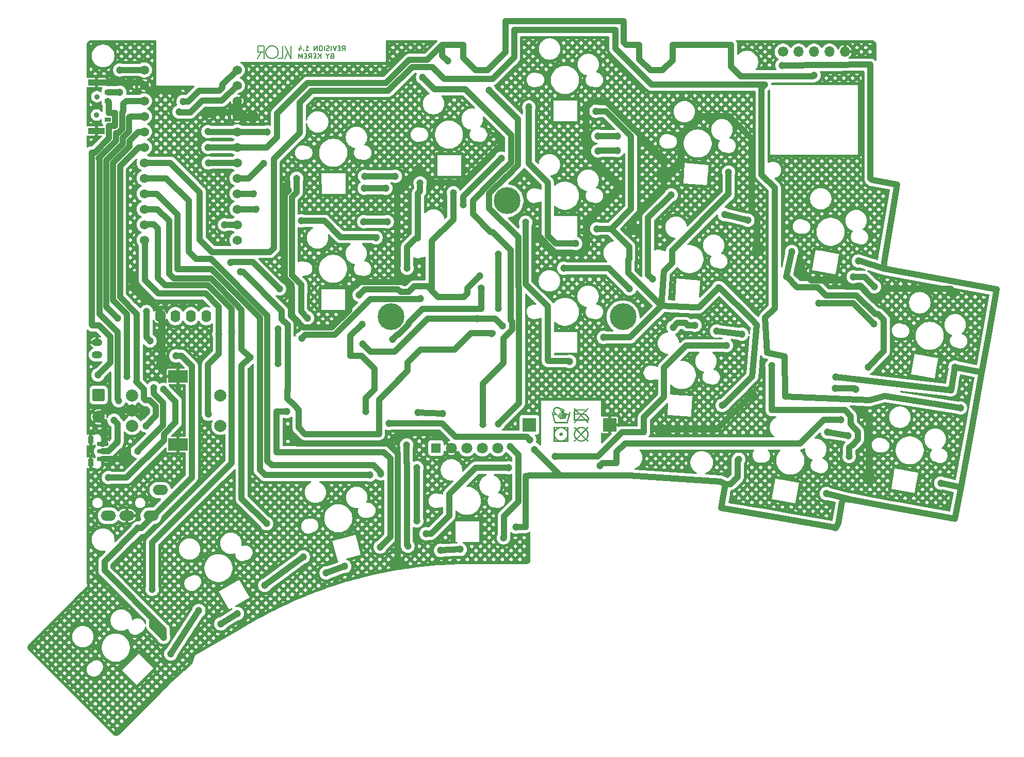
<source format=gbl>
G04 #@! TF.GenerationSoftware,KiCad,Pcbnew,9.0.1*
G04 #@! TF.CreationDate,2025-04-19T02:13:03+03:00*
G04 #@! TF.ProjectId,klor1_4,6b6c6f72-315f-4342-9e6b-696361645f70,v1.4.0*
G04 #@! TF.SameCoordinates,Original*
G04 #@! TF.FileFunction,Copper,L2,Bot*
G04 #@! TF.FilePolarity,Positive*
%FSLAX46Y46*%
G04 Gerber Fmt 4.6, Leading zero omitted, Abs format (unit mm)*
G04 Created by KiCad (PCBNEW 9.0.1) date 2025-04-19 02:13:03*
%MOMM*%
%LPD*%
G01*
G04 APERTURE LIST*
G04 Aperture macros list*
%AMRoundRect*
0 Rectangle with rounded corners*
0 $1 Rounding radius*
0 $2 $3 $4 $5 $6 $7 $8 $9 X,Y pos of 4 corners*
0 Add a 4 corners polygon primitive as box body*
4,1,4,$2,$3,$4,$5,$6,$7,$8,$9,$2,$3,0*
0 Add four circle primitives for the rounded corners*
1,1,$1+$1,$2,$3*
1,1,$1+$1,$4,$5*
1,1,$1+$1,$6,$7*
1,1,$1+$1,$8,$9*
0 Add four rect primitives between the rounded corners*
20,1,$1+$1,$2,$3,$4,$5,0*
20,1,$1+$1,$4,$5,$6,$7,0*
20,1,$1+$1,$6,$7,$8,$9,0*
20,1,$1+$1,$8,$9,$2,$3,0*%
G04 Aperture macros list end*
%ADD10C,0.150000*%
G04 #@! TA.AperFunction,NonConductor*
%ADD11C,0.000001*%
G04 #@! TD*
G04 #@! TA.AperFunction,NonConductor*
%ADD12C,0.150000*%
G04 #@! TD*
G04 #@! TA.AperFunction,ComponentPad*
%ADD13R,2.200000X2.200000*%
G04 #@! TD*
G04 #@! TA.AperFunction,ComponentPad*
%ADD14C,2.000000*%
G04 #@! TD*
G04 #@! TA.AperFunction,ComponentPad*
%ADD15R,3.200000X2.000000*%
G04 #@! TD*
G04 #@! TA.AperFunction,ComponentPad*
%ADD16O,1.600000X2.000000*%
G04 #@! TD*
G04 #@! TA.AperFunction,ComponentPad*
%ADD17O,2.500000X1.700000*%
G04 #@! TD*
G04 #@! TA.AperFunction,ComponentPad*
%ADD18O,1.750000X1.200000*%
G04 #@! TD*
G04 #@! TA.AperFunction,ComponentPad*
%ADD19RoundRect,0.187500X-0.712500X0.187500X-0.712500X-0.187500X0.712500X-0.187500X0.712500X0.187500X0*%
G04 #@! TD*
G04 #@! TA.AperFunction,ComponentPad*
%ADD20RoundRect,0.150000X-0.750000X0.150000X-0.750000X-0.150000X0.750000X-0.150000X0.750000X0.150000X0*%
G04 #@! TD*
G04 #@! TA.AperFunction,ComponentPad*
%ADD21RoundRect,0.225000X-0.225000X0.425000X-0.225000X-0.425000X0.225000X-0.425000X0.225000X0.425000X0*%
G04 #@! TD*
G04 #@! TA.AperFunction,ComponentPad*
%ADD22C,4.400000*%
G04 #@! TD*
G04 #@! TA.AperFunction,ComponentPad*
%ADD23RoundRect,0.142858X-0.857142X0.857142X-0.857142X-0.857142X0.857142X-0.857142X0.857142X0.857142X0*%
G04 #@! TD*
G04 #@! TA.AperFunction,WasherPad*
%ADD24C,0.900000*%
G04 #@! TD*
G04 #@! TA.AperFunction,SMDPad,CuDef*
%ADD25R,1.000000X0.700000*%
G04 #@! TD*
G04 #@! TA.AperFunction,SMDPad,CuDef*
%ADD26R,2.800000X1.000000*%
G04 #@! TD*
G04 #@! TA.AperFunction,ComponentPad*
%ADD27R,1.524000X1.524000*%
G04 #@! TD*
G04 #@! TA.AperFunction,ComponentPad*
%ADD28C,1.800000*%
G04 #@! TD*
G04 #@! TA.AperFunction,ComponentPad*
%ADD29C,1.524000*%
G04 #@! TD*
G04 #@! TA.AperFunction,ComponentPad*
%ADD30C,1.700000*%
G04 #@! TD*
G04 #@! TA.AperFunction,ComponentPad*
%ADD31O,1.700000X1.700000*%
G04 #@! TD*
G04 #@! TA.AperFunction,ViaPad*
%ADD32C,1.200000*%
G04 #@! TD*
G04 #@! TA.AperFunction,Conductor*
%ADD33C,1.000000*%
G04 #@! TD*
G04 APERTURE END LIST*
D10*
X112075352Y-55099999D02*
X112075312Y-55090841D01*
X112075192Y-55081692D01*
X112074993Y-55072553D01*
X112074714Y-55063424D01*
X112074355Y-55054305D01*
X112073916Y-55045197D01*
X112073399Y-55036101D01*
X112072801Y-55027016D01*
X112072125Y-55017943D01*
X112071370Y-55008882D01*
X112070535Y-54999834D01*
X112069621Y-54990799D01*
X112068628Y-54981778D01*
X112067557Y-54972770D01*
X112066407Y-54963777D01*
X112065178Y-54954798D01*
X112063870Y-54945835D01*
X112062484Y-54936887D01*
X112061020Y-54927954D01*
X112059477Y-54919039D01*
X112057856Y-54910139D01*
X112056157Y-54901258D01*
X112054381Y-54892394D01*
X112052526Y-54883548D01*
X112050593Y-54874720D01*
X112048583Y-54865912D01*
X112046496Y-54857124D01*
X112044331Y-54848355D01*
X112042089Y-54839607D01*
X112039769Y-54830880D01*
X112037373Y-54822174D01*
X112034900Y-54813491D01*
X112032350Y-54804830D01*
X112029724Y-54796192D01*
X112027021Y-54787578D01*
X112024242Y-54778988D01*
X112021388Y-54770422D01*
X112018457Y-54761882D01*
X112015451Y-54753367D01*
X112012369Y-54744879D01*
X112009212Y-54736417D01*
X112005979Y-54727983D01*
X112002672Y-54719577D01*
X111999290Y-54711200D01*
X111995834Y-54702851D01*
X111992304Y-54694532D01*
X111988699Y-54686244D01*
X111985021Y-54677986D01*
X111981269Y-54669759D01*
X111977444Y-54661565D01*
X111973546Y-54653403D01*
X111969576Y-54645275D01*
X111965532Y-54637180D01*
X111961417Y-54629120D01*
X111957230Y-54621095D01*
X111952971Y-54613105D01*
X111948641Y-54605152D01*
X111944240Y-54597236D01*
X111939768Y-54589357D01*
X111935227Y-54581516D01*
X111930615Y-54573714D01*
X111925933Y-54565951D01*
X111921182Y-54558229D01*
X111916363Y-54550547D01*
X111911475Y-54542906D01*
X111906518Y-54535307D01*
X111901494Y-54527751D01*
X111896403Y-54520237D01*
X111891245Y-54512768D01*
X111886020Y-54505343D01*
X111880729Y-54497963D01*
X111875372Y-54490628D01*
X111869950Y-54483340D01*
X111864464Y-54476099D01*
X111858913Y-54468905D01*
X111853298Y-54461759D01*
X111847620Y-54454662D01*
X111841878Y-54447614D01*
X111836075Y-54440617D01*
X111830209Y-54433670D01*
X111824282Y-54426774D01*
X111818294Y-54419930D01*
X111812245Y-54413138D01*
X111806137Y-54406399D01*
X111799969Y-54399714D01*
X111793742Y-54393083D01*
X111787457Y-54386507D01*
X111781114Y-54379986D01*
X111774714Y-54373521D01*
X111771492Y-54370309D01*
X111768257Y-54367112D01*
X111765007Y-54363929D01*
X111761744Y-54360760D01*
X111758466Y-54357606D01*
X111755175Y-54354466D01*
X111751870Y-54351341D01*
X111748552Y-54348230D01*
X111745220Y-54345134D01*
X111741874Y-54342053D01*
X111738515Y-54338987D01*
X111735142Y-54335935D01*
X111731756Y-54332898D01*
X111728357Y-54329877D01*
X111724945Y-54326870D01*
X111721519Y-54323878D01*
X111718081Y-54320902D01*
X111714630Y-54317941D01*
X111711166Y-54314995D01*
X111707689Y-54312065D01*
X111704199Y-54309150D01*
X111700697Y-54306251D01*
X111697182Y-54303367D01*
X111693654Y-54300499D01*
X111690115Y-54297646D01*
X111686562Y-54294809D01*
X111682998Y-54291989D01*
X111679421Y-54289183D01*
X111675833Y-54286394D01*
X111672232Y-54283621D01*
X111668620Y-54280864D01*
X111664995Y-54278123D01*
X111661359Y-54275399D01*
X111657711Y-54272690D01*
X111654051Y-54269998D01*
X111650380Y-54267321D01*
X111646698Y-54264662D01*
X111643003Y-54262019D01*
X111639298Y-54259392D01*
X111635581Y-54256782D01*
X111631854Y-54254189D01*
X111628114Y-54251612D01*
X111624365Y-54249052D01*
X111620603Y-54246508D01*
X111616832Y-54243982D01*
X111613049Y-54241472D01*
X111609256Y-54238979D01*
X111605452Y-54236503D01*
X111601638Y-54234045D01*
X111597813Y-54231603D01*
X111593978Y-54229179D01*
X111590132Y-54226771D01*
X111586277Y-54224381D01*
X111582411Y-54222007D01*
X111578535Y-54219652D01*
X111574649Y-54217313D01*
X111570753Y-54214993D01*
X111566847Y-54212689D01*
X111562932Y-54210403D01*
X111559006Y-54208134D01*
X111555072Y-54205884D01*
X111551127Y-54203650D01*
X111547174Y-54201435D01*
X111543211Y-54199236D01*
X111539239Y-54197056D01*
X111535257Y-54194894D01*
X111531267Y-54192749D01*
X111527266Y-54190622D01*
X111523258Y-54188513D01*
X111519240Y-54186422D01*
X111515214Y-54184349D01*
X111511178Y-54182294D01*
X111507135Y-54180257D01*
X111503081Y-54178238D01*
X111499021Y-54176238D01*
X111494951Y-54174254D01*
X111490874Y-54172290D01*
X111486787Y-54170344D01*
X111482693Y-54168416D01*
X111478590Y-54166506D01*
X111474480Y-54164615D01*
X111470361Y-54162742D01*
X111466235Y-54160887D01*
X111462100Y-54159051D01*
X111457959Y-54157233D01*
X111453808Y-54155434D01*
X111449651Y-54153653D01*
X111445486Y-54151891D01*
X111441314Y-54150147D01*
X111437133Y-54148422D01*
X111432947Y-54146716D01*
X111428752Y-54145028D01*
X111424551Y-54143359D01*
X111420341Y-54141708D01*
X111416126Y-54140077D01*
X111411903Y-54138464D01*
X111407674Y-54136870D01*
X111403436Y-54135294D01*
X111399194Y-54133738D01*
X111394943Y-54132200D01*
X111390688Y-54130682D01*
X111386423Y-54129182D01*
X111382155Y-54127701D01*
X111377878Y-54126239D01*
X111373597Y-54124797D01*
X111369307Y-54123373D01*
X111365013Y-54121968D01*
X111360711Y-54120582D01*
X111356405Y-54119216D01*
X111352091Y-54117868D01*
X111347773Y-54116540D01*
X111343447Y-54115230D01*
X111339117Y-54113940D01*
X111334780Y-54112669D01*
X111330439Y-54111417D01*
X111326090Y-54110185D01*
X111321738Y-54108972D01*
X111317378Y-54107777D01*
X111313015Y-54106603D01*
X111308644Y-54105447D01*
X111304270Y-54104311D01*
X111299889Y-54103194D01*
X111295505Y-54102097D01*
X111291113Y-54101018D01*
X111286719Y-54099960D01*
X111282318Y-54098920D01*
X111277914Y-54097900D01*
X111273502Y-54096899D01*
X111269088Y-54095918D01*
X111264667Y-54094957D01*
X111260244Y-54094015D01*
X111255814Y-54093092D01*
X111251382Y-54092189D01*
X111246942Y-54091305D01*
X111242501Y-54090441D01*
X111238053Y-54089596D01*
X111233603Y-54088771D01*
X111229146Y-54087965D01*
X111224687Y-54087180D01*
X111220222Y-54086413D01*
X111215755Y-54085667D01*
X111211282Y-54084939D01*
X111206807Y-54084232D01*
X111202325Y-54083544D01*
X111197843Y-54082876D01*
X111193354Y-54082228D01*
X111188863Y-54081599D01*
X111184367Y-54080990D01*
X111179869Y-54080401D01*
X111175365Y-54079831D01*
X111170860Y-54079281D01*
X111166349Y-54078751D01*
X111161837Y-54078240D01*
X111157319Y-54077750D01*
X111152800Y-54077279D01*
X111148275Y-54076828D01*
X111143750Y-54076396D01*
X111139219Y-54075985D01*
X111134687Y-54075593D01*
X111130149Y-54075221D01*
X111125611Y-54074869D01*
X111121067Y-54074537D01*
X111116523Y-54074225D01*
X111111974Y-54073932D01*
X111107424Y-54073660D01*
X111102869Y-54073407D01*
X111098313Y-54073174D01*
X111093752Y-54072961D01*
X111089191Y-54072769D01*
X111084625Y-54072596D01*
X111080058Y-54072443D01*
X111075487Y-54072309D01*
X111070916Y-54072196D01*
X111066339Y-54072103D01*
X111061763Y-54072030D01*
X111057181Y-54071977D01*
X111052600Y-54071943D01*
X111048014Y-54071930D01*
X111047283Y-54071930D01*
D11*
X162132070Y-114456411D02*
X162178349Y-114464720D01*
X162223917Y-114475066D01*
X162268725Y-114487402D01*
X162312722Y-114501677D01*
X162355860Y-114517843D01*
X162398087Y-114535850D01*
X162439355Y-114555650D01*
X162471376Y-114572785D01*
X162479613Y-114577193D01*
X162518812Y-114600431D01*
X162556903Y-114625314D01*
X162593835Y-114651793D01*
X162629559Y-114679819D01*
X162664025Y-114709344D01*
X162697183Y-114740317D01*
X162728984Y-114772690D01*
X162759378Y-114806414D01*
X162788315Y-114841440D01*
X162815746Y-114877719D01*
X162841620Y-114915201D01*
X162865888Y-114953838D01*
X162888500Y-114993580D01*
X162909408Y-115034379D01*
X162928559Y-115076185D01*
X162945906Y-115118949D01*
X162961399Y-115162622D01*
X162974987Y-115207155D01*
X162986621Y-115252500D01*
X162996251Y-115298606D01*
X163003828Y-115345426D01*
X163009302Y-115392909D01*
X163011599Y-115426193D01*
X163012622Y-115441006D01*
X163013740Y-115489670D01*
X163013740Y-115553146D01*
X162654018Y-115553146D01*
X162957313Y-115856424D01*
X162865619Y-115948112D01*
X162470631Y-115553146D01*
X161782928Y-115553146D01*
X161782928Y-115422667D01*
X162340144Y-115422667D01*
X161751188Y-114833745D01*
X161162232Y-115422667D01*
X161775875Y-115422667D01*
X161775875Y-115553146D01*
X161031745Y-115553146D01*
X160636756Y-115948112D01*
X160545063Y-115856424D01*
X160848357Y-115553146D01*
X160566223Y-115553146D01*
X160566223Y-114572785D01*
X160696710Y-114572785D01*
X160696710Y-115422667D01*
X160978845Y-115422667D01*
X161652459Y-114745583D01*
X161846408Y-114745583D01*
X162527058Y-115426193D01*
X162883253Y-115426193D01*
X162883253Y-115422667D01*
X162879283Y-115379964D01*
X162873355Y-115337845D01*
X162865515Y-115296357D01*
X162855811Y-115255545D01*
X162844288Y-115215456D01*
X162830993Y-115176137D01*
X162815973Y-115137634D01*
X162799274Y-115099994D01*
X162780942Y-115063263D01*
X162761024Y-115027487D01*
X162739567Y-114992714D01*
X162716617Y-114958990D01*
X162692220Y-114926360D01*
X162666424Y-114894873D01*
X162639274Y-114864573D01*
X162610817Y-114835508D01*
X162581099Y-114807724D01*
X162550167Y-114781268D01*
X162518068Y-114756185D01*
X162484848Y-114732524D01*
X162450553Y-114710329D01*
X162415230Y-114689648D01*
X162378926Y-114670527D01*
X162341687Y-114653012D01*
X162303559Y-114637151D01*
X162264589Y-114622989D01*
X162224823Y-114610573D01*
X162184309Y-114599950D01*
X162143091Y-114591166D01*
X162101218Y-114584267D01*
X162058735Y-114579300D01*
X162015689Y-114576311D01*
X161849935Y-114742056D01*
X161846408Y-114745583D01*
X161652459Y-114745583D01*
X161655968Y-114742056D01*
X161486686Y-114572785D01*
X161670074Y-114572785D01*
X161751188Y-114653894D01*
X161832302Y-114572785D01*
X161670074Y-114572785D01*
X161486686Y-114572785D01*
X160696710Y-114572785D01*
X160566223Y-114572785D01*
X160566223Y-114181346D01*
X160700237Y-114181346D01*
X160700237Y-114445832D01*
X161359726Y-114445832D01*
X160841304Y-113927439D01*
X160825771Y-113937807D01*
X160810942Y-113949053D01*
X160796855Y-113961146D01*
X160783555Y-113974055D01*
X160771080Y-113987749D01*
X160759474Y-114002198D01*
X160754009Y-114009695D01*
X160748777Y-114017370D01*
X160743782Y-114025217D01*
X160739030Y-114033234D01*
X160734526Y-114041416D01*
X160730276Y-114049759D01*
X160726283Y-114058260D01*
X160722554Y-114066914D01*
X160719094Y-114075719D01*
X160715907Y-114084669D01*
X160712999Y-114093761D01*
X160710376Y-114102992D01*
X160708042Y-114112357D01*
X160706002Y-114121852D01*
X160704262Y-114131474D01*
X160702827Y-114141218D01*
X160701701Y-114151082D01*
X160700891Y-114161060D01*
X160700401Y-114171149D01*
X160700237Y-114181346D01*
X160566223Y-114181346D01*
X160566223Y-114177819D01*
X160567041Y-114151545D01*
X160569467Y-114125652D01*
X160573452Y-114100194D01*
X160578952Y-114075221D01*
X160585918Y-114050785D01*
X160594305Y-114026938D01*
X160604066Y-114003732D01*
X160615155Y-113981218D01*
X160627525Y-113959448D01*
X160641130Y-113938473D01*
X160655923Y-113918346D01*
X160671858Y-113899117D01*
X160688888Y-113880839D01*
X160706966Y-113863563D01*
X160726047Y-113847341D01*
X160746083Y-113832224D01*
X160548589Y-113634741D01*
X160640283Y-113543053D01*
X160869517Y-113772274D01*
X160876832Y-113769712D01*
X160884230Y-113767315D01*
X160891711Y-113765083D01*
X160899274Y-113763017D01*
X160906919Y-113761116D01*
X160914648Y-113759380D01*
X160922459Y-113757810D01*
X160930353Y-113756405D01*
X160938329Y-113755165D01*
X160946388Y-113754091D01*
X160954530Y-113753182D01*
X160962754Y-113752438D01*
X160971061Y-113751859D01*
X160979450Y-113751446D01*
X160987923Y-113751198D01*
X160996478Y-113751115D01*
X162283717Y-113751115D01*
X162283717Y-113881595D01*
X160982371Y-113881595D01*
X161543114Y-114442305D01*
X161962789Y-114442305D01*
X162865619Y-113543053D01*
X162957313Y-113634741D01*
X162142695Y-114445832D01*
X162132070Y-114456411D01*
G04 #@! TA.AperFunction,NonConductor*
G36*
X162132070Y-114456411D02*
G01*
X162178349Y-114464720D01*
X162223917Y-114475066D01*
X162268725Y-114487402D01*
X162312722Y-114501677D01*
X162355860Y-114517843D01*
X162398087Y-114535850D01*
X162439355Y-114555650D01*
X162471376Y-114572785D01*
X162479613Y-114577193D01*
X162518812Y-114600431D01*
X162556903Y-114625314D01*
X162593835Y-114651793D01*
X162629559Y-114679819D01*
X162664025Y-114709344D01*
X162697183Y-114740317D01*
X162728984Y-114772690D01*
X162759378Y-114806414D01*
X162788315Y-114841440D01*
X162815746Y-114877719D01*
X162841620Y-114915201D01*
X162865888Y-114953838D01*
X162888500Y-114993580D01*
X162909408Y-115034379D01*
X162928559Y-115076185D01*
X162945906Y-115118949D01*
X162961399Y-115162622D01*
X162974987Y-115207155D01*
X162986621Y-115252500D01*
X162996251Y-115298606D01*
X163003828Y-115345426D01*
X163009302Y-115392909D01*
X163011599Y-115426193D01*
X163012622Y-115441006D01*
X163013740Y-115489670D01*
X163013740Y-115553146D01*
X162654018Y-115553146D01*
X162957313Y-115856424D01*
X162865619Y-115948112D01*
X162470631Y-115553146D01*
X161782928Y-115553146D01*
X161782928Y-115422667D01*
X162340144Y-115422667D01*
X161751188Y-114833745D01*
X161162232Y-115422667D01*
X161775875Y-115422667D01*
X161775875Y-115553146D01*
X161031745Y-115553146D01*
X160636756Y-115948112D01*
X160545063Y-115856424D01*
X160848357Y-115553146D01*
X160566223Y-115553146D01*
X160566223Y-114572785D01*
X160696710Y-114572785D01*
X160696710Y-115422667D01*
X160978845Y-115422667D01*
X161652459Y-114745583D01*
X161846408Y-114745583D01*
X162527058Y-115426193D01*
X162883253Y-115426193D01*
X162883253Y-115422667D01*
X162879283Y-115379964D01*
X162873355Y-115337845D01*
X162865515Y-115296357D01*
X162855811Y-115255545D01*
X162844288Y-115215456D01*
X162830993Y-115176137D01*
X162815973Y-115137634D01*
X162799274Y-115099994D01*
X162780942Y-115063263D01*
X162761024Y-115027487D01*
X162739567Y-114992714D01*
X162716617Y-114958990D01*
X162692220Y-114926360D01*
X162666424Y-114894873D01*
X162639274Y-114864573D01*
X162610817Y-114835508D01*
X162581099Y-114807724D01*
X162550167Y-114781268D01*
X162518068Y-114756185D01*
X162484848Y-114732524D01*
X162450553Y-114710329D01*
X162415230Y-114689648D01*
X162378926Y-114670527D01*
X162341687Y-114653012D01*
X162303559Y-114637151D01*
X162264589Y-114622989D01*
X162224823Y-114610573D01*
X162184309Y-114599950D01*
X162143091Y-114591166D01*
X162101218Y-114584267D01*
X162058735Y-114579300D01*
X162015689Y-114576311D01*
X161849935Y-114742056D01*
X161846408Y-114745583D01*
X161652459Y-114745583D01*
X161655968Y-114742056D01*
X161486686Y-114572785D01*
X161670074Y-114572785D01*
X161751188Y-114653894D01*
X161832302Y-114572785D01*
X161670074Y-114572785D01*
X161486686Y-114572785D01*
X160696710Y-114572785D01*
X160566223Y-114572785D01*
X160566223Y-114181346D01*
X160700237Y-114181346D01*
X160700237Y-114445832D01*
X161359726Y-114445832D01*
X160841304Y-113927439D01*
X160825771Y-113937807D01*
X160810942Y-113949053D01*
X160796855Y-113961146D01*
X160783555Y-113974055D01*
X160771080Y-113987749D01*
X160759474Y-114002198D01*
X160754009Y-114009695D01*
X160748777Y-114017370D01*
X160743782Y-114025217D01*
X160739030Y-114033234D01*
X160734526Y-114041416D01*
X160730276Y-114049759D01*
X160726283Y-114058260D01*
X160722554Y-114066914D01*
X160719094Y-114075719D01*
X160715907Y-114084669D01*
X160712999Y-114093761D01*
X160710376Y-114102992D01*
X160708042Y-114112357D01*
X160706002Y-114121852D01*
X160704262Y-114131474D01*
X160702827Y-114141218D01*
X160701701Y-114151082D01*
X160700891Y-114161060D01*
X160700401Y-114171149D01*
X160700237Y-114181346D01*
X160566223Y-114181346D01*
X160566223Y-114177819D01*
X160567041Y-114151545D01*
X160569467Y-114125652D01*
X160573452Y-114100194D01*
X160578952Y-114075221D01*
X160585918Y-114050785D01*
X160594305Y-114026938D01*
X160604066Y-114003732D01*
X160615155Y-113981218D01*
X160627525Y-113959448D01*
X160641130Y-113938473D01*
X160655923Y-113918346D01*
X160671858Y-113899117D01*
X160688888Y-113880839D01*
X160706966Y-113863563D01*
X160726047Y-113847341D01*
X160746083Y-113832224D01*
X160548589Y-113634741D01*
X160640283Y-113543053D01*
X160869517Y-113772274D01*
X160876832Y-113769712D01*
X160884230Y-113767315D01*
X160891711Y-113765083D01*
X160899274Y-113763017D01*
X160906919Y-113761116D01*
X160914648Y-113759380D01*
X160922459Y-113757810D01*
X160930353Y-113756405D01*
X160938329Y-113755165D01*
X160946388Y-113754091D01*
X160954530Y-113753182D01*
X160962754Y-113752438D01*
X160971061Y-113751859D01*
X160979450Y-113751446D01*
X160987923Y-113751198D01*
X160996478Y-113751115D01*
X162283717Y-113751115D01*
X162283717Y-113881595D01*
X160982371Y-113881595D01*
X161543114Y-114442305D01*
X161962789Y-114442305D01*
X162865619Y-113543053D01*
X162957313Y-113634741D01*
X162142695Y-114445832D01*
X162132070Y-114456411D01*
G37*
G04 #@! TD.AperFunction*
D12*
X110019215Y-55099999D02*
X110019215Y-55099999D01*
X112795000Y-56128068D02*
X112795000Y-54071931D01*
D11*
X162622278Y-117037794D02*
X162656447Y-117077541D01*
X162688824Y-117118724D01*
X162719351Y-117161292D01*
X162747971Y-117205192D01*
X162774629Y-117250373D01*
X162799267Y-117296784D01*
X162821828Y-117344372D01*
X162842255Y-117393087D01*
X162860492Y-117442876D01*
X162876482Y-117493688D01*
X162890168Y-117545471D01*
X162901492Y-117598174D01*
X162910399Y-117651745D01*
X162916832Y-117706131D01*
X162920733Y-117761282D01*
X162922046Y-117817146D01*
X162922046Y-117817147D01*
X162920733Y-117873049D01*
X162916832Y-117928306D01*
X162910399Y-117982851D01*
X162901492Y-118036615D01*
X162890168Y-118089532D01*
X162876482Y-118141534D01*
X162860492Y-118192556D01*
X162842255Y-118242528D01*
X162821828Y-118291385D01*
X162799267Y-118339059D01*
X162774629Y-118385482D01*
X162747971Y-118430589D01*
X162719351Y-118474311D01*
X162688824Y-118516581D01*
X162656447Y-118557333D01*
X162622278Y-118596499D01*
X162953786Y-118927987D01*
X162862093Y-119019676D01*
X162530585Y-118688187D01*
X162490835Y-118722354D01*
X162449650Y-118754729D01*
X162407080Y-118785254D01*
X162363177Y-118813873D01*
X162317994Y-118840529D01*
X162271580Y-118865165D01*
X162223989Y-118887725D01*
X162175271Y-118908151D01*
X162125479Y-118926387D01*
X162074665Y-118942376D01*
X162022878Y-118956061D01*
X161970173Y-118967385D01*
X161916599Y-118976292D01*
X161862209Y-118982724D01*
X161807055Y-118986625D01*
X161751188Y-118987938D01*
X161695282Y-118986625D01*
X161640022Y-118982724D01*
X161585474Y-118976292D01*
X161531707Y-118967385D01*
X161478787Y-118956061D01*
X161426781Y-118942376D01*
X161375757Y-118926387D01*
X161325782Y-118908151D01*
X161276922Y-118887725D01*
X161229246Y-118865166D01*
X161182820Y-118840529D01*
X161137711Y-118813873D01*
X161093986Y-118785254D01*
X161051713Y-118754729D01*
X161010959Y-118722354D01*
X160971791Y-118688187D01*
X160640283Y-119019676D01*
X160548589Y-118927987D01*
X160880098Y-118596499D01*
X161059958Y-118596499D01*
X161095036Y-118626162D01*
X161131456Y-118654286D01*
X161169158Y-118680819D01*
X161208079Y-118705709D01*
X161248157Y-118728905D01*
X161289330Y-118750355D01*
X161331537Y-118770007D01*
X161374715Y-118787810D01*
X161418802Y-118803712D01*
X161463736Y-118817661D01*
X161509455Y-118829606D01*
X161555898Y-118839495D01*
X161603002Y-118847277D01*
X161650705Y-118852899D01*
X161698945Y-118856310D01*
X161747661Y-118857458D01*
X161751188Y-118857458D01*
X161800485Y-118856310D01*
X161849157Y-118852899D01*
X161897157Y-118847277D01*
X161944439Y-118839495D01*
X161990957Y-118829606D01*
X162036663Y-118817661D01*
X162081512Y-118803712D01*
X162125457Y-118787810D01*
X162168451Y-118770007D01*
X162210449Y-118750355D01*
X162251402Y-118728905D01*
X162291266Y-118705709D01*
X162329993Y-118680819D01*
X162367538Y-118654286D01*
X162403852Y-118626162D01*
X162438891Y-118596499D01*
X161751188Y-117908835D01*
X161059958Y-118596499D01*
X160880098Y-118596499D01*
X160845929Y-118556752D01*
X160813552Y-118515569D01*
X160783025Y-118473001D01*
X160754404Y-118429101D01*
X160727747Y-118383920D01*
X160703109Y-118337509D01*
X160680548Y-118289920D01*
X160660121Y-118241206D01*
X160641884Y-118191416D01*
X160625894Y-118140604D01*
X160612208Y-118088821D01*
X160600884Y-118036119D01*
X160591976Y-117982548D01*
X160585544Y-117928162D01*
X160581643Y-117873010D01*
X160580330Y-117817146D01*
X160580496Y-117810094D01*
X160707290Y-117810094D01*
X160707290Y-117813620D01*
X160708439Y-117862915D01*
X160711850Y-117911590D01*
X160717472Y-117959604D01*
X160725254Y-118006915D01*
X160735144Y-118053483D01*
X160747089Y-118099265D01*
X160761039Y-118144221D01*
X160776942Y-118188309D01*
X160794746Y-118231487D01*
X160814399Y-118273716D01*
X160835850Y-118314952D01*
X160859047Y-118355155D01*
X160883939Y-118394284D01*
X160910474Y-118432297D01*
X160938599Y-118469153D01*
X160968264Y-118504810D01*
X161655967Y-117817147D01*
X161842881Y-117817147D01*
X162530585Y-118504810D01*
X162560250Y-118469735D01*
X162588375Y-118433316D01*
X162614910Y-118395617D01*
X162639802Y-118356698D01*
X162662999Y-118316622D01*
X162684450Y-118275451D01*
X162704103Y-118233247D01*
X162721907Y-118190072D01*
X162737810Y-118145987D01*
X162751760Y-118101056D01*
X162763705Y-118055339D01*
X162773595Y-118008899D01*
X162781377Y-117961798D01*
X162786999Y-117914097D01*
X162790410Y-117865860D01*
X162791559Y-117817147D01*
X162790410Y-117768434D01*
X162786999Y-117720196D01*
X162781377Y-117672496D01*
X162773595Y-117625394D01*
X162763705Y-117578954D01*
X162751760Y-117533238D01*
X162737810Y-117488306D01*
X162721907Y-117444221D01*
X162704103Y-117401046D01*
X162684450Y-117358842D01*
X162662999Y-117317671D01*
X162639802Y-117277595D01*
X162614910Y-117238677D01*
X162588375Y-117200977D01*
X162560250Y-117164558D01*
X162530585Y-117129483D01*
X161846408Y-117813620D01*
X161842881Y-117817147D01*
X161655967Y-117817147D01*
X161659494Y-117813620D01*
X160968264Y-117122430D01*
X160938599Y-117157505D01*
X160910474Y-117193924D01*
X160883939Y-117231624D01*
X160859047Y-117270542D01*
X160835850Y-117310618D01*
X160814399Y-117351789D01*
X160794746Y-117393993D01*
X160776942Y-117437169D01*
X160761039Y-117481253D01*
X160747089Y-117526185D01*
X160735144Y-117571901D01*
X160725254Y-117618341D01*
X160717472Y-117665443D01*
X160711850Y-117713143D01*
X160708439Y-117761381D01*
X160707290Y-117810094D01*
X160580496Y-117810094D01*
X160581643Y-117761244D01*
X160585544Y-117705987D01*
X160591976Y-117651442D01*
X160600884Y-117597678D01*
X160612208Y-117544761D01*
X160625894Y-117492758D01*
X160641884Y-117441737D01*
X160660121Y-117391765D01*
X160680548Y-117342908D01*
X160703109Y-117295234D01*
X160727747Y-117248811D01*
X160754404Y-117203704D01*
X160783025Y-117159982D01*
X160813552Y-117117712D01*
X160845929Y-117076960D01*
X160880098Y-117037794D01*
X160876572Y-117034268D01*
X161063485Y-117034268D01*
X161754715Y-117721931D01*
X162442418Y-117034268D01*
X162407339Y-117004604D01*
X162370913Y-116976480D01*
X162333195Y-116949947D01*
X162294242Y-116925057D01*
X162254111Y-116901861D01*
X162212860Y-116880411D01*
X162170544Y-116860759D01*
X162127220Y-116842956D01*
X162082947Y-116827054D01*
X162037779Y-116813105D01*
X161991775Y-116801160D01*
X161944990Y-116791271D01*
X161897482Y-116783490D01*
X161849308Y-116777868D01*
X161800525Y-116774457D01*
X161751188Y-116773308D01*
X161701891Y-116774457D01*
X161653219Y-116777868D01*
X161605219Y-116783490D01*
X161557937Y-116791271D01*
X161511419Y-116801160D01*
X161465713Y-116813105D01*
X161420864Y-116827054D01*
X161376919Y-116842956D01*
X161333924Y-116860759D01*
X161291927Y-116880411D01*
X161250973Y-116901861D01*
X161211110Y-116925057D01*
X161172382Y-116949947D01*
X161134838Y-116976480D01*
X161098524Y-117004604D01*
X161063485Y-117034268D01*
X160876572Y-117034268D01*
X160548589Y-116706305D01*
X160640283Y-116614617D01*
X160971791Y-116946106D01*
X161011540Y-116911939D01*
X161052726Y-116879564D01*
X161095296Y-116849039D01*
X161139198Y-116820420D01*
X161184382Y-116793764D01*
X161230796Y-116769127D01*
X161278387Y-116746568D01*
X161327104Y-116726142D01*
X161376896Y-116707906D01*
X161427711Y-116691917D01*
X161479497Y-116678232D01*
X161532203Y-116666908D01*
X161585777Y-116658001D01*
X161640166Y-116651569D01*
X161695321Y-116647668D01*
X161751188Y-116646355D01*
X161807094Y-116647668D01*
X161862354Y-116651569D01*
X161916901Y-116658001D01*
X161970669Y-116666908D01*
X162023589Y-116678232D01*
X162075594Y-116691917D01*
X162126618Y-116707905D01*
X162176594Y-116726141D01*
X162225453Y-116746568D01*
X162273130Y-116769127D01*
X162319556Y-116793764D01*
X162364665Y-116820420D01*
X162408390Y-116849039D01*
X162450663Y-116879564D01*
X162491417Y-116911939D01*
X162530585Y-116946106D01*
X162862093Y-116614617D01*
X162953786Y-116706305D01*
X162625805Y-117034268D01*
X162622278Y-117037794D01*
G04 #@! TA.AperFunction,NonConductor*
G36*
X162622278Y-117037794D02*
G01*
X162656447Y-117077541D01*
X162688824Y-117118724D01*
X162719351Y-117161292D01*
X162747971Y-117205192D01*
X162774629Y-117250373D01*
X162799267Y-117296784D01*
X162821828Y-117344372D01*
X162842255Y-117393087D01*
X162860492Y-117442876D01*
X162876482Y-117493688D01*
X162890168Y-117545471D01*
X162901492Y-117598174D01*
X162910399Y-117651745D01*
X162916832Y-117706131D01*
X162920733Y-117761282D01*
X162922046Y-117817146D01*
X162922046Y-117817147D01*
X162920733Y-117873049D01*
X162916832Y-117928306D01*
X162910399Y-117982851D01*
X162901492Y-118036615D01*
X162890168Y-118089532D01*
X162876482Y-118141534D01*
X162860492Y-118192556D01*
X162842255Y-118242528D01*
X162821828Y-118291385D01*
X162799267Y-118339059D01*
X162774629Y-118385482D01*
X162747971Y-118430589D01*
X162719351Y-118474311D01*
X162688824Y-118516581D01*
X162656447Y-118557333D01*
X162622278Y-118596499D01*
X162953786Y-118927987D01*
X162862093Y-119019676D01*
X162530585Y-118688187D01*
X162490835Y-118722354D01*
X162449650Y-118754729D01*
X162407080Y-118785254D01*
X162363177Y-118813873D01*
X162317994Y-118840529D01*
X162271580Y-118865165D01*
X162223989Y-118887725D01*
X162175271Y-118908151D01*
X162125479Y-118926387D01*
X162074665Y-118942376D01*
X162022878Y-118956061D01*
X161970173Y-118967385D01*
X161916599Y-118976292D01*
X161862209Y-118982724D01*
X161807055Y-118986625D01*
X161751188Y-118987938D01*
X161695282Y-118986625D01*
X161640022Y-118982724D01*
X161585474Y-118976292D01*
X161531707Y-118967385D01*
X161478787Y-118956061D01*
X161426781Y-118942376D01*
X161375757Y-118926387D01*
X161325782Y-118908151D01*
X161276922Y-118887725D01*
X161229246Y-118865166D01*
X161182820Y-118840529D01*
X161137711Y-118813873D01*
X161093986Y-118785254D01*
X161051713Y-118754729D01*
X161010959Y-118722354D01*
X160971791Y-118688187D01*
X160640283Y-119019676D01*
X160548589Y-118927987D01*
X160880098Y-118596499D01*
X161059958Y-118596499D01*
X161095036Y-118626162D01*
X161131456Y-118654286D01*
X161169158Y-118680819D01*
X161208079Y-118705709D01*
X161248157Y-118728905D01*
X161289330Y-118750355D01*
X161331537Y-118770007D01*
X161374715Y-118787810D01*
X161418802Y-118803712D01*
X161463736Y-118817661D01*
X161509455Y-118829606D01*
X161555898Y-118839495D01*
X161603002Y-118847277D01*
X161650705Y-118852899D01*
X161698945Y-118856310D01*
X161747661Y-118857458D01*
X161751188Y-118857458D01*
X161800485Y-118856310D01*
X161849157Y-118852899D01*
X161897157Y-118847277D01*
X161944439Y-118839495D01*
X161990957Y-118829606D01*
X162036663Y-118817661D01*
X162081512Y-118803712D01*
X162125457Y-118787810D01*
X162168451Y-118770007D01*
X162210449Y-118750355D01*
X162251402Y-118728905D01*
X162291266Y-118705709D01*
X162329993Y-118680819D01*
X162367538Y-118654286D01*
X162403852Y-118626162D01*
X162438891Y-118596499D01*
X161751188Y-117908835D01*
X161059958Y-118596499D01*
X160880098Y-118596499D01*
X160845929Y-118556752D01*
X160813552Y-118515569D01*
X160783025Y-118473001D01*
X160754404Y-118429101D01*
X160727747Y-118383920D01*
X160703109Y-118337509D01*
X160680548Y-118289920D01*
X160660121Y-118241206D01*
X160641884Y-118191416D01*
X160625894Y-118140604D01*
X160612208Y-118088821D01*
X160600884Y-118036119D01*
X160591976Y-117982548D01*
X160585544Y-117928162D01*
X160581643Y-117873010D01*
X160580330Y-117817146D01*
X160580496Y-117810094D01*
X160707290Y-117810094D01*
X160707290Y-117813620D01*
X160708439Y-117862915D01*
X160711850Y-117911590D01*
X160717472Y-117959604D01*
X160725254Y-118006915D01*
X160735144Y-118053483D01*
X160747089Y-118099265D01*
X160761039Y-118144221D01*
X160776942Y-118188309D01*
X160794746Y-118231487D01*
X160814399Y-118273716D01*
X160835850Y-118314952D01*
X160859047Y-118355155D01*
X160883939Y-118394284D01*
X160910474Y-118432297D01*
X160938599Y-118469153D01*
X160968264Y-118504810D01*
X161655967Y-117817147D01*
X161842881Y-117817147D01*
X162530585Y-118504810D01*
X162560250Y-118469735D01*
X162588375Y-118433316D01*
X162614910Y-118395617D01*
X162639802Y-118356698D01*
X162662999Y-118316622D01*
X162684450Y-118275451D01*
X162704103Y-118233247D01*
X162721907Y-118190072D01*
X162737810Y-118145987D01*
X162751760Y-118101056D01*
X162763705Y-118055339D01*
X162773595Y-118008899D01*
X162781377Y-117961798D01*
X162786999Y-117914097D01*
X162790410Y-117865860D01*
X162791559Y-117817147D01*
X162790410Y-117768434D01*
X162786999Y-117720196D01*
X162781377Y-117672496D01*
X162773595Y-117625394D01*
X162763705Y-117578954D01*
X162751760Y-117533238D01*
X162737810Y-117488306D01*
X162721907Y-117444221D01*
X162704103Y-117401046D01*
X162684450Y-117358842D01*
X162662999Y-117317671D01*
X162639802Y-117277595D01*
X162614910Y-117238677D01*
X162588375Y-117200977D01*
X162560250Y-117164558D01*
X162530585Y-117129483D01*
X161846408Y-117813620D01*
X161842881Y-117817147D01*
X161655967Y-117817147D01*
X161659494Y-117813620D01*
X160968264Y-117122430D01*
X160938599Y-117157505D01*
X160910474Y-117193924D01*
X160883939Y-117231624D01*
X160859047Y-117270542D01*
X160835850Y-117310618D01*
X160814399Y-117351789D01*
X160794746Y-117393993D01*
X160776942Y-117437169D01*
X160761039Y-117481253D01*
X160747089Y-117526185D01*
X160735144Y-117571901D01*
X160725254Y-117618341D01*
X160717472Y-117665443D01*
X160711850Y-117713143D01*
X160708439Y-117761381D01*
X160707290Y-117810094D01*
X160580496Y-117810094D01*
X160581643Y-117761244D01*
X160585544Y-117705987D01*
X160591976Y-117651442D01*
X160600884Y-117597678D01*
X160612208Y-117544761D01*
X160625894Y-117492758D01*
X160641884Y-117441737D01*
X160660121Y-117391765D01*
X160680548Y-117342908D01*
X160703109Y-117295234D01*
X160727747Y-117248811D01*
X160754404Y-117203704D01*
X160783025Y-117159982D01*
X160813552Y-117117712D01*
X160845929Y-117076960D01*
X160880098Y-117037794D01*
X160876572Y-117034268D01*
X161063485Y-117034268D01*
X161754715Y-117721931D01*
X162442418Y-117034268D01*
X162407339Y-117004604D01*
X162370913Y-116976480D01*
X162333195Y-116949947D01*
X162294242Y-116925057D01*
X162254111Y-116901861D01*
X162212860Y-116880411D01*
X162170544Y-116860759D01*
X162127220Y-116842956D01*
X162082947Y-116827054D01*
X162037779Y-116813105D01*
X161991775Y-116801160D01*
X161944990Y-116791271D01*
X161897482Y-116783490D01*
X161849308Y-116777868D01*
X161800525Y-116774457D01*
X161751188Y-116773308D01*
X161701891Y-116774457D01*
X161653219Y-116777868D01*
X161605219Y-116783490D01*
X161557937Y-116791271D01*
X161511419Y-116801160D01*
X161465713Y-116813105D01*
X161420864Y-116827054D01*
X161376919Y-116842956D01*
X161333924Y-116860759D01*
X161291927Y-116880411D01*
X161250973Y-116901861D01*
X161211110Y-116925057D01*
X161172382Y-116949947D01*
X161134838Y-116976480D01*
X161098524Y-117004604D01*
X161063485Y-117034268D01*
X160876572Y-117034268D01*
X160548589Y-116706305D01*
X160640283Y-116614617D01*
X160971791Y-116946106D01*
X161011540Y-116911939D01*
X161052726Y-116879564D01*
X161095296Y-116849039D01*
X161139198Y-116820420D01*
X161184382Y-116793764D01*
X161230796Y-116769127D01*
X161278387Y-116746568D01*
X161327104Y-116726142D01*
X161376896Y-116707906D01*
X161427711Y-116691917D01*
X161479497Y-116678232D01*
X161532203Y-116666908D01*
X161585777Y-116658001D01*
X161640166Y-116651569D01*
X161695321Y-116647668D01*
X161751188Y-116646355D01*
X161807094Y-116647668D01*
X161862354Y-116651569D01*
X161916901Y-116658001D01*
X161970669Y-116666908D01*
X162023589Y-116678232D01*
X162075594Y-116691917D01*
X162126618Y-116707905D01*
X162176594Y-116726141D01*
X162225453Y-116746568D01*
X162273130Y-116769127D01*
X162319556Y-116793764D01*
X162364665Y-116820420D01*
X162408390Y-116849039D01*
X162450663Y-116879564D01*
X162491417Y-116911939D01*
X162530585Y-116946106D01*
X162862093Y-116614617D01*
X162953786Y-116706305D01*
X162625805Y-117034268D01*
X162622278Y-117037794D01*
G37*
G04 #@! TD.AperFunction*
D12*
X109745062Y-55134268D02*
X109745062Y-56162337D01*
D11*
X156992253Y-114181402D02*
X156990167Y-114181346D01*
X156993695Y-114181346D01*
X156992253Y-114181402D01*
G04 #@! TA.AperFunction,NonConductor*
G36*
X156992253Y-114181402D02*
G01*
X156990167Y-114181346D01*
X156993695Y-114181346D01*
X156992253Y-114181402D01*
G37*
G04 #@! TD.AperFunction*
D12*
X109710793Y-55134268D02*
X108716994Y-55134268D01*
X108716994Y-55134268D02*
X108716994Y-54106200D01*
D10*
X111047283Y-56128067D02*
X111056441Y-56128027D01*
X111065590Y-56127907D01*
X111074729Y-56127708D01*
X111083858Y-56127429D01*
X111092977Y-56127070D01*
X111102085Y-56126631D01*
X111111181Y-56126114D01*
X111120266Y-56125516D01*
X111129339Y-56124840D01*
X111138400Y-56124085D01*
X111147448Y-56123250D01*
X111156483Y-56122336D01*
X111165504Y-56121343D01*
X111174512Y-56120272D01*
X111183505Y-56119122D01*
X111192484Y-56117893D01*
X111201447Y-56116585D01*
X111210395Y-56115199D01*
X111219328Y-56113735D01*
X111228244Y-56112192D01*
X111237143Y-56110571D01*
X111246024Y-56108872D01*
X111254888Y-56107096D01*
X111263734Y-56105241D01*
X111272562Y-56103308D01*
X111281370Y-56101298D01*
X111290158Y-56099211D01*
X111298927Y-56097046D01*
X111307675Y-56094804D01*
X111316402Y-56092484D01*
X111325108Y-56090088D01*
X111333791Y-56087615D01*
X111342452Y-56085065D01*
X111351090Y-56082439D01*
X111359704Y-56079736D01*
X111368294Y-56076957D01*
X111376860Y-56074103D01*
X111385400Y-56071172D01*
X111393915Y-56068166D01*
X111402403Y-56065084D01*
X111410865Y-56061927D01*
X111419299Y-56058694D01*
X111427705Y-56055387D01*
X111436083Y-56052005D01*
X111444431Y-56048549D01*
X111452750Y-56045019D01*
X111461039Y-56041414D01*
X111469296Y-56037736D01*
X111477523Y-56033984D01*
X111485717Y-56030159D01*
X111493879Y-56026261D01*
X111502007Y-56022291D01*
X111510102Y-56018247D01*
X111518162Y-56014132D01*
X111526187Y-56009945D01*
X111534177Y-56005686D01*
X111542130Y-56001356D01*
X111550046Y-55996955D01*
X111557925Y-55992483D01*
X111565766Y-55987942D01*
X111573568Y-55983330D01*
X111581331Y-55978648D01*
X111589053Y-55973897D01*
X111596735Y-55969078D01*
X111604376Y-55964190D01*
X111611975Y-55959233D01*
X111619532Y-55954209D01*
X111627045Y-55949118D01*
X111634514Y-55943960D01*
X111641939Y-55938735D01*
X111649320Y-55933444D01*
X111656654Y-55928087D01*
X111663942Y-55922665D01*
X111671184Y-55917179D01*
X111678377Y-55911628D01*
X111685523Y-55906013D01*
X111692620Y-55900335D01*
X111699668Y-55894593D01*
X111706665Y-55888790D01*
X111713612Y-55882924D01*
X111720508Y-55876997D01*
X111727352Y-55871009D01*
X111734144Y-55864960D01*
X111740883Y-55858852D01*
X111747568Y-55852684D01*
X111754199Y-55846457D01*
X111760775Y-55840172D01*
X111767296Y-55833829D01*
X111773761Y-55827429D01*
X111776973Y-55824207D01*
X111780170Y-55820972D01*
X111783353Y-55817722D01*
X111786522Y-55814459D01*
X111789676Y-55811181D01*
X111792816Y-55807890D01*
X111795941Y-55804585D01*
X111799052Y-55801267D01*
X111802148Y-55797935D01*
X111805229Y-55794589D01*
X111808296Y-55791230D01*
X111811347Y-55787857D01*
X111814384Y-55784471D01*
X111817406Y-55781072D01*
X111820412Y-55777660D01*
X111823404Y-55774234D01*
X111826380Y-55770796D01*
X111829341Y-55767345D01*
X111832287Y-55763881D01*
X111835217Y-55760404D01*
X111838132Y-55756914D01*
X111841032Y-55753412D01*
X111843915Y-55749897D01*
X111846784Y-55746369D01*
X111849636Y-55742830D01*
X111852473Y-55739277D01*
X111855294Y-55735713D01*
X111858099Y-55732136D01*
X111860888Y-55728548D01*
X111863661Y-55724947D01*
X111866418Y-55721335D01*
X111869159Y-55717710D01*
X111871884Y-55714074D01*
X111874593Y-55710426D01*
X111877285Y-55706766D01*
X111879961Y-55703095D01*
X111882620Y-55699413D01*
X111885264Y-55695718D01*
X111887890Y-55692013D01*
X111890500Y-55688296D01*
X111893093Y-55684569D01*
X111895671Y-55680829D01*
X111898230Y-55677080D01*
X111900774Y-55673318D01*
X111903300Y-55669547D01*
X111905810Y-55665764D01*
X111908303Y-55661971D01*
X111910779Y-55658167D01*
X111913237Y-55654353D01*
X111915679Y-55650528D01*
X111918104Y-55646693D01*
X111920511Y-55642847D01*
X111922901Y-55638992D01*
X111925275Y-55635126D01*
X111927630Y-55631250D01*
X111929969Y-55627364D01*
X111932289Y-55623468D01*
X111934593Y-55619562D01*
X111936879Y-55615647D01*
X111939148Y-55611721D01*
X111941398Y-55607787D01*
X111943632Y-55603842D01*
X111945847Y-55599889D01*
X111948046Y-55595926D01*
X111950226Y-55591954D01*
X111952389Y-55587972D01*
X111954533Y-55583982D01*
X111956660Y-55579981D01*
X111958769Y-55575973D01*
X111960860Y-55571955D01*
X111962933Y-55567929D01*
X111964988Y-55563893D01*
X111967025Y-55559850D01*
X111969044Y-55555796D01*
X111971045Y-55551736D01*
X111973028Y-55547666D01*
X111974992Y-55543589D01*
X111976938Y-55539502D01*
X111978866Y-55535408D01*
X111980776Y-55531305D01*
X111982667Y-55527195D01*
X111984541Y-55523076D01*
X111986395Y-55518950D01*
X111988231Y-55514815D01*
X111990049Y-55510674D01*
X111991848Y-55506523D01*
X111993629Y-55502367D01*
X111995392Y-55498201D01*
X111997135Y-55494029D01*
X111998860Y-55489848D01*
X112000566Y-55485662D01*
X112002254Y-55481467D01*
X112003923Y-55477266D01*
X112005574Y-55473056D01*
X112007205Y-55468841D01*
X112008818Y-55464618D01*
X112010412Y-55460389D01*
X112011988Y-55456152D01*
X112013544Y-55451909D01*
X112015082Y-55447658D01*
X112016600Y-55443403D01*
X112018100Y-55439139D01*
X112019581Y-55434870D01*
X112021043Y-55430593D01*
X112022485Y-55426312D01*
X112023910Y-55422022D01*
X112025314Y-55417728D01*
X112026700Y-55413426D01*
X112028066Y-55409120D01*
X112029414Y-55404806D01*
X112030742Y-55400488D01*
X112032052Y-55396162D01*
X112033342Y-55391832D01*
X112034613Y-55387495D01*
X112035865Y-55383154D01*
X112037098Y-55378805D01*
X112038311Y-55374453D01*
X112039505Y-55370093D01*
X112040679Y-55365730D01*
X112041835Y-55361359D01*
X112042971Y-55356986D01*
X112044088Y-55352604D01*
X112045186Y-55348220D01*
X112046264Y-55343829D01*
X112047323Y-55339434D01*
X112048362Y-55335033D01*
X112049382Y-55330629D01*
X112050383Y-55326217D01*
X112051364Y-55321804D01*
X112052326Y-55317383D01*
X112053267Y-55312959D01*
X112054190Y-55308529D01*
X112055093Y-55304097D01*
X112055977Y-55299658D01*
X112056841Y-55295216D01*
X112057686Y-55290768D01*
X112058511Y-55286318D01*
X112059317Y-55281861D01*
X112060102Y-55277402D01*
X112060869Y-55272937D01*
X112061615Y-55268470D01*
X112062343Y-55263997D01*
X112063050Y-55259522D01*
X112063738Y-55255041D01*
X112064406Y-55250558D01*
X112065054Y-55246069D01*
X112065683Y-55241578D01*
X112066292Y-55237082D01*
X112066882Y-55232584D01*
X112067451Y-55228080D01*
X112068001Y-55223575D01*
X112068531Y-55219064D01*
X112069042Y-55214552D01*
X112069533Y-55210034D01*
X112070003Y-55205515D01*
X112070454Y-55200991D01*
X112070886Y-55196465D01*
X112071297Y-55191934D01*
X112071689Y-55187402D01*
X112072061Y-55182865D01*
X112072413Y-55178327D01*
X112072745Y-55173783D01*
X112073057Y-55169239D01*
X112073350Y-55164689D01*
X112073622Y-55160139D01*
X112073875Y-55155584D01*
X112074108Y-55151028D01*
X112074321Y-55146468D01*
X112074513Y-55141907D01*
X112074686Y-55137340D01*
X112074839Y-55132774D01*
X112074973Y-55128203D01*
X112075086Y-55123631D01*
X112075179Y-55119055D01*
X112075252Y-55114478D01*
X112075305Y-55109897D01*
X112075339Y-55105316D01*
X112075352Y-55100730D01*
X112075352Y-55099999D01*
D12*
X108716994Y-54106200D02*
X109745062Y-54106200D01*
D11*
X158455308Y-117584706D02*
X158467278Y-117585618D01*
X158479055Y-117587119D01*
X158490626Y-117589193D01*
X158501977Y-117591825D01*
X158513095Y-117594999D01*
X158523967Y-117598700D01*
X158534578Y-117602913D01*
X158544916Y-117607621D01*
X158554966Y-117612810D01*
X158564715Y-117618464D01*
X158574150Y-117624568D01*
X158583257Y-117631105D01*
X158592022Y-117638061D01*
X158600432Y-117645419D01*
X158608473Y-117653165D01*
X158616132Y-117661283D01*
X158623395Y-117669758D01*
X158630249Y-117678573D01*
X158636680Y-117687714D01*
X158642674Y-117697164D01*
X158648218Y-117706910D01*
X158653299Y-117716934D01*
X158657902Y-117727221D01*
X158662014Y-117737757D01*
X158665622Y-117748525D01*
X158668713Y-117759510D01*
X158671271Y-117770696D01*
X158673285Y-117782068D01*
X158674740Y-117793611D01*
X158675624Y-117805309D01*
X158675921Y-117817146D01*
X158675624Y-117829294D01*
X158674740Y-117841263D01*
X158673285Y-117853039D01*
X158671271Y-117864609D01*
X158668713Y-117875960D01*
X158665622Y-117887078D01*
X158662014Y-117897949D01*
X158657902Y-117908559D01*
X158653299Y-117918896D01*
X158648218Y-117928946D01*
X158642674Y-117938695D01*
X158636680Y-117948129D01*
X158630249Y-117957235D01*
X158623395Y-117966000D01*
X158616132Y-117974409D01*
X158608473Y-117982450D01*
X158600432Y-117990109D01*
X158592022Y-117997371D01*
X158583257Y-118004225D01*
X158574150Y-118010655D01*
X158564715Y-118016649D01*
X158554966Y-118022193D01*
X158544916Y-118027273D01*
X158534578Y-118031876D01*
X158523967Y-118035988D01*
X158513095Y-118039596D01*
X158501977Y-118042686D01*
X158490626Y-118045245D01*
X158479055Y-118047258D01*
X158467278Y-118048714D01*
X158455308Y-118049597D01*
X158443160Y-118049894D01*
X158431012Y-118049597D01*
X158419042Y-118048714D01*
X158407265Y-118047258D01*
X158395695Y-118045245D01*
X158384343Y-118042686D01*
X158373225Y-118039596D01*
X158362353Y-118035988D01*
X158351742Y-118031876D01*
X158341404Y-118027273D01*
X158331354Y-118022193D01*
X158321605Y-118016649D01*
X158312170Y-118010655D01*
X158303063Y-118004225D01*
X158294298Y-117997371D01*
X158285888Y-117990109D01*
X158277847Y-117982450D01*
X158270188Y-117974409D01*
X158262925Y-117966000D01*
X158256071Y-117957235D01*
X158249640Y-117948129D01*
X158243646Y-117938695D01*
X158238102Y-117928946D01*
X158233022Y-117918896D01*
X158228418Y-117908559D01*
X158224306Y-117897949D01*
X158220698Y-117887078D01*
X158217607Y-117875960D01*
X158215049Y-117864609D01*
X158213035Y-117853039D01*
X158211580Y-117841263D01*
X158210696Y-117829294D01*
X158210399Y-117817146D01*
X158210696Y-117804999D01*
X158211580Y-117793030D01*
X158213035Y-117781254D01*
X158215049Y-117769684D01*
X158217607Y-117758333D01*
X158220698Y-117747215D01*
X158224306Y-117736344D01*
X158228418Y-117725733D01*
X158233022Y-117715396D01*
X158238102Y-117705347D01*
X158243646Y-117695598D01*
X158249640Y-117686164D01*
X158256071Y-117677058D01*
X158262925Y-117668293D01*
X158270188Y-117659884D01*
X158277847Y-117651843D01*
X158285888Y-117644184D01*
X158294298Y-117636921D01*
X158303063Y-117630068D01*
X158312170Y-117623638D01*
X158321605Y-117617644D01*
X158331354Y-117612100D01*
X158341404Y-117607020D01*
X158351742Y-117602417D01*
X158362353Y-117598305D01*
X158373225Y-117594697D01*
X158384343Y-117591607D01*
X158395695Y-117589048D01*
X158407265Y-117587034D01*
X158419042Y-117585579D01*
X158431012Y-117584696D01*
X158443160Y-117584399D01*
X158455308Y-117584706D01*
G04 #@! TA.AperFunction,NonConductor*
G36*
X158455308Y-117584706D02*
G01*
X158467278Y-117585618D01*
X158479055Y-117587119D01*
X158490626Y-117589193D01*
X158501977Y-117591825D01*
X158513095Y-117594999D01*
X158523967Y-117598700D01*
X158534578Y-117602913D01*
X158544916Y-117607621D01*
X158554966Y-117612810D01*
X158564715Y-117618464D01*
X158574150Y-117624568D01*
X158583257Y-117631105D01*
X158592022Y-117638061D01*
X158600432Y-117645419D01*
X158608473Y-117653165D01*
X158616132Y-117661283D01*
X158623395Y-117669758D01*
X158630249Y-117678573D01*
X158636680Y-117687714D01*
X158642674Y-117697164D01*
X158648218Y-117706910D01*
X158653299Y-117716934D01*
X158657902Y-117727221D01*
X158662014Y-117737757D01*
X158665622Y-117748525D01*
X158668713Y-117759510D01*
X158671271Y-117770696D01*
X158673285Y-117782068D01*
X158674740Y-117793611D01*
X158675624Y-117805309D01*
X158675921Y-117817146D01*
X158675624Y-117829294D01*
X158674740Y-117841263D01*
X158673285Y-117853039D01*
X158671271Y-117864609D01*
X158668713Y-117875960D01*
X158665622Y-117887078D01*
X158662014Y-117897949D01*
X158657902Y-117908559D01*
X158653299Y-117918896D01*
X158648218Y-117928946D01*
X158642674Y-117938695D01*
X158636680Y-117948129D01*
X158630249Y-117957235D01*
X158623395Y-117966000D01*
X158616132Y-117974409D01*
X158608473Y-117982450D01*
X158600432Y-117990109D01*
X158592022Y-117997371D01*
X158583257Y-118004225D01*
X158574150Y-118010655D01*
X158564715Y-118016649D01*
X158554966Y-118022193D01*
X158544916Y-118027273D01*
X158534578Y-118031876D01*
X158523967Y-118035988D01*
X158513095Y-118039596D01*
X158501977Y-118042686D01*
X158490626Y-118045245D01*
X158479055Y-118047258D01*
X158467278Y-118048714D01*
X158455308Y-118049597D01*
X158443160Y-118049894D01*
X158431012Y-118049597D01*
X158419042Y-118048714D01*
X158407265Y-118047258D01*
X158395695Y-118045245D01*
X158384343Y-118042686D01*
X158373225Y-118039596D01*
X158362353Y-118035988D01*
X158351742Y-118031876D01*
X158341404Y-118027273D01*
X158331354Y-118022193D01*
X158321605Y-118016649D01*
X158312170Y-118010655D01*
X158303063Y-118004225D01*
X158294298Y-117997371D01*
X158285888Y-117990109D01*
X158277847Y-117982450D01*
X158270188Y-117974409D01*
X158262925Y-117966000D01*
X158256071Y-117957235D01*
X158249640Y-117948129D01*
X158243646Y-117938695D01*
X158238102Y-117928946D01*
X158233022Y-117918896D01*
X158228418Y-117908559D01*
X158224306Y-117897949D01*
X158220698Y-117887078D01*
X158217607Y-117875960D01*
X158215049Y-117864609D01*
X158213035Y-117853039D01*
X158211580Y-117841263D01*
X158210696Y-117829294D01*
X158210399Y-117817146D01*
X158210696Y-117804999D01*
X158211580Y-117793030D01*
X158213035Y-117781254D01*
X158215049Y-117769684D01*
X158217607Y-117758333D01*
X158220698Y-117747215D01*
X158224306Y-117736344D01*
X158228418Y-117725733D01*
X158233022Y-117715396D01*
X158238102Y-117705347D01*
X158243646Y-117695598D01*
X158249640Y-117686164D01*
X158256071Y-117677058D01*
X158262925Y-117668293D01*
X158270188Y-117659884D01*
X158277847Y-117651843D01*
X158285888Y-117644184D01*
X158294298Y-117636921D01*
X158303063Y-117630068D01*
X158312170Y-117623638D01*
X158321605Y-117617644D01*
X158331354Y-117612100D01*
X158341404Y-117607020D01*
X158351742Y-117602417D01*
X158362353Y-117598305D01*
X158373225Y-117594697D01*
X158384343Y-117591607D01*
X158395695Y-117589048D01*
X158407265Y-117587034D01*
X158419042Y-117585579D01*
X158431012Y-117584696D01*
X158443160Y-117584399D01*
X158455308Y-117584706D01*
G37*
G04 #@! TD.AperFunction*
D10*
X111047283Y-54071930D02*
X111038125Y-54071970D01*
X111028976Y-54072090D01*
X111019837Y-54072289D01*
X111010708Y-54072568D01*
X111001589Y-54072927D01*
X110992482Y-54073366D01*
X110983385Y-54073883D01*
X110974300Y-54074481D01*
X110965227Y-54075157D01*
X110956167Y-54075913D01*
X110947119Y-54076747D01*
X110938084Y-54077661D01*
X110929062Y-54078654D01*
X110920055Y-54079725D01*
X110911061Y-54080875D01*
X110902083Y-54082104D01*
X110893119Y-54083412D01*
X110884171Y-54084798D01*
X110875239Y-54086262D01*
X110866323Y-54087805D01*
X110857424Y-54089426D01*
X110848542Y-54091125D01*
X110839678Y-54092901D01*
X110830832Y-54094756D01*
X110822005Y-54096689D01*
X110813197Y-54098699D01*
X110804408Y-54100786D01*
X110795639Y-54102951D01*
X110786891Y-54105193D01*
X110778164Y-54107513D01*
X110769459Y-54109909D01*
X110760775Y-54112382D01*
X110752114Y-54114932D01*
X110743477Y-54117558D01*
X110734862Y-54120261D01*
X110726272Y-54123040D01*
X110717707Y-54125894D01*
X110709166Y-54128825D01*
X110700652Y-54131831D01*
X110692163Y-54134913D01*
X110683702Y-54138070D01*
X110675268Y-54141303D01*
X110666862Y-54144610D01*
X110658484Y-54147992D01*
X110650135Y-54151448D01*
X110641817Y-54154978D01*
X110633528Y-54158583D01*
X110625270Y-54162261D01*
X110617044Y-54166013D01*
X110608850Y-54169838D01*
X110600688Y-54173736D01*
X110592559Y-54177707D01*
X110584465Y-54181750D01*
X110576405Y-54185865D01*
X110568379Y-54190052D01*
X110560390Y-54194311D01*
X110552437Y-54198641D01*
X110544520Y-54203042D01*
X110536641Y-54207514D01*
X110528801Y-54212056D01*
X110520999Y-54216667D01*
X110513236Y-54221349D01*
X110505513Y-54226100D01*
X110497831Y-54230919D01*
X110490191Y-54235807D01*
X110482592Y-54240764D01*
X110475035Y-54245788D01*
X110467522Y-54250879D01*
X110460052Y-54256037D01*
X110452627Y-54261262D01*
X110445247Y-54266553D01*
X110437913Y-54271910D01*
X110430625Y-54277332D01*
X110423383Y-54282818D01*
X110416189Y-54288369D01*
X110409044Y-54293984D01*
X110401947Y-54299663D01*
X110394899Y-54305404D01*
X110387902Y-54311208D01*
X110380954Y-54317073D01*
X110374059Y-54323000D01*
X110367214Y-54328988D01*
X110360423Y-54335037D01*
X110353684Y-54341146D01*
X110346999Y-54347313D01*
X110340368Y-54353540D01*
X110333792Y-54359825D01*
X110327271Y-54366168D01*
X110320805Y-54372569D01*
X110317594Y-54375790D01*
X110314397Y-54379025D01*
X110311214Y-54382275D01*
X110308045Y-54385538D01*
X110304891Y-54388816D01*
X110301751Y-54392107D01*
X110298626Y-54395412D01*
X110295515Y-54398730D01*
X110292419Y-54402063D01*
X110289338Y-54405408D01*
X110286271Y-54408767D01*
X110283220Y-54412140D01*
X110280183Y-54415526D01*
X110277161Y-54418925D01*
X110274155Y-54422337D01*
X110271163Y-54425763D01*
X110268187Y-54429201D01*
X110265226Y-54432653D01*
X110262280Y-54436117D01*
X110259350Y-54439594D01*
X110256435Y-54443083D01*
X110253535Y-54446586D01*
X110250652Y-54450100D01*
X110247783Y-54453628D01*
X110244931Y-54457167D01*
X110242094Y-54460720D01*
X110239273Y-54464284D01*
X110236468Y-54467861D01*
X110233679Y-54471449D01*
X110230906Y-54475050D01*
X110228149Y-54478662D01*
X110225408Y-54482287D01*
X110222683Y-54485923D01*
X110219974Y-54489572D01*
X110217282Y-54493231D01*
X110214606Y-54496902D01*
X110211947Y-54500585D01*
X110209303Y-54504279D01*
X110206677Y-54507984D01*
X110204067Y-54511701D01*
X110201473Y-54515429D01*
X110198896Y-54519168D01*
X110196337Y-54522918D01*
X110193793Y-54526679D01*
X110191267Y-54530450D01*
X110188757Y-54534233D01*
X110186264Y-54538026D01*
X110183788Y-54541830D01*
X110181330Y-54545644D01*
X110178888Y-54549469D01*
X110176463Y-54553304D01*
X110174056Y-54557150D01*
X110171666Y-54561005D01*
X110169292Y-54564872D01*
X110166937Y-54568747D01*
X110164598Y-54572634D01*
X110162278Y-54576529D01*
X110159974Y-54580435D01*
X110157688Y-54584350D01*
X110155419Y-54588276D01*
X110153169Y-54592210D01*
X110150935Y-54596155D01*
X110148720Y-54600108D01*
X110146521Y-54604072D01*
X110144341Y-54608043D01*
X110142178Y-54612026D01*
X110140034Y-54616016D01*
X110137907Y-54620016D01*
X110135798Y-54624024D01*
X110133707Y-54628043D01*
X110131634Y-54632068D01*
X110129579Y-54636104D01*
X110127542Y-54640148D01*
X110125523Y-54644201D01*
X110123522Y-54648261D01*
X110121539Y-54652331D01*
X110119575Y-54656408D01*
X110117629Y-54660495D01*
X110115701Y-54664589D01*
X110113791Y-54668692D01*
X110111900Y-54672802D01*
X110110026Y-54676922D01*
X110108172Y-54681047D01*
X110106336Y-54685182D01*
X110104518Y-54689324D01*
X110102718Y-54693474D01*
X110100938Y-54697631D01*
X110099175Y-54701797D01*
X110097432Y-54705968D01*
X110095707Y-54710149D01*
X110094001Y-54714335D01*
X110092313Y-54718531D01*
X110090644Y-54722731D01*
X110088993Y-54726941D01*
X110087362Y-54731156D01*
X110085749Y-54735380D01*
X110084155Y-54739608D01*
X110082579Y-54743846D01*
X110081023Y-54748088D01*
X110079485Y-54752339D01*
X110077967Y-54756595D01*
X110076467Y-54760859D01*
X110074986Y-54765127D01*
X110073524Y-54769405D01*
X110072082Y-54773686D01*
X110070657Y-54777976D01*
X110069253Y-54782269D01*
X110067867Y-54786571D01*
X110066501Y-54790877D01*
X110065153Y-54795192D01*
X110063825Y-54799510D01*
X110062515Y-54803835D01*
X110061225Y-54808165D01*
X110059954Y-54812503D01*
X110058702Y-54816844D01*
X110057469Y-54821193D01*
X110056256Y-54825545D01*
X110055062Y-54829905D01*
X110053888Y-54834268D01*
X110052732Y-54838638D01*
X110051596Y-54843012D01*
X110050479Y-54847393D01*
X110049381Y-54851777D01*
X110048303Y-54856169D01*
X110047244Y-54860563D01*
X110046205Y-54864965D01*
X110045185Y-54869369D01*
X110044184Y-54873780D01*
X110043203Y-54878194D01*
X110042241Y-54882615D01*
X110041300Y-54887038D01*
X110040377Y-54891468D01*
X110039474Y-54895901D01*
X110038590Y-54900340D01*
X110037726Y-54904782D01*
X110036881Y-54909230D01*
X110036056Y-54913680D01*
X110035250Y-54918137D01*
X110034465Y-54922595D01*
X110033698Y-54927060D01*
X110032952Y-54931527D01*
X110032224Y-54936001D01*
X110031517Y-54940476D01*
X110030829Y-54944957D01*
X110030161Y-54949440D01*
X110029513Y-54953929D01*
X110028884Y-54958419D01*
X110028275Y-54962916D01*
X110027685Y-54967414D01*
X110027116Y-54971918D01*
X110026566Y-54976423D01*
X110026036Y-54980934D01*
X110025525Y-54985446D01*
X110025034Y-54989964D01*
X110024564Y-54994483D01*
X110024113Y-54999007D01*
X110023681Y-55003533D01*
X110023270Y-55008064D01*
X110022878Y-55012596D01*
X110022506Y-55017133D01*
X110022154Y-55021671D01*
X110021822Y-55026215D01*
X110021510Y-55030759D01*
X110021217Y-55035309D01*
X110020945Y-55039859D01*
X110020692Y-55044414D01*
X110020459Y-55048969D01*
X110020246Y-55053530D01*
X110020054Y-55058091D01*
X110019881Y-55062658D01*
X110019728Y-55067224D01*
X110019594Y-55071795D01*
X110019481Y-55076367D01*
X110019388Y-55080943D01*
X110019315Y-55085520D01*
X110019262Y-55090101D01*
X110019228Y-55094682D01*
X110019215Y-55099268D01*
X110019215Y-55099999D01*
D12*
X109196761Y-55134268D02*
X108682726Y-56162337D01*
X109745062Y-54106200D02*
X109745062Y-55134268D01*
X113651723Y-55099999D02*
X113137688Y-56162337D01*
D10*
X110019215Y-55099999D02*
X110019255Y-55109157D01*
X110019375Y-55118306D01*
X110019574Y-55127445D01*
X110019853Y-55136574D01*
X110020212Y-55145693D01*
X110020651Y-55154800D01*
X110021168Y-55163897D01*
X110021766Y-55172982D01*
X110022442Y-55182055D01*
X110023198Y-55191115D01*
X110024032Y-55200163D01*
X110024946Y-55209198D01*
X110025939Y-55218220D01*
X110027010Y-55227227D01*
X110028160Y-55236221D01*
X110029389Y-55245199D01*
X110030697Y-55254163D01*
X110032083Y-55263111D01*
X110033547Y-55272043D01*
X110035090Y-55280959D01*
X110036711Y-55289858D01*
X110038410Y-55298740D01*
X110040186Y-55307604D01*
X110042041Y-55316450D01*
X110043974Y-55325277D01*
X110045984Y-55334086D01*
X110048071Y-55342874D01*
X110050236Y-55351643D01*
X110052478Y-55360391D01*
X110054798Y-55369118D01*
X110057194Y-55377823D01*
X110059667Y-55386507D01*
X110062217Y-55395168D01*
X110064843Y-55403806D01*
X110067546Y-55412420D01*
X110070325Y-55421010D01*
X110073179Y-55429575D01*
X110076110Y-55438116D01*
X110079116Y-55446630D01*
X110082198Y-55455119D01*
X110085356Y-55463580D01*
X110088588Y-55472014D01*
X110091895Y-55480420D01*
X110095277Y-55488798D01*
X110098733Y-55497147D01*
X110102263Y-55505465D01*
X110105868Y-55513754D01*
X110109546Y-55522012D01*
X110113298Y-55530238D01*
X110117123Y-55538432D01*
X110121021Y-55546594D01*
X110124992Y-55554723D01*
X110129035Y-55562817D01*
X110133150Y-55570877D01*
X110137337Y-55578903D01*
X110141596Y-55586892D01*
X110145926Y-55594845D01*
X110150327Y-55602762D01*
X110154799Y-55610641D01*
X110159341Y-55618481D01*
X110163952Y-55626284D01*
X110168634Y-55634046D01*
X110173385Y-55641769D01*
X110178204Y-55649451D01*
X110183092Y-55657092D01*
X110188049Y-55664690D01*
X110193073Y-55672247D01*
X110198164Y-55679760D01*
X110203322Y-55687230D01*
X110208547Y-55694655D01*
X110213838Y-55702035D01*
X110219195Y-55709369D01*
X110224617Y-55716658D01*
X110230103Y-55723899D01*
X110235654Y-55731093D01*
X110241269Y-55738238D01*
X110246948Y-55745335D01*
X110252689Y-55752383D01*
X110258493Y-55759381D01*
X110264358Y-55766328D01*
X110270285Y-55773224D01*
X110276274Y-55780068D01*
X110282322Y-55786859D01*
X110288431Y-55793598D01*
X110294599Y-55800283D01*
X110300825Y-55806914D01*
X110307110Y-55813491D01*
X110313453Y-55820012D01*
X110319854Y-55826477D01*
X110323075Y-55829688D01*
X110326310Y-55832885D01*
X110329560Y-55836068D01*
X110332823Y-55839237D01*
X110336101Y-55842391D01*
X110339392Y-55845531D01*
X110342697Y-55848656D01*
X110346015Y-55851767D01*
X110349348Y-55854863D01*
X110352693Y-55857944D01*
X110356052Y-55861011D01*
X110359425Y-55864063D01*
X110362811Y-55867099D01*
X110366210Y-55870121D01*
X110369622Y-55873127D01*
X110373048Y-55876119D01*
X110376486Y-55879095D01*
X110379938Y-55882056D01*
X110383402Y-55885002D01*
X110386879Y-55887932D01*
X110390368Y-55890847D01*
X110393871Y-55893747D01*
X110397385Y-55896630D01*
X110400913Y-55899499D01*
X110404452Y-55902351D01*
X110408005Y-55905188D01*
X110411569Y-55908009D01*
X110415146Y-55910814D01*
X110418734Y-55913603D01*
X110422335Y-55916376D01*
X110425947Y-55919133D01*
X110429572Y-55921874D01*
X110433208Y-55924599D01*
X110436857Y-55927308D01*
X110440516Y-55930000D01*
X110444187Y-55932676D01*
X110447870Y-55935335D01*
X110451564Y-55937979D01*
X110455269Y-55940605D01*
X110458986Y-55943215D01*
X110462714Y-55945809D01*
X110466453Y-55948386D01*
X110470202Y-55950946D01*
X110473964Y-55953489D01*
X110477735Y-55956016D01*
X110481518Y-55958526D01*
X110485311Y-55961018D01*
X110489115Y-55963494D01*
X110492929Y-55965953D01*
X110496754Y-55968395D01*
X110500589Y-55970819D01*
X110504435Y-55973227D01*
X110508290Y-55975617D01*
X110512157Y-55977990D01*
X110516032Y-55980345D01*
X110519919Y-55982684D01*
X110523814Y-55985005D01*
X110527720Y-55987308D01*
X110531635Y-55989594D01*
X110535561Y-55991863D01*
X110539495Y-55994114D01*
X110543440Y-55996347D01*
X110547393Y-55998563D01*
X110551357Y-56000761D01*
X110555328Y-56002941D01*
X110559311Y-56005104D01*
X110563301Y-56007248D01*
X110567301Y-56009375D01*
X110571309Y-56011484D01*
X110575328Y-56013575D01*
X110579353Y-56015648D01*
X110583389Y-56017703D01*
X110587433Y-56019740D01*
X110591486Y-56021759D01*
X110595546Y-56023760D01*
X110599616Y-56025743D01*
X110603693Y-56027707D01*
X110607780Y-56029654D01*
X110611874Y-56031581D01*
X110615977Y-56033491D01*
X110620087Y-56035382D01*
X110624206Y-56037256D01*
X110628332Y-56039110D01*
X110632467Y-56040947D01*
X110636609Y-56042764D01*
X110640759Y-56044564D01*
X110644916Y-56046344D01*
X110649082Y-56048107D01*
X110653253Y-56049850D01*
X110657434Y-56051575D01*
X110661620Y-56053281D01*
X110665816Y-56054970D01*
X110670016Y-56056638D01*
X110674226Y-56058289D01*
X110678441Y-56059920D01*
X110682665Y-56061534D01*
X110686893Y-56063127D01*
X110691131Y-56064703D01*
X110695373Y-56066259D01*
X110699624Y-56067797D01*
X110703880Y-56069315D01*
X110708144Y-56070815D01*
X110712412Y-56072296D01*
X110716689Y-56073758D01*
X110720971Y-56075200D01*
X110725260Y-56076625D01*
X110729554Y-56078029D01*
X110733856Y-56079415D01*
X110738162Y-56080782D01*
X110742476Y-56082129D01*
X110746794Y-56083458D01*
X110751120Y-56084767D01*
X110755450Y-56086057D01*
X110759787Y-56087328D01*
X110764128Y-56088580D01*
X110768477Y-56089813D01*
X110772830Y-56091026D01*
X110777189Y-56092220D01*
X110781552Y-56093395D01*
X110785923Y-56094550D01*
X110790297Y-56095686D01*
X110794678Y-56096803D01*
X110799062Y-56097901D01*
X110803454Y-56098979D01*
X110807848Y-56100038D01*
X110812249Y-56101077D01*
X110816654Y-56102097D01*
X110821065Y-56103098D01*
X110825479Y-56104079D01*
X110829900Y-56105041D01*
X110834323Y-56105983D01*
X110838753Y-56106906D01*
X110843186Y-56107808D01*
X110847625Y-56108692D01*
X110852066Y-56109556D01*
X110856514Y-56110401D01*
X110860965Y-56111226D01*
X110865421Y-56112032D01*
X110869880Y-56112817D01*
X110874345Y-56113584D01*
X110878812Y-56114330D01*
X110883285Y-56115058D01*
X110887760Y-56115765D01*
X110892242Y-56116453D01*
X110896724Y-56117121D01*
X110901214Y-56117770D01*
X110905704Y-56118398D01*
X110910201Y-56119007D01*
X110914698Y-56119597D01*
X110919202Y-56120166D01*
X110923707Y-56120716D01*
X110928218Y-56121246D01*
X110932730Y-56121757D01*
X110937248Y-56122248D01*
X110941767Y-56122718D01*
X110946292Y-56123170D01*
X110950817Y-56123601D01*
X110955349Y-56124012D01*
X110959880Y-56124404D01*
X110964418Y-56124776D01*
X110968956Y-56125128D01*
X110973500Y-56125460D01*
X110978044Y-56125772D01*
X110982593Y-56126065D01*
X110987143Y-56126337D01*
X110991698Y-56126590D01*
X110996254Y-56126823D01*
X111000815Y-56127036D01*
X111005376Y-56127228D01*
X111009942Y-56127401D01*
X111014508Y-56127554D01*
X111019080Y-56127688D01*
X111023651Y-56127801D01*
X111028228Y-56127894D01*
X111032804Y-56127967D01*
X111037386Y-56128020D01*
X111041967Y-56128054D01*
X111046553Y-56128067D01*
X111047283Y-56128067D01*
D12*
X114165758Y-56162337D02*
X114165758Y-54071931D01*
X113137689Y-54071931D02*
X114165758Y-56162337D01*
X112006814Y-56128068D02*
X112795000Y-56128068D01*
D11*
X159770075Y-114952763D02*
X159511746Y-115909321D01*
X159501166Y-115944586D01*
X157385157Y-115944586D01*
X157159449Y-115098230D01*
X157037011Y-114639788D01*
X157162974Y-114639788D01*
X157175372Y-114688167D01*
X157209262Y-114815230D01*
X157259682Y-115001803D01*
X157321675Y-115228710D01*
X157325202Y-115232237D01*
X157483903Y-115817632D01*
X159405945Y-115817632D01*
X159564645Y-115228710D01*
X159676617Y-114812586D01*
X159709459Y-114686183D01*
X159717780Y-114651786D01*
X159719819Y-114639788D01*
X159716733Y-114640449D01*
X159713124Y-114641276D01*
X159708357Y-114642433D01*
X159702599Y-114643921D01*
X159696014Y-114645739D01*
X159692463Y-114646772D01*
X159688768Y-114647888D01*
X159684948Y-114649086D01*
X159681026Y-114650367D01*
X159675808Y-114652269D01*
X159670694Y-114654011D01*
X159665621Y-114655598D01*
X159660527Y-114657035D01*
X159655350Y-114658327D01*
X159650029Y-114659480D01*
X159644502Y-114660498D01*
X159638705Y-114661388D01*
X159632578Y-114662153D01*
X159626059Y-114662800D01*
X159619085Y-114663333D01*
X159611594Y-114663757D01*
X159603525Y-114664078D01*
X159594815Y-114664301D01*
X159575225Y-114664473D01*
X159558737Y-114664334D01*
X159543499Y-114663854D01*
X159529273Y-114662939D01*
X159515822Y-114661498D01*
X159502909Y-114659437D01*
X159490295Y-114656663D01*
X159477744Y-114653083D01*
X159465016Y-114648604D01*
X159451876Y-114643134D01*
X159438084Y-114636578D01*
X159423404Y-114628845D01*
X159407597Y-114619841D01*
X159390427Y-114609474D01*
X159371656Y-114597649D01*
X159328357Y-114569258D01*
X159291754Y-114544683D01*
X159263004Y-114526059D01*
X159251134Y-114518772D01*
X159240700Y-114512725D01*
X159231527Y-114507834D01*
X159223439Y-114504019D01*
X159216259Y-114501195D01*
X159209814Y-114499280D01*
X159203926Y-114498192D01*
X159198421Y-114497847D01*
X159193123Y-114498164D01*
X159187855Y-114499059D01*
X159182443Y-114500451D01*
X159176710Y-114502255D01*
X159169894Y-114504752D01*
X159164008Y-114507022D01*
X159161421Y-114508103D01*
X159159073Y-114509167D01*
X159156968Y-114510226D01*
X159155109Y-114511292D01*
X159153498Y-114512379D01*
X159152137Y-114513499D01*
X159151029Y-114514666D01*
X159150177Y-114515893D01*
X159149584Y-114517192D01*
X159149251Y-114518576D01*
X159149181Y-114520058D01*
X159149378Y-114521651D01*
X159149844Y-114523368D01*
X159150580Y-114525222D01*
X159151591Y-114527226D01*
X159152877Y-114529393D01*
X159154443Y-114531735D01*
X159156290Y-114534266D01*
X159158422Y-114536998D01*
X159160840Y-114539945D01*
X159166547Y-114546533D01*
X159173431Y-114554133D01*
X159190817Y-114572785D01*
X159202189Y-114584951D01*
X159212528Y-114596389D01*
X159221875Y-114607196D01*
X159230272Y-114617472D01*
X159237759Y-114627314D01*
X159244378Y-114636819D01*
X159250171Y-114646088D01*
X159255179Y-114655216D01*
X159259442Y-114664304D01*
X159263003Y-114673448D01*
X159265903Y-114682747D01*
X159268183Y-114692300D01*
X159269884Y-114702203D01*
X159271049Y-114712556D01*
X159271717Y-114723457D01*
X159271930Y-114735003D01*
X159271927Y-114735296D01*
X159271844Y-114743941D01*
X159271572Y-114752284D01*
X159271093Y-114760101D01*
X159270387Y-114767458D01*
X159269433Y-114774422D01*
X159268211Y-114781061D01*
X159266699Y-114787441D01*
X159264877Y-114793631D01*
X159262724Y-114799696D01*
X159260220Y-114805705D01*
X159257345Y-114811724D01*
X159254076Y-114817820D01*
X159250395Y-114824061D01*
X159246279Y-114830514D01*
X159241709Y-114837246D01*
X159236663Y-114844324D01*
X159233817Y-114848369D01*
X159230588Y-114852548D01*
X159227008Y-114856830D01*
X159223108Y-114861185D01*
X159218918Y-114865581D01*
X159214470Y-114869987D01*
X159209795Y-114874373D01*
X159204923Y-114878707D01*
X159199886Y-114882958D01*
X159194715Y-114887096D01*
X159189440Y-114891089D01*
X159184094Y-114894907D01*
X159178705Y-114898518D01*
X159173307Y-114901891D01*
X159167929Y-114904995D01*
X159162603Y-114907800D01*
X159163264Y-114910831D01*
X159164091Y-114914309D01*
X159165248Y-114918821D01*
X159166736Y-114924159D01*
X159167604Y-114927073D01*
X159168554Y-114930116D01*
X159169587Y-114933263D01*
X159170703Y-114936488D01*
X159171902Y-114939764D01*
X159173183Y-114943065D01*
X159175632Y-114951349D01*
X159177693Y-114959665D01*
X159179369Y-114968000D01*
X159180663Y-114976346D01*
X159181581Y-114984693D01*
X159182125Y-114993028D01*
X159182110Y-115009628D01*
X159180648Y-115026062D01*
X159177770Y-115042247D01*
X159173508Y-115058103D01*
X159167893Y-115073545D01*
X159160955Y-115088491D01*
X159152725Y-115102859D01*
X159143235Y-115116565D01*
X159132516Y-115129528D01*
X159120598Y-115141664D01*
X159114199Y-115147396D01*
X159107512Y-115152891D01*
X159100541Y-115158138D01*
X159093290Y-115163126D01*
X159085762Y-115167846D01*
X159077962Y-115172287D01*
X159074068Y-115174188D01*
X159070282Y-115175930D01*
X159066548Y-115177517D01*
X159062809Y-115178954D01*
X159059007Y-115180246D01*
X159055087Y-115181399D01*
X159050991Y-115182417D01*
X159046663Y-115183307D01*
X159042045Y-115184072D01*
X159037082Y-115184719D01*
X159031715Y-115185252D01*
X159025889Y-115185676D01*
X159019546Y-115185997D01*
X159012629Y-115186220D01*
X159005083Y-115186350D01*
X158996849Y-115186392D01*
X158982095Y-115186372D01*
X158969407Y-115186227D01*
X158958538Y-115185834D01*
X158953707Y-115185506D01*
X158949239Y-115185070D01*
X158945101Y-115184509D01*
X158941262Y-115183809D01*
X158937693Y-115182954D01*
X158934360Y-115181929D01*
X158931235Y-115180718D01*
X158928285Y-115179305D01*
X158925480Y-115177675D01*
X158922789Y-115175813D01*
X158905155Y-115165233D01*
X158883995Y-115196972D01*
X158879785Y-115203537D01*
X158875116Y-115209989D01*
X158870023Y-115216297D01*
X158864543Y-115222428D01*
X158858711Y-115228354D01*
X158852564Y-115234041D01*
X158846139Y-115239460D01*
X158839470Y-115244579D01*
X158832595Y-115249368D01*
X158825549Y-115253795D01*
X158818370Y-115257829D01*
X158811091Y-115261440D01*
X158803751Y-115264596D01*
X158796386Y-115267267D01*
X158789030Y-115269421D01*
X158785367Y-115270295D01*
X158781721Y-115271028D01*
X158774172Y-115272807D01*
X158766126Y-115274189D01*
X158757668Y-115275189D01*
X158748879Y-115275822D01*
X158739842Y-115276103D01*
X158730639Y-115276049D01*
X158721354Y-115275674D01*
X158712069Y-115274995D01*
X158702867Y-115274027D01*
X158693829Y-115272784D01*
X158685040Y-115271284D01*
X158676582Y-115269540D01*
X158668536Y-115267569D01*
X158660987Y-115265387D01*
X158654016Y-115263008D01*
X158647707Y-115260448D01*
X158644863Y-115258964D01*
X158641652Y-115257170D01*
X158634317Y-115252734D01*
X158626072Y-115247307D01*
X158621724Y-115244273D01*
X158617289Y-115241053D01*
X158612813Y-115237667D01*
X158608342Y-115234137D01*
X158603922Y-115230484D01*
X158599601Y-115226726D01*
X158595424Y-115222886D01*
X158591438Y-115218985D01*
X158587690Y-115215041D01*
X158584227Y-115211078D01*
X158545433Y-115175813D01*
X158506640Y-115214604D01*
X158495509Y-115225549D01*
X158490460Y-115230342D01*
X158485700Y-115234716D01*
X158481189Y-115238698D01*
X158476883Y-115242313D01*
X158472744Y-115245587D01*
X158468728Y-115248547D01*
X158464795Y-115251216D01*
X158460903Y-115253623D01*
X158457011Y-115255791D01*
X158453078Y-115257748D01*
X158449063Y-115259519D01*
X158444923Y-115261130D01*
X158440618Y-115262607D01*
X158436106Y-115263975D01*
X158427895Y-115266414D01*
X158419182Y-115268445D01*
X158410046Y-115270073D01*
X158400564Y-115271303D01*
X158390813Y-115272141D01*
X158380871Y-115272591D01*
X158370815Y-115272659D01*
X158360723Y-115272350D01*
X158350673Y-115271669D01*
X158340741Y-115270621D01*
X158331006Y-115269212D01*
X158321544Y-115267446D01*
X158312434Y-115265329D01*
X158303752Y-115262866D01*
X158295577Y-115260062D01*
X158287986Y-115256922D01*
X158283556Y-115253813D01*
X158276848Y-115248416D01*
X158256411Y-115230528D01*
X158226303Y-115202806D01*
X158186153Y-115164793D01*
X158135587Y-115116035D01*
X158074236Y-115056078D01*
X158001725Y-114984467D01*
X157917684Y-114900747D01*
X157674784Y-114659624D01*
X157572069Y-114558679D01*
X157566614Y-114561764D01*
X157560353Y-114565374D01*
X157552231Y-114570140D01*
X157542623Y-114575898D01*
X157531898Y-114582482D01*
X157520429Y-114589728D01*
X157508589Y-114597470D01*
X157479115Y-114615529D01*
X157465837Y-114623273D01*
X157453319Y-114630200D01*
X157441400Y-114636342D01*
X157429920Y-114641730D01*
X157418719Y-114646395D01*
X157407637Y-114650367D01*
X157396514Y-114653678D01*
X157385189Y-114656360D01*
X157373503Y-114658441D01*
X157361294Y-114659955D01*
X157348404Y-114660931D01*
X157334672Y-114661401D01*
X157319938Y-114661396D01*
X157304041Y-114660947D01*
X157284451Y-114660919D01*
X157267672Y-114660726D01*
X157253207Y-114660203D01*
X157246688Y-114659765D01*
X157240561Y-114659183D01*
X157234765Y-114658436D01*
X157229237Y-114657503D01*
X157223916Y-114656363D01*
X157218740Y-114654996D01*
X157213646Y-114653381D01*
X157208573Y-114651497D01*
X157203458Y-114649324D01*
X157198241Y-114646841D01*
X157194939Y-114645561D01*
X157191663Y-114644368D01*
X157185291Y-114642267D01*
X157179333Y-114640580D01*
X157176574Y-114639904D01*
X157173995Y-114639347D01*
X157171623Y-114638914D01*
X157169483Y-114638610D01*
X157167602Y-114638440D01*
X157166005Y-114638410D01*
X157164717Y-114638525D01*
X157163766Y-114638789D01*
X157163424Y-114638979D01*
X157163176Y-114639208D01*
X157163025Y-114639478D01*
X157162974Y-114639788D01*
X157037011Y-114639788D01*
X156998985Y-114497406D01*
X156951154Y-114311219D01*
X156933742Y-114237769D01*
X156933843Y-114235436D01*
X156934144Y-114233068D01*
X156934634Y-114230673D01*
X156935305Y-114228258D01*
X156936150Y-114225830D01*
X156937159Y-114223396D01*
X156938324Y-114220963D01*
X156939638Y-114218539D01*
X156941091Y-114216130D01*
X156942675Y-114213744D01*
X156944381Y-114211388D01*
X156946202Y-114209069D01*
X156950153Y-114204568D01*
X156954461Y-114200301D01*
X156959058Y-114196322D01*
X156963877Y-114192690D01*
X156968851Y-114189460D01*
X156971375Y-114188014D01*
X156973913Y-114186691D01*
X156976456Y-114185496D01*
X156978995Y-114184437D01*
X156981523Y-114183522D01*
X156984031Y-114182758D01*
X156986511Y-114182151D01*
X156988954Y-114181708D01*
X156991351Y-114181437D01*
X156992253Y-114181402D01*
X156994753Y-114181470D01*
X156999246Y-114181842D01*
X157003635Y-114182462D01*
X157007911Y-114183329D01*
X157012063Y-114184445D01*
X157016080Y-114185809D01*
X157019953Y-114187421D01*
X157023671Y-114189280D01*
X157027223Y-114191388D01*
X157030600Y-114193744D01*
X157033791Y-114196347D01*
X157036785Y-114199199D01*
X157039573Y-114202298D01*
X157042144Y-114205645D01*
X157044488Y-114209241D01*
X157046594Y-114213084D01*
X157051664Y-114228953D01*
X157060701Y-114258047D01*
X157072383Y-114296397D01*
X157085388Y-114340037D01*
X157108311Y-114418942D01*
X157112596Y-114432986D01*
X157116136Y-114443683D01*
X157118850Y-114450495D01*
X157119871Y-114452276D01*
X157120655Y-114452885D01*
X157125493Y-114456663D01*
X157131917Y-114461288D01*
X157148593Y-114472501D01*
X157168823Y-114485367D01*
X157190747Y-114498729D01*
X157212507Y-114511430D01*
X157232241Y-114522312D01*
X157240768Y-114526710D01*
X157248091Y-114530219D01*
X157253977Y-114532695D01*
X157258195Y-114533994D01*
X157263763Y-114535233D01*
X157269836Y-114536308D01*
X157276343Y-114537217D01*
X157283212Y-114537961D01*
X157290371Y-114538540D01*
X157297746Y-114538953D01*
X157305266Y-114539201D01*
X157312859Y-114539283D01*
X157320451Y-114539201D01*
X157327971Y-114538953D01*
X157335346Y-114538540D01*
X157342505Y-114537961D01*
X157349374Y-114537217D01*
X157355881Y-114536308D01*
X157361955Y-114535233D01*
X157367522Y-114533994D01*
X157371541Y-114532854D01*
X157376862Y-114530825D01*
X157383299Y-114528012D01*
X157390666Y-114524516D01*
X157407445Y-114515893D01*
X157425712Y-114505782D01*
X157443979Y-114495010D01*
X157460759Y-114484403D01*
X157468125Y-114479419D01*
X157474562Y-114474787D01*
X157479883Y-114470610D01*
X157483902Y-114466991D01*
X157460538Y-114441424D01*
X157434804Y-114413432D01*
X157402789Y-114378829D01*
X157361474Y-114335436D01*
X157343385Y-114315631D01*
X157326855Y-114296838D01*
X157311772Y-114278871D01*
X157298022Y-114261546D01*
X157285491Y-114244674D01*
X157274065Y-114228072D01*
X157263631Y-114211552D01*
X157254076Y-114194928D01*
X157245285Y-114178016D01*
X157237145Y-114160628D01*
X157229542Y-114142579D01*
X157222363Y-114123682D01*
X157215494Y-114103753D01*
X157208822Y-114082604D01*
X157204014Y-114065530D01*
X157200115Y-114050480D01*
X157198481Y-114043315D01*
X157197043Y-114036175D01*
X157195791Y-114028900D01*
X157194715Y-114021332D01*
X157193804Y-114013308D01*
X157193048Y-114004670D01*
X157192437Y-113995258D01*
X157191960Y-113984910D01*
X157191607Y-113973467D01*
X157191368Y-113960768D01*
X157191189Y-113930966D01*
X157191220Y-113923447D01*
X157311430Y-113923447D01*
X157311472Y-113947953D01*
X157312859Y-113972567D01*
X157315611Y-113997238D01*
X157319744Y-114021915D01*
X157325277Y-114046546D01*
X157332228Y-114071081D01*
X157340616Y-114095469D01*
X157350458Y-114119659D01*
X157361772Y-114143600D01*
X157374576Y-114167240D01*
X157378608Y-114173174D01*
X157385507Y-114181814D01*
X157395413Y-114193306D01*
X157408465Y-114207794D01*
X157444565Y-114246338D01*
X157494924Y-114298601D01*
X157560657Y-114365742D01*
X157642879Y-114448917D01*
X157861258Y-114668000D01*
X158195411Y-115001252D01*
X158300661Y-115104402D01*
X158331175Y-115133165D01*
X158344414Y-115144075D01*
X158348380Y-115145935D01*
X158352340Y-115147550D01*
X158356287Y-115148922D01*
X158360215Y-115150053D01*
X158364117Y-115150947D01*
X158367986Y-115151606D01*
X158371817Y-115152033D01*
X158375603Y-115152230D01*
X158379337Y-115152199D01*
X158383012Y-115151944D01*
X158386624Y-115151467D01*
X158390164Y-115150770D01*
X158393627Y-115149856D01*
X158397005Y-115148727D01*
X158400294Y-115147387D01*
X158403485Y-115145838D01*
X158406574Y-115144082D01*
X158409552Y-115142122D01*
X158412414Y-115139961D01*
X158415154Y-115137600D01*
X158417764Y-115135044D01*
X158420239Y-115132293D01*
X158422571Y-115129352D01*
X158424756Y-115126222D01*
X158426785Y-115122906D01*
X158428652Y-115119407D01*
X158430352Y-115115727D01*
X158431878Y-115111868D01*
X158433223Y-115107834D01*
X158434380Y-115103627D01*
X158435344Y-115099250D01*
X158436107Y-115094704D01*
X158436107Y-115070019D01*
X158228033Y-114858430D01*
X158016432Y-114646841D01*
X158062279Y-114600997D01*
X158108126Y-114555153D01*
X158407894Y-114854903D01*
X158570066Y-115016295D01*
X158623937Y-115069075D01*
X158663137Y-115106606D01*
X158690269Y-115131408D01*
X158707937Y-115146003D01*
X158718744Y-115152912D01*
X158722389Y-115154271D01*
X158725295Y-115154654D01*
X158729211Y-115154582D01*
X158733022Y-115154366D01*
X158736727Y-115154006D01*
X158740325Y-115153504D01*
X158743814Y-115152860D01*
X158747194Y-115152074D01*
X158750462Y-115151147D01*
X158753619Y-115150081D01*
X158756661Y-115148875D01*
X158759589Y-115147530D01*
X158762400Y-115146047D01*
X158765094Y-115144426D01*
X158767669Y-115142668D01*
X158770124Y-115140775D01*
X158772458Y-115138745D01*
X158774669Y-115136581D01*
X158776755Y-115134282D01*
X158778717Y-115131850D01*
X158780552Y-115129285D01*
X158782259Y-115126587D01*
X158783837Y-115123758D01*
X158785285Y-115120797D01*
X158786601Y-115117706D01*
X158787784Y-115114485D01*
X158788832Y-115111136D01*
X158789745Y-115107657D01*
X158790521Y-115104051D01*
X158791159Y-115100318D01*
X158791657Y-115096458D01*
X158792014Y-115092472D01*
X158792230Y-115088360D01*
X158792302Y-115084125D01*
X158792263Y-115082163D01*
X158792113Y-115080211D01*
X158791802Y-115078214D01*
X158791283Y-115076121D01*
X158790505Y-115073878D01*
X158789419Y-115071432D01*
X158787978Y-115068731D01*
X158786130Y-115065721D01*
X158783828Y-115062349D01*
X158781023Y-115058563D01*
X158777665Y-115054309D01*
X158773704Y-115049535D01*
X158769093Y-115044187D01*
X158763782Y-115038213D01*
X158757722Y-115031560D01*
X158750863Y-115024174D01*
X158743158Y-115016004D01*
X158734556Y-115006995D01*
X158714467Y-114986251D01*
X158690204Y-114961519D01*
X158661374Y-114932376D01*
X158627584Y-114898397D01*
X158588443Y-114859160D01*
X158492534Y-114763215D01*
X158192766Y-114463464D01*
X158238613Y-114417620D01*
X158284460Y-114371776D01*
X158626548Y-114713844D01*
X158814288Y-114901243D01*
X158875571Y-114961738D01*
X158919703Y-115004338D01*
X158950114Y-115032226D01*
X158970234Y-115048584D01*
X158977507Y-115053434D01*
X158983494Y-115056595D01*
X158988623Y-115058464D01*
X158993323Y-115059439D01*
X158997909Y-115059947D01*
X159002405Y-115060156D01*
X159006802Y-115060075D01*
X159011094Y-115059715D01*
X159015272Y-115059086D01*
X159019329Y-115058199D01*
X159023256Y-115057065D01*
X159027047Y-115055692D01*
X159030693Y-115054093D01*
X159034186Y-115052276D01*
X159037520Y-115050253D01*
X159040685Y-115048033D01*
X159043675Y-115045628D01*
X159046481Y-115043047D01*
X159049097Y-115040300D01*
X159051513Y-115037399D01*
X159053723Y-115034353D01*
X159055718Y-115031172D01*
X159057491Y-115027868D01*
X159059035Y-115024450D01*
X159060341Y-115020929D01*
X159061401Y-115017314D01*
X159062208Y-115013617D01*
X159062754Y-115009848D01*
X159063032Y-115006017D01*
X159063033Y-115002134D01*
X159062750Y-114998210D01*
X159062176Y-114994254D01*
X159061301Y-114990278D01*
X159060120Y-114986292D01*
X159058623Y-114982306D01*
X159056803Y-114978330D01*
X159054395Y-114974641D01*
X159048613Y-114967661D01*
X159027653Y-114944553D01*
X158995369Y-114910452D01*
X158953207Y-114866805D01*
X158845037Y-114756658D01*
X158714715Y-114625682D01*
X158478427Y-114388967D01*
X158406240Y-114315738D01*
X158386554Y-114295178D01*
X158379680Y-114287140D01*
X158379731Y-114286758D01*
X158379884Y-114286277D01*
X158380486Y-114285026D01*
X158381470Y-114283413D01*
X158382821Y-114281465D01*
X158384523Y-114279206D01*
X158386561Y-114276664D01*
X158388920Y-114273863D01*
X158391583Y-114270830D01*
X158394535Y-114267590D01*
X158397761Y-114264170D01*
X158401246Y-114260594D01*
X158404973Y-114256889D01*
X158408928Y-114253081D01*
X158413094Y-114249196D01*
X158417457Y-114245259D01*
X158422000Y-114241296D01*
X158464321Y-114198978D01*
X158760562Y-114495202D01*
X158905817Y-114639733D01*
X158999495Y-114731036D01*
X159030298Y-114759929D01*
X159052174Y-114779360D01*
X159066446Y-114790607D01*
X159071144Y-114793563D01*
X159074437Y-114794953D01*
X159078402Y-114795482D01*
X159082359Y-114795750D01*
X159086296Y-114795766D01*
X159090203Y-114795539D01*
X159094072Y-114795076D01*
X159097893Y-114794388D01*
X159101655Y-114793480D01*
X159105350Y-114792363D01*
X159108967Y-114791045D01*
X159112497Y-114789533D01*
X159115930Y-114787837D01*
X159119257Y-114785965D01*
X159122467Y-114783924D01*
X159125552Y-114781725D01*
X159128501Y-114779374D01*
X159131304Y-114776880D01*
X159133953Y-114774252D01*
X159136437Y-114771498D01*
X159138746Y-114768627D01*
X159140872Y-114765646D01*
X159142804Y-114762565D01*
X159144532Y-114759391D01*
X159146047Y-114756134D01*
X159147340Y-114752801D01*
X159148400Y-114749401D01*
X159149217Y-114745942D01*
X159149783Y-114742432D01*
X159150088Y-114738881D01*
X159150121Y-114735296D01*
X159149874Y-114731686D01*
X159149335Y-114728059D01*
X159148497Y-114724424D01*
X159148093Y-114723048D01*
X159146876Y-114720901D01*
X159141981Y-114714264D01*
X159133758Y-114704455D01*
X159122157Y-114691418D01*
X159088612Y-114655430D01*
X159040933Y-114605846D01*
X158978706Y-114542211D01*
X158901519Y-114464070D01*
X158700608Y-114262455D01*
X158700608Y-114258928D01*
X158529729Y-114086902D01*
X158391583Y-113945953D01*
X158300385Y-113851289D01*
X158276835Y-113826067D01*
X158270353Y-113818118D01*
X158272934Y-113818646D01*
X158277943Y-113820192D01*
X158294709Y-113826108D01*
X158319575Y-113835413D01*
X158351467Y-113847653D01*
X158432029Y-113879115D01*
X158527801Y-113916860D01*
X158681763Y-113976094D01*
X158730516Y-113993788D01*
X158749319Y-113999998D01*
X158764970Y-114004581D01*
X158777894Y-114007635D01*
X158788514Y-114009258D01*
X158797253Y-114009548D01*
X158804535Y-114008603D01*
X158810784Y-114006522D01*
X158816424Y-114003403D01*
X158827569Y-113994442D01*
X158829501Y-113992749D01*
X158831330Y-113990976D01*
X158833055Y-113989129D01*
X158834677Y-113987210D01*
X158836196Y-113985225D01*
X158837612Y-113983176D01*
X158838924Y-113981068D01*
X158840133Y-113978904D01*
X158841238Y-113976688D01*
X158842241Y-113974425D01*
X158843139Y-113972118D01*
X158843935Y-113969771D01*
X158844627Y-113967387D01*
X158845216Y-113964972D01*
X158845702Y-113962528D01*
X158846084Y-113960059D01*
X158846363Y-113957570D01*
X158846539Y-113955064D01*
X158846611Y-113952545D01*
X158846580Y-113950017D01*
X158846446Y-113947484D01*
X158846208Y-113944949D01*
X158845867Y-113942418D01*
X158845423Y-113939892D01*
X158844875Y-113937377D01*
X158844224Y-113934876D01*
X158843470Y-113932393D01*
X158842612Y-113929933D01*
X158841652Y-113927498D01*
X158840587Y-113925092D01*
X158839420Y-113922721D01*
X158838149Y-113920386D01*
X158833954Y-113912472D01*
X158832836Y-113910728D01*
X158831493Y-113908988D01*
X158829825Y-113907208D01*
X158827734Y-113905344D01*
X158825122Y-113903350D01*
X158821889Y-113901183D01*
X158817937Y-113898797D01*
X158813166Y-113896149D01*
X158807479Y-113893193D01*
X158800775Y-113889885D01*
X158792957Y-113886181D01*
X158783926Y-113882036D01*
X158773583Y-113877405D01*
X158761829Y-113872244D01*
X158748564Y-113866509D01*
X158733692Y-113860154D01*
X158698725Y-113845408D01*
X158656139Y-113827651D01*
X158605142Y-113806526D01*
X158544945Y-113781676D01*
X158393787Y-113719377D01*
X158106693Y-113599477D01*
X157956478Y-113537763D01*
X157916376Y-113522114D01*
X157890904Y-113513078D01*
X157857731Y-113504262D01*
X157845235Y-113501204D01*
X157831653Y-113498641D01*
X157817142Y-113496575D01*
X157801855Y-113495005D01*
X157785949Y-113493930D01*
X157769578Y-113493352D01*
X157752897Y-113493269D01*
X157736061Y-113493682D01*
X157719225Y-113494591D01*
X157702544Y-113495996D01*
X157686172Y-113497897D01*
X157670266Y-113500294D01*
X157654980Y-113503187D01*
X157640468Y-113506576D01*
X157626887Y-113510461D01*
X157614390Y-113514841D01*
X157589400Y-113524069D01*
X157565358Y-113534527D01*
X157542282Y-113546164D01*
X157520189Y-113558929D01*
X157499100Y-113572771D01*
X157479030Y-113587639D01*
X157459999Y-113603483D01*
X157442024Y-113620250D01*
X157425124Y-113637890D01*
X157409316Y-113656352D01*
X157394619Y-113675586D01*
X157381051Y-113695539D01*
X157368630Y-113716161D01*
X157357373Y-113737401D01*
X157347300Y-113759208D01*
X157338428Y-113781531D01*
X157330775Y-113804319D01*
X157324359Y-113827521D01*
X157319198Y-113851086D01*
X157315311Y-113874962D01*
X157312716Y-113899100D01*
X157311430Y-113923447D01*
X157191220Y-113923447D01*
X157191409Y-113878068D01*
X157191933Y-113858067D01*
X157192952Y-113841040D01*
X157193699Y-113833333D01*
X157194633Y-113825998D01*
X157195773Y-113818910D01*
X157197140Y-113811947D01*
X157198755Y-113804984D01*
X157200639Y-113797896D01*
X157205296Y-113782853D01*
X157211606Y-113761873D01*
X157218626Y-113741257D01*
X157234735Y-113701180D01*
X157253510Y-113662734D01*
X157274837Y-113626035D01*
X157298603Y-113591196D01*
X157324693Y-113558330D01*
X157352994Y-113527550D01*
X157383393Y-113498972D01*
X157415776Y-113472707D01*
X157450028Y-113448871D01*
X157486037Y-113427576D01*
X157504665Y-113417917D01*
X157523689Y-113408936D01*
X157543096Y-113400648D01*
X157562870Y-113393066D01*
X157582998Y-113386204D01*
X157603466Y-113380077D01*
X157624260Y-113374699D01*
X157645365Y-113370085D01*
X157666767Y-113366248D01*
X157688451Y-113363202D01*
X157708964Y-113360888D01*
X157726253Y-113359235D01*
X157741393Y-113358243D01*
X157748493Y-113357995D01*
X157755458Y-113357913D01*
X157762424Y-113357995D01*
X157769524Y-113358243D01*
X157784663Y-113359235D01*
X157801952Y-113360888D01*
X157822465Y-113363202D01*
X157826631Y-113363323D01*
X157831158Y-113363671D01*
X157835995Y-113364225D01*
X157841090Y-113364966D01*
X157851850Y-113366922D01*
X157863022Y-113369374D01*
X157874194Y-113372156D01*
X157884953Y-113375104D01*
X157894886Y-113378052D01*
X157903579Y-113380835D01*
X158079803Y-113449766D01*
X158411421Y-113585811D01*
X158737749Y-113722518D01*
X158848715Y-113770352D01*
X158898103Y-113793433D01*
X158907110Y-113800330D01*
X158915605Y-113807780D01*
X158923574Y-113815757D01*
X158931000Y-113824234D01*
X158937868Y-113833188D01*
X158944163Y-113842590D01*
X158949869Y-113852416D01*
X158954971Y-113862640D01*
X158959452Y-113873236D01*
X158963298Y-113884178D01*
X158966493Y-113895440D01*
X158969022Y-113906997D01*
X158970869Y-113918822D01*
X158972018Y-113930890D01*
X158972455Y-113943175D01*
X158972163Y-113955651D01*
X158971327Y-113964504D01*
X158970146Y-113973205D01*
X158968625Y-113981747D01*
X158966770Y-113990124D01*
X158964587Y-113998327D01*
X158962082Y-114006350D01*
X158959260Y-114014186D01*
X158956128Y-114021828D01*
X158952691Y-114029268D01*
X158948955Y-114036499D01*
X158944926Y-114043515D01*
X158940609Y-114050308D01*
X158936011Y-114056871D01*
X158931137Y-114063197D01*
X158925993Y-114069280D01*
X158920585Y-114075110D01*
X158914919Y-114080683D01*
X158909001Y-114085990D01*
X158902835Y-114091025D01*
X158896429Y-114095780D01*
X158889788Y-114100249D01*
X158882917Y-114104423D01*
X158875823Y-114108297D01*
X158868512Y-114111863D01*
X158860988Y-114115114D01*
X158853259Y-114118042D01*
X158845330Y-114120641D01*
X158837206Y-114122904D01*
X158828893Y-114124823D01*
X158820398Y-114126392D01*
X158811726Y-114127602D01*
X158802883Y-114128448D01*
X158764089Y-114128448D01*
X158908683Y-114276561D01*
X158991009Y-114358551D01*
X159017170Y-114383925D01*
X159035644Y-114400869D01*
X159042540Y-114406644D01*
X159048166Y-114410870D01*
X159052738Y-114413732D01*
X159056473Y-114415416D01*
X159059588Y-114416108D01*
X159062300Y-114415994D01*
X159064827Y-114415261D01*
X159067384Y-114414093D01*
X159076401Y-114408387D01*
X159084969Y-114403156D01*
X159093134Y-114398379D01*
X159100942Y-114394037D01*
X159108441Y-114390107D01*
X159115676Y-114386570D01*
X159122694Y-114383405D01*
X159129542Y-114380592D01*
X159136265Y-114378109D01*
X159142911Y-114375936D01*
X159149526Y-114374052D01*
X159156157Y-114372437D01*
X159162850Y-114371070D01*
X159169651Y-114369930D01*
X159176607Y-114368996D01*
X159183764Y-114368249D01*
X159195283Y-114367184D01*
X159206150Y-114366672D01*
X159216543Y-114366769D01*
X159226635Y-114367533D01*
X159231624Y-114368182D01*
X159236604Y-114369020D01*
X159241597Y-114370052D01*
X159246625Y-114371287D01*
X159251709Y-114372730D01*
X159256872Y-114374390D01*
X159267523Y-114378388D01*
X159278752Y-114383336D01*
X159290736Y-114389291D01*
X159303649Y-114396310D01*
X159317668Y-114404451D01*
X159332968Y-114413769D01*
X159349725Y-114424322D01*
X159388312Y-114449358D01*
X159424942Y-114473968D01*
X159453886Y-114492833D01*
X159465966Y-114500383D01*
X159476713Y-114506822D01*
X159486324Y-114512259D01*
X159494994Y-114516802D01*
X159502920Y-114520560D01*
X159510299Y-114523642D01*
X159517327Y-114526155D01*
X159524199Y-114528208D01*
X159531113Y-114529910D01*
X159538265Y-114531370D01*
X159554066Y-114533994D01*
X159563907Y-114535067D01*
X159573614Y-114535640D01*
X159583218Y-114535706D01*
X159592749Y-114535261D01*
X159602239Y-114534299D01*
X159611719Y-114532816D01*
X159621219Y-114530806D01*
X159630771Y-114528263D01*
X159640406Y-114525184D01*
X159650154Y-114521561D01*
X159660047Y-114517392D01*
X159670116Y-114512670D01*
X159680391Y-114507389D01*
X159690904Y-114501546D01*
X159701685Y-114495134D01*
X159712767Y-114488150D01*
X159733486Y-114475146D01*
X159743019Y-114469057D01*
X159751560Y-114463464D01*
X159758779Y-114458533D01*
X159764344Y-114454428D01*
X159766404Y-114452737D01*
X159767926Y-114451314D01*
X159768870Y-114450181D01*
X159769112Y-114449730D01*
X159769193Y-114449358D01*
X159780214Y-114415416D01*
X159791511Y-114379435D01*
X159797882Y-114358572D01*
X159804460Y-114336511D01*
X159816914Y-114292871D01*
X159827384Y-114254520D01*
X159835209Y-114225427D01*
X159839727Y-114209558D01*
X159840440Y-114207915D01*
X159841253Y-114206295D01*
X159842164Y-114204700D01*
X159843171Y-114203131D01*
X159844271Y-114201591D01*
X159845462Y-114200081D01*
X159846740Y-114198603D01*
X159848103Y-114197160D01*
X159849549Y-114195752D01*
X159851075Y-114194383D01*
X159852679Y-114193054D01*
X159854358Y-114191767D01*
X159856108Y-114190523D01*
X159857929Y-114189326D01*
X159859817Y-114188176D01*
X159861769Y-114187076D01*
X159863783Y-114186028D01*
X159865857Y-114185033D01*
X159867988Y-114184094D01*
X159870173Y-114183212D01*
X159872409Y-114182390D01*
X159874695Y-114181629D01*
X159877027Y-114180931D01*
X159879402Y-114180299D01*
X159881820Y-114179734D01*
X159884276Y-114179237D01*
X159886768Y-114178812D01*
X159889294Y-114178460D01*
X159891850Y-114178183D01*
X159894436Y-114177982D01*
X159897047Y-114177860D01*
X159899681Y-114177819D01*
X159902025Y-114177911D01*
X159904422Y-114178182D01*
X159906865Y-114178624D01*
X159909345Y-114179231D01*
X159911853Y-114179996D01*
X159914381Y-114180911D01*
X159916920Y-114181969D01*
X159919463Y-114183164D01*
X159924525Y-114185934D01*
X159929499Y-114189163D01*
X159934318Y-114192796D01*
X159938915Y-114196774D01*
X159943223Y-114201042D01*
X159947174Y-114205542D01*
X159950702Y-114210218D01*
X159952285Y-114212604D01*
X159953738Y-114215013D01*
X159955052Y-114217437D01*
X159956217Y-114219869D01*
X159957226Y-114222303D01*
X159958071Y-114224731D01*
X159958742Y-114227146D01*
X159959232Y-114229541D01*
X159959533Y-114231909D01*
X159959634Y-114234243D01*
X159852644Y-114639788D01*
X159770075Y-114952763D01*
G04 #@! TA.AperFunction,NonConductor*
G36*
X159770075Y-114952763D02*
G01*
X159511746Y-115909321D01*
X159501166Y-115944586D01*
X157385157Y-115944586D01*
X157159449Y-115098230D01*
X157037011Y-114639788D01*
X157162974Y-114639788D01*
X157175372Y-114688167D01*
X157209262Y-114815230D01*
X157259682Y-115001803D01*
X157321675Y-115228710D01*
X157325202Y-115232237D01*
X157483903Y-115817632D01*
X159405945Y-115817632D01*
X159564645Y-115228710D01*
X159676617Y-114812586D01*
X159709459Y-114686183D01*
X159717780Y-114651786D01*
X159719819Y-114639788D01*
X159716733Y-114640449D01*
X159713124Y-114641276D01*
X159708357Y-114642433D01*
X159702599Y-114643921D01*
X159696014Y-114645739D01*
X159692463Y-114646772D01*
X159688768Y-114647888D01*
X159684948Y-114649086D01*
X159681026Y-114650367D01*
X159675808Y-114652269D01*
X159670694Y-114654011D01*
X159665621Y-114655598D01*
X159660527Y-114657035D01*
X159655350Y-114658327D01*
X159650029Y-114659480D01*
X159644502Y-114660498D01*
X159638705Y-114661388D01*
X159632578Y-114662153D01*
X159626059Y-114662800D01*
X159619085Y-114663333D01*
X159611594Y-114663757D01*
X159603525Y-114664078D01*
X159594815Y-114664301D01*
X159575225Y-114664473D01*
X159558737Y-114664334D01*
X159543499Y-114663854D01*
X159529273Y-114662939D01*
X159515822Y-114661498D01*
X159502909Y-114659437D01*
X159490295Y-114656663D01*
X159477744Y-114653083D01*
X159465016Y-114648604D01*
X159451876Y-114643134D01*
X159438084Y-114636578D01*
X159423404Y-114628845D01*
X159407597Y-114619841D01*
X159390427Y-114609474D01*
X159371656Y-114597649D01*
X159328357Y-114569258D01*
X159291754Y-114544683D01*
X159263004Y-114526059D01*
X159251134Y-114518772D01*
X159240700Y-114512725D01*
X159231527Y-114507834D01*
X159223439Y-114504019D01*
X159216259Y-114501195D01*
X159209814Y-114499280D01*
X159203926Y-114498192D01*
X159198421Y-114497847D01*
X159193123Y-114498164D01*
X159187855Y-114499059D01*
X159182443Y-114500451D01*
X159176710Y-114502255D01*
X159169894Y-114504752D01*
X159164008Y-114507022D01*
X159161421Y-114508103D01*
X159159073Y-114509167D01*
X159156968Y-114510226D01*
X159155109Y-114511292D01*
X159153498Y-114512379D01*
X159152137Y-114513499D01*
X159151029Y-114514666D01*
X159150177Y-114515893D01*
X159149584Y-114517192D01*
X159149251Y-114518576D01*
X159149181Y-114520058D01*
X159149378Y-114521651D01*
X159149844Y-114523368D01*
X159150580Y-114525222D01*
X159151591Y-114527226D01*
X159152877Y-114529393D01*
X159154443Y-114531735D01*
X159156290Y-114534266D01*
X159158422Y-114536998D01*
X159160840Y-114539945D01*
X159166547Y-114546533D01*
X159173431Y-114554133D01*
X159190817Y-114572785D01*
X159202189Y-114584951D01*
X159212528Y-114596389D01*
X159221875Y-114607196D01*
X159230272Y-114617472D01*
X159237759Y-114627314D01*
X159244378Y-114636819D01*
X159250171Y-114646088D01*
X159255179Y-114655216D01*
X159259442Y-114664304D01*
X159263003Y-114673448D01*
X159265903Y-114682747D01*
X159268183Y-114692300D01*
X159269884Y-114702203D01*
X159271049Y-114712556D01*
X159271717Y-114723457D01*
X159271930Y-114735003D01*
X159271927Y-114735296D01*
X159271844Y-114743941D01*
X159271572Y-114752284D01*
X159271093Y-114760101D01*
X159270387Y-114767458D01*
X159269433Y-114774422D01*
X159268211Y-114781061D01*
X159266699Y-114787441D01*
X159264877Y-114793631D01*
X159262724Y-114799696D01*
X159260220Y-114805705D01*
X159257345Y-114811724D01*
X159254076Y-114817820D01*
X159250395Y-114824061D01*
X159246279Y-114830514D01*
X159241709Y-114837246D01*
X159236663Y-114844324D01*
X159233817Y-114848369D01*
X159230588Y-114852548D01*
X159227008Y-114856830D01*
X159223108Y-114861185D01*
X159218918Y-114865581D01*
X159214470Y-114869987D01*
X159209795Y-114874373D01*
X159204923Y-114878707D01*
X159199886Y-114882958D01*
X159194715Y-114887096D01*
X159189440Y-114891089D01*
X159184094Y-114894907D01*
X159178705Y-114898518D01*
X159173307Y-114901891D01*
X159167929Y-114904995D01*
X159162603Y-114907800D01*
X159163264Y-114910831D01*
X159164091Y-114914309D01*
X159165248Y-114918821D01*
X159166736Y-114924159D01*
X159167604Y-114927073D01*
X159168554Y-114930116D01*
X159169587Y-114933263D01*
X159170703Y-114936488D01*
X159171902Y-114939764D01*
X159173183Y-114943065D01*
X159175632Y-114951349D01*
X159177693Y-114959665D01*
X159179369Y-114968000D01*
X159180663Y-114976346D01*
X159181581Y-114984693D01*
X159182125Y-114993028D01*
X159182110Y-115009628D01*
X159180648Y-115026062D01*
X159177770Y-115042247D01*
X159173508Y-115058103D01*
X159167893Y-115073545D01*
X159160955Y-115088491D01*
X159152725Y-115102859D01*
X159143235Y-115116565D01*
X159132516Y-115129528D01*
X159120598Y-115141664D01*
X159114199Y-115147396D01*
X159107512Y-115152891D01*
X159100541Y-115158138D01*
X159093290Y-115163126D01*
X159085762Y-115167846D01*
X159077962Y-115172287D01*
X159074068Y-115174188D01*
X159070282Y-115175930D01*
X159066548Y-115177517D01*
X159062809Y-115178954D01*
X159059007Y-115180246D01*
X159055087Y-115181399D01*
X159050991Y-115182417D01*
X159046663Y-115183307D01*
X159042045Y-115184072D01*
X159037082Y-115184719D01*
X159031715Y-115185252D01*
X159025889Y-115185676D01*
X159019546Y-115185997D01*
X159012629Y-115186220D01*
X159005083Y-115186350D01*
X158996849Y-115186392D01*
X158982095Y-115186372D01*
X158969407Y-115186227D01*
X158958538Y-115185834D01*
X158953707Y-115185506D01*
X158949239Y-115185070D01*
X158945101Y-115184509D01*
X158941262Y-115183809D01*
X158937693Y-115182954D01*
X158934360Y-115181929D01*
X158931235Y-115180718D01*
X158928285Y-115179305D01*
X158925480Y-115177675D01*
X158922789Y-115175813D01*
X158905155Y-115165233D01*
X158883995Y-115196972D01*
X158879785Y-115203537D01*
X158875116Y-115209989D01*
X158870023Y-115216297D01*
X158864543Y-115222428D01*
X158858711Y-115228354D01*
X158852564Y-115234041D01*
X158846139Y-115239460D01*
X158839470Y-115244579D01*
X158832595Y-115249368D01*
X158825549Y-115253795D01*
X158818370Y-115257829D01*
X158811091Y-115261440D01*
X158803751Y-115264596D01*
X158796386Y-115267267D01*
X158789030Y-115269421D01*
X158785367Y-115270295D01*
X158781721Y-115271028D01*
X158774172Y-115272807D01*
X158766126Y-115274189D01*
X158757668Y-115275189D01*
X158748879Y-115275822D01*
X158739842Y-115276103D01*
X158730639Y-115276049D01*
X158721354Y-115275674D01*
X158712069Y-115274995D01*
X158702867Y-115274027D01*
X158693829Y-115272784D01*
X158685040Y-115271284D01*
X158676582Y-115269540D01*
X158668536Y-115267569D01*
X158660987Y-115265387D01*
X158654016Y-115263008D01*
X158647707Y-115260448D01*
X158644863Y-115258964D01*
X158641652Y-115257170D01*
X158634317Y-115252734D01*
X158626072Y-115247307D01*
X158621724Y-115244273D01*
X158617289Y-115241053D01*
X158612813Y-115237667D01*
X158608342Y-115234137D01*
X158603922Y-115230484D01*
X158599601Y-115226726D01*
X158595424Y-115222886D01*
X158591438Y-115218985D01*
X158587690Y-115215041D01*
X158584227Y-115211078D01*
X158545433Y-115175813D01*
X158506640Y-115214604D01*
X158495509Y-115225549D01*
X158490460Y-115230342D01*
X158485700Y-115234716D01*
X158481189Y-115238698D01*
X158476883Y-115242313D01*
X158472744Y-115245587D01*
X158468728Y-115248547D01*
X158464795Y-115251216D01*
X158460903Y-115253623D01*
X158457011Y-115255791D01*
X158453078Y-115257748D01*
X158449063Y-115259519D01*
X158444923Y-115261130D01*
X158440618Y-115262607D01*
X158436106Y-115263975D01*
X158427895Y-115266414D01*
X158419182Y-115268445D01*
X158410046Y-115270073D01*
X158400564Y-115271303D01*
X158390813Y-115272141D01*
X158380871Y-115272591D01*
X158370815Y-115272659D01*
X158360723Y-115272350D01*
X158350673Y-115271669D01*
X158340741Y-115270621D01*
X158331006Y-115269212D01*
X158321544Y-115267446D01*
X158312434Y-115265329D01*
X158303752Y-115262866D01*
X158295577Y-115260062D01*
X158287986Y-115256922D01*
X158283556Y-115253813D01*
X158276848Y-115248416D01*
X158256411Y-115230528D01*
X158226303Y-115202806D01*
X158186153Y-115164793D01*
X158135587Y-115116035D01*
X158074236Y-115056078D01*
X158001725Y-114984467D01*
X157917684Y-114900747D01*
X157674784Y-114659624D01*
X157572069Y-114558679D01*
X157566614Y-114561764D01*
X157560353Y-114565374D01*
X157552231Y-114570140D01*
X157542623Y-114575898D01*
X157531898Y-114582482D01*
X157520429Y-114589728D01*
X157508589Y-114597470D01*
X157479115Y-114615529D01*
X157465837Y-114623273D01*
X157453319Y-114630200D01*
X157441400Y-114636342D01*
X157429920Y-114641730D01*
X157418719Y-114646395D01*
X157407637Y-114650367D01*
X157396514Y-114653678D01*
X157385189Y-114656360D01*
X157373503Y-114658441D01*
X157361294Y-114659955D01*
X157348404Y-114660931D01*
X157334672Y-114661401D01*
X157319938Y-114661396D01*
X157304041Y-114660947D01*
X157284451Y-114660919D01*
X157267672Y-114660726D01*
X157253207Y-114660203D01*
X157246688Y-114659765D01*
X157240561Y-114659183D01*
X157234765Y-114658436D01*
X157229237Y-114657503D01*
X157223916Y-114656363D01*
X157218740Y-114654996D01*
X157213646Y-114653381D01*
X157208573Y-114651497D01*
X157203458Y-114649324D01*
X157198241Y-114646841D01*
X157194939Y-114645561D01*
X157191663Y-114644368D01*
X157185291Y-114642267D01*
X157179333Y-114640580D01*
X157176574Y-114639904D01*
X157173995Y-114639347D01*
X157171623Y-114638914D01*
X157169483Y-114638610D01*
X157167602Y-114638440D01*
X157166005Y-114638410D01*
X157164717Y-114638525D01*
X157163766Y-114638789D01*
X157163424Y-114638979D01*
X157163176Y-114639208D01*
X157163025Y-114639478D01*
X157162974Y-114639788D01*
X157037011Y-114639788D01*
X156998985Y-114497406D01*
X156951154Y-114311219D01*
X156933742Y-114237769D01*
X156933843Y-114235436D01*
X156934144Y-114233068D01*
X156934634Y-114230673D01*
X156935305Y-114228258D01*
X156936150Y-114225830D01*
X156937159Y-114223396D01*
X156938324Y-114220963D01*
X156939638Y-114218539D01*
X156941091Y-114216130D01*
X156942675Y-114213744D01*
X156944381Y-114211388D01*
X156946202Y-114209069D01*
X156950153Y-114204568D01*
X156954461Y-114200301D01*
X156959058Y-114196322D01*
X156963877Y-114192690D01*
X156968851Y-114189460D01*
X156971375Y-114188014D01*
X156973913Y-114186691D01*
X156976456Y-114185496D01*
X156978995Y-114184437D01*
X156981523Y-114183522D01*
X156984031Y-114182758D01*
X156986511Y-114182151D01*
X156988954Y-114181708D01*
X156991351Y-114181437D01*
X156992253Y-114181402D01*
X156994753Y-114181470D01*
X156999246Y-114181842D01*
X157003635Y-114182462D01*
X157007911Y-114183329D01*
X157012063Y-114184445D01*
X157016080Y-114185809D01*
X157019953Y-114187421D01*
X157023671Y-114189280D01*
X157027223Y-114191388D01*
X157030600Y-114193744D01*
X157033791Y-114196347D01*
X157036785Y-114199199D01*
X157039573Y-114202298D01*
X157042144Y-114205645D01*
X157044488Y-114209241D01*
X157046594Y-114213084D01*
X157051664Y-114228953D01*
X157060701Y-114258047D01*
X157072383Y-114296397D01*
X157085388Y-114340037D01*
X157108311Y-114418942D01*
X157112596Y-114432986D01*
X157116136Y-114443683D01*
X157118850Y-114450495D01*
X157119871Y-114452276D01*
X157120655Y-114452885D01*
X157125493Y-114456663D01*
X157131917Y-114461288D01*
X157148593Y-114472501D01*
X157168823Y-114485367D01*
X157190747Y-114498729D01*
X157212507Y-114511430D01*
X157232241Y-114522312D01*
X157240768Y-114526710D01*
X157248091Y-114530219D01*
X157253977Y-114532695D01*
X157258195Y-114533994D01*
X157263763Y-114535233D01*
X157269836Y-114536308D01*
X157276343Y-114537217D01*
X157283212Y-114537961D01*
X157290371Y-114538540D01*
X157297746Y-114538953D01*
X157305266Y-114539201D01*
X157312859Y-114539283D01*
X157320451Y-114539201D01*
X157327971Y-114538953D01*
X157335346Y-114538540D01*
X157342505Y-114537961D01*
X157349374Y-114537217D01*
X157355881Y-114536308D01*
X157361955Y-114535233D01*
X157367522Y-114533994D01*
X157371541Y-114532854D01*
X157376862Y-114530825D01*
X157383299Y-114528012D01*
X157390666Y-114524516D01*
X157407445Y-114515893D01*
X157425712Y-114505782D01*
X157443979Y-114495010D01*
X157460759Y-114484403D01*
X157468125Y-114479419D01*
X157474562Y-114474787D01*
X157479883Y-114470610D01*
X157483902Y-114466991D01*
X157460538Y-114441424D01*
X157434804Y-114413432D01*
X157402789Y-114378829D01*
X157361474Y-114335436D01*
X157343385Y-114315631D01*
X157326855Y-114296838D01*
X157311772Y-114278871D01*
X157298022Y-114261546D01*
X157285491Y-114244674D01*
X157274065Y-114228072D01*
X157263631Y-114211552D01*
X157254076Y-114194928D01*
X157245285Y-114178016D01*
X157237145Y-114160628D01*
X157229542Y-114142579D01*
X157222363Y-114123682D01*
X157215494Y-114103753D01*
X157208822Y-114082604D01*
X157204014Y-114065530D01*
X157200115Y-114050480D01*
X157198481Y-114043315D01*
X157197043Y-114036175D01*
X157195791Y-114028900D01*
X157194715Y-114021332D01*
X157193804Y-114013308D01*
X157193048Y-114004670D01*
X157192437Y-113995258D01*
X157191960Y-113984910D01*
X157191607Y-113973467D01*
X157191368Y-113960768D01*
X157191189Y-113930966D01*
X157191220Y-113923447D01*
X157311430Y-113923447D01*
X157311472Y-113947953D01*
X157312859Y-113972567D01*
X157315611Y-113997238D01*
X157319744Y-114021915D01*
X157325277Y-114046546D01*
X157332228Y-114071081D01*
X157340616Y-114095469D01*
X157350458Y-114119659D01*
X157361772Y-114143600D01*
X157374576Y-114167240D01*
X157378608Y-114173174D01*
X157385507Y-114181814D01*
X157395413Y-114193306D01*
X157408465Y-114207794D01*
X157444565Y-114246338D01*
X157494924Y-114298601D01*
X157560657Y-114365742D01*
X157642879Y-114448917D01*
X157861258Y-114668000D01*
X158195411Y-115001252D01*
X158300661Y-115104402D01*
X158331175Y-115133165D01*
X158344414Y-115144075D01*
X158348380Y-115145935D01*
X158352340Y-115147550D01*
X158356287Y-115148922D01*
X158360215Y-115150053D01*
X158364117Y-115150947D01*
X158367986Y-115151606D01*
X158371817Y-115152033D01*
X158375603Y-115152230D01*
X158379337Y-115152199D01*
X158383012Y-115151944D01*
X158386624Y-115151467D01*
X158390164Y-115150770D01*
X158393627Y-115149856D01*
X158397005Y-115148727D01*
X158400294Y-115147387D01*
X158403485Y-115145838D01*
X158406574Y-115144082D01*
X158409552Y-115142122D01*
X158412414Y-115139961D01*
X158415154Y-115137600D01*
X158417764Y-115135044D01*
X158420239Y-115132293D01*
X158422571Y-115129352D01*
X158424756Y-115126222D01*
X158426785Y-115122906D01*
X158428652Y-115119407D01*
X158430352Y-115115727D01*
X158431878Y-115111868D01*
X158433223Y-115107834D01*
X158434380Y-115103627D01*
X158435344Y-115099250D01*
X158436107Y-115094704D01*
X158436107Y-115070019D01*
X158228033Y-114858430D01*
X158016432Y-114646841D01*
X158062279Y-114600997D01*
X158108126Y-114555153D01*
X158407894Y-114854903D01*
X158570066Y-115016295D01*
X158623937Y-115069075D01*
X158663137Y-115106606D01*
X158690269Y-115131408D01*
X158707937Y-115146003D01*
X158718744Y-115152912D01*
X158722389Y-115154271D01*
X158725295Y-115154654D01*
X158729211Y-115154582D01*
X158733022Y-115154366D01*
X158736727Y-115154006D01*
X158740325Y-115153504D01*
X158743814Y-115152860D01*
X158747194Y-115152074D01*
X158750462Y-115151147D01*
X158753619Y-115150081D01*
X158756661Y-115148875D01*
X158759589Y-115147530D01*
X158762400Y-115146047D01*
X158765094Y-115144426D01*
X158767669Y-115142668D01*
X158770124Y-115140775D01*
X158772458Y-115138745D01*
X158774669Y-115136581D01*
X158776755Y-115134282D01*
X158778717Y-115131850D01*
X158780552Y-115129285D01*
X158782259Y-115126587D01*
X158783837Y-115123758D01*
X158785285Y-115120797D01*
X158786601Y-115117706D01*
X158787784Y-115114485D01*
X158788832Y-115111136D01*
X158789745Y-115107657D01*
X158790521Y-115104051D01*
X158791159Y-115100318D01*
X158791657Y-115096458D01*
X158792014Y-115092472D01*
X158792230Y-115088360D01*
X158792302Y-115084125D01*
X158792263Y-115082163D01*
X158792113Y-115080211D01*
X158791802Y-115078214D01*
X158791283Y-115076121D01*
X158790505Y-115073878D01*
X158789419Y-115071432D01*
X158787978Y-115068731D01*
X158786130Y-115065721D01*
X158783828Y-115062349D01*
X158781023Y-115058563D01*
X158777665Y-115054309D01*
X158773704Y-115049535D01*
X158769093Y-115044187D01*
X158763782Y-115038213D01*
X158757722Y-115031560D01*
X158750863Y-115024174D01*
X158743158Y-115016004D01*
X158734556Y-115006995D01*
X158714467Y-114986251D01*
X158690204Y-114961519D01*
X158661374Y-114932376D01*
X158627584Y-114898397D01*
X158588443Y-114859160D01*
X158492534Y-114763215D01*
X158192766Y-114463464D01*
X158238613Y-114417620D01*
X158284460Y-114371776D01*
X158626548Y-114713844D01*
X158814288Y-114901243D01*
X158875571Y-114961738D01*
X158919703Y-115004338D01*
X158950114Y-115032226D01*
X158970234Y-115048584D01*
X158977507Y-115053434D01*
X158983494Y-115056595D01*
X158988623Y-115058464D01*
X158993323Y-115059439D01*
X158997909Y-115059947D01*
X159002405Y-115060156D01*
X159006802Y-115060075D01*
X159011094Y-115059715D01*
X159015272Y-115059086D01*
X159019329Y-115058199D01*
X159023256Y-115057065D01*
X159027047Y-115055692D01*
X159030693Y-115054093D01*
X159034186Y-115052276D01*
X159037520Y-115050253D01*
X159040685Y-115048033D01*
X159043675Y-115045628D01*
X159046481Y-115043047D01*
X159049097Y-115040300D01*
X159051513Y-115037399D01*
X159053723Y-115034353D01*
X159055718Y-115031172D01*
X159057491Y-115027868D01*
X159059035Y-115024450D01*
X159060341Y-115020929D01*
X159061401Y-115017314D01*
X159062208Y-115013617D01*
X159062754Y-115009848D01*
X159063032Y-115006017D01*
X159063033Y-115002134D01*
X159062750Y-114998210D01*
X159062176Y-114994254D01*
X159061301Y-114990278D01*
X159060120Y-114986292D01*
X159058623Y-114982306D01*
X159056803Y-114978330D01*
X159054395Y-114974641D01*
X159048613Y-114967661D01*
X159027653Y-114944553D01*
X158995369Y-114910452D01*
X158953207Y-114866805D01*
X158845037Y-114756658D01*
X158714715Y-114625682D01*
X158478427Y-114388967D01*
X158406240Y-114315738D01*
X158386554Y-114295178D01*
X158379680Y-114287140D01*
X158379731Y-114286758D01*
X158379884Y-114286277D01*
X158380486Y-114285026D01*
X158381470Y-114283413D01*
X158382821Y-114281465D01*
X158384523Y-114279206D01*
X158386561Y-114276664D01*
X158388920Y-114273863D01*
X158391583Y-114270830D01*
X158394535Y-114267590D01*
X158397761Y-114264170D01*
X158401246Y-114260594D01*
X158404973Y-114256889D01*
X158408928Y-114253081D01*
X158413094Y-114249196D01*
X158417457Y-114245259D01*
X158422000Y-114241296D01*
X158464321Y-114198978D01*
X158760562Y-114495202D01*
X158905817Y-114639733D01*
X158999495Y-114731036D01*
X159030298Y-114759929D01*
X159052174Y-114779360D01*
X159066446Y-114790607D01*
X159071144Y-114793563D01*
X159074437Y-114794953D01*
X159078402Y-114795482D01*
X159082359Y-114795750D01*
X159086296Y-114795766D01*
X159090203Y-114795539D01*
X159094072Y-114795076D01*
X159097893Y-114794388D01*
X159101655Y-114793480D01*
X159105350Y-114792363D01*
X159108967Y-114791045D01*
X159112497Y-114789533D01*
X159115930Y-114787837D01*
X159119257Y-114785965D01*
X159122467Y-114783924D01*
X159125552Y-114781725D01*
X159128501Y-114779374D01*
X159131304Y-114776880D01*
X159133953Y-114774252D01*
X159136437Y-114771498D01*
X159138746Y-114768627D01*
X159140872Y-114765646D01*
X159142804Y-114762565D01*
X159144532Y-114759391D01*
X159146047Y-114756134D01*
X159147340Y-114752801D01*
X159148400Y-114749401D01*
X159149217Y-114745942D01*
X159149783Y-114742432D01*
X159150088Y-114738881D01*
X159150121Y-114735296D01*
X159149874Y-114731686D01*
X159149335Y-114728059D01*
X159148497Y-114724424D01*
X159148093Y-114723048D01*
X159146876Y-114720901D01*
X159141981Y-114714264D01*
X159133758Y-114704455D01*
X159122157Y-114691418D01*
X159088612Y-114655430D01*
X159040933Y-114605846D01*
X158978706Y-114542211D01*
X158901519Y-114464070D01*
X158700608Y-114262455D01*
X158700608Y-114258928D01*
X158529729Y-114086902D01*
X158391583Y-113945953D01*
X158300385Y-113851289D01*
X158276835Y-113826067D01*
X158270353Y-113818118D01*
X158272934Y-113818646D01*
X158277943Y-113820192D01*
X158294709Y-113826108D01*
X158319575Y-113835413D01*
X158351467Y-113847653D01*
X158432029Y-113879115D01*
X158527801Y-113916860D01*
X158681763Y-113976094D01*
X158730516Y-113993788D01*
X158749319Y-113999998D01*
X158764970Y-114004581D01*
X158777894Y-114007635D01*
X158788514Y-114009258D01*
X158797253Y-114009548D01*
X158804535Y-114008603D01*
X158810784Y-114006522D01*
X158816424Y-114003403D01*
X158827569Y-113994442D01*
X158829501Y-113992749D01*
X158831330Y-113990976D01*
X158833055Y-113989129D01*
X158834677Y-113987210D01*
X158836196Y-113985225D01*
X158837612Y-113983176D01*
X158838924Y-113981068D01*
X158840133Y-113978904D01*
X158841238Y-113976688D01*
X158842241Y-113974425D01*
X158843139Y-113972118D01*
X158843935Y-113969771D01*
X158844627Y-113967387D01*
X158845216Y-113964972D01*
X158845702Y-113962528D01*
X158846084Y-113960059D01*
X158846363Y-113957570D01*
X158846539Y-113955064D01*
X158846611Y-113952545D01*
X158846580Y-113950017D01*
X158846446Y-113947484D01*
X158846208Y-113944949D01*
X158845867Y-113942418D01*
X158845423Y-113939892D01*
X158844875Y-113937377D01*
X158844224Y-113934876D01*
X158843470Y-113932393D01*
X158842612Y-113929933D01*
X158841652Y-113927498D01*
X158840587Y-113925092D01*
X158839420Y-113922721D01*
X158838149Y-113920386D01*
X158833954Y-113912472D01*
X158832836Y-113910728D01*
X158831493Y-113908988D01*
X158829825Y-113907208D01*
X158827734Y-113905344D01*
X158825122Y-113903350D01*
X158821889Y-113901183D01*
X158817937Y-113898797D01*
X158813166Y-113896149D01*
X158807479Y-113893193D01*
X158800775Y-113889885D01*
X158792957Y-113886181D01*
X158783926Y-113882036D01*
X158773583Y-113877405D01*
X158761829Y-113872244D01*
X158748564Y-113866509D01*
X158733692Y-113860154D01*
X158698725Y-113845408D01*
X158656139Y-113827651D01*
X158605142Y-113806526D01*
X158544945Y-113781676D01*
X158393787Y-113719377D01*
X158106693Y-113599477D01*
X157956478Y-113537763D01*
X157916376Y-113522114D01*
X157890904Y-113513078D01*
X157857731Y-113504262D01*
X157845235Y-113501204D01*
X157831653Y-113498641D01*
X157817142Y-113496575D01*
X157801855Y-113495005D01*
X157785949Y-113493930D01*
X157769578Y-113493352D01*
X157752897Y-113493269D01*
X157736061Y-113493682D01*
X157719225Y-113494591D01*
X157702544Y-113495996D01*
X157686172Y-113497897D01*
X157670266Y-113500294D01*
X157654980Y-113503187D01*
X157640468Y-113506576D01*
X157626887Y-113510461D01*
X157614390Y-113514841D01*
X157589400Y-113524069D01*
X157565358Y-113534527D01*
X157542282Y-113546164D01*
X157520189Y-113558929D01*
X157499100Y-113572771D01*
X157479030Y-113587639D01*
X157459999Y-113603483D01*
X157442024Y-113620250D01*
X157425124Y-113637890D01*
X157409316Y-113656352D01*
X157394619Y-113675586D01*
X157381051Y-113695539D01*
X157368630Y-113716161D01*
X157357373Y-113737401D01*
X157347300Y-113759208D01*
X157338428Y-113781531D01*
X157330775Y-113804319D01*
X157324359Y-113827521D01*
X157319198Y-113851086D01*
X157315311Y-113874962D01*
X157312716Y-113899100D01*
X157311430Y-113923447D01*
X157191220Y-113923447D01*
X157191409Y-113878068D01*
X157191933Y-113858067D01*
X157192952Y-113841040D01*
X157193699Y-113833333D01*
X157194633Y-113825998D01*
X157195773Y-113818910D01*
X157197140Y-113811947D01*
X157198755Y-113804984D01*
X157200639Y-113797896D01*
X157205296Y-113782853D01*
X157211606Y-113761873D01*
X157218626Y-113741257D01*
X157234735Y-113701180D01*
X157253510Y-113662734D01*
X157274837Y-113626035D01*
X157298603Y-113591196D01*
X157324693Y-113558330D01*
X157352994Y-113527550D01*
X157383393Y-113498972D01*
X157415776Y-113472707D01*
X157450028Y-113448871D01*
X157486037Y-113427576D01*
X157504665Y-113417917D01*
X157523689Y-113408936D01*
X157543096Y-113400648D01*
X157562870Y-113393066D01*
X157582998Y-113386204D01*
X157603466Y-113380077D01*
X157624260Y-113374699D01*
X157645365Y-113370085D01*
X157666767Y-113366248D01*
X157688451Y-113363202D01*
X157708964Y-113360888D01*
X157726253Y-113359235D01*
X157741393Y-113358243D01*
X157748493Y-113357995D01*
X157755458Y-113357913D01*
X157762424Y-113357995D01*
X157769524Y-113358243D01*
X157784663Y-113359235D01*
X157801952Y-113360888D01*
X157822465Y-113363202D01*
X157826631Y-113363323D01*
X157831158Y-113363671D01*
X157835995Y-113364225D01*
X157841090Y-113364966D01*
X157851850Y-113366922D01*
X157863022Y-113369374D01*
X157874194Y-113372156D01*
X157884953Y-113375104D01*
X157894886Y-113378052D01*
X157903579Y-113380835D01*
X158079803Y-113449766D01*
X158411421Y-113585811D01*
X158737749Y-113722518D01*
X158848715Y-113770352D01*
X158898103Y-113793433D01*
X158907110Y-113800330D01*
X158915605Y-113807780D01*
X158923574Y-113815757D01*
X158931000Y-113824234D01*
X158937868Y-113833188D01*
X158944163Y-113842590D01*
X158949869Y-113852416D01*
X158954971Y-113862640D01*
X158959452Y-113873236D01*
X158963298Y-113884178D01*
X158966493Y-113895440D01*
X158969022Y-113906997D01*
X158970869Y-113918822D01*
X158972018Y-113930890D01*
X158972455Y-113943175D01*
X158972163Y-113955651D01*
X158971327Y-113964504D01*
X158970146Y-113973205D01*
X158968625Y-113981747D01*
X158966770Y-113990124D01*
X158964587Y-113998327D01*
X158962082Y-114006350D01*
X158959260Y-114014186D01*
X158956128Y-114021828D01*
X158952691Y-114029268D01*
X158948955Y-114036499D01*
X158944926Y-114043515D01*
X158940609Y-114050308D01*
X158936011Y-114056871D01*
X158931137Y-114063197D01*
X158925993Y-114069280D01*
X158920585Y-114075110D01*
X158914919Y-114080683D01*
X158909001Y-114085990D01*
X158902835Y-114091025D01*
X158896429Y-114095780D01*
X158889788Y-114100249D01*
X158882917Y-114104423D01*
X158875823Y-114108297D01*
X158868512Y-114111863D01*
X158860988Y-114115114D01*
X158853259Y-114118042D01*
X158845330Y-114120641D01*
X158837206Y-114122904D01*
X158828893Y-114124823D01*
X158820398Y-114126392D01*
X158811726Y-114127602D01*
X158802883Y-114128448D01*
X158764089Y-114128448D01*
X158908683Y-114276561D01*
X158991009Y-114358551D01*
X159017170Y-114383925D01*
X159035644Y-114400869D01*
X159042540Y-114406644D01*
X159048166Y-114410870D01*
X159052738Y-114413732D01*
X159056473Y-114415416D01*
X159059588Y-114416108D01*
X159062300Y-114415994D01*
X159064827Y-114415261D01*
X159067384Y-114414093D01*
X159076401Y-114408387D01*
X159084969Y-114403156D01*
X159093134Y-114398379D01*
X159100942Y-114394037D01*
X159108441Y-114390107D01*
X159115676Y-114386570D01*
X159122694Y-114383405D01*
X159129542Y-114380592D01*
X159136265Y-114378109D01*
X159142911Y-114375936D01*
X159149526Y-114374052D01*
X159156157Y-114372437D01*
X159162850Y-114371070D01*
X159169651Y-114369930D01*
X159176607Y-114368996D01*
X159183764Y-114368249D01*
X159195283Y-114367184D01*
X159206150Y-114366672D01*
X159216543Y-114366769D01*
X159226635Y-114367533D01*
X159231624Y-114368182D01*
X159236604Y-114369020D01*
X159241597Y-114370052D01*
X159246625Y-114371287D01*
X159251709Y-114372730D01*
X159256872Y-114374390D01*
X159267523Y-114378388D01*
X159278752Y-114383336D01*
X159290736Y-114389291D01*
X159303649Y-114396310D01*
X159317668Y-114404451D01*
X159332968Y-114413769D01*
X159349725Y-114424322D01*
X159388312Y-114449358D01*
X159424942Y-114473968D01*
X159453886Y-114492833D01*
X159465966Y-114500383D01*
X159476713Y-114506822D01*
X159486324Y-114512259D01*
X159494994Y-114516802D01*
X159502920Y-114520560D01*
X159510299Y-114523642D01*
X159517327Y-114526155D01*
X159524199Y-114528208D01*
X159531113Y-114529910D01*
X159538265Y-114531370D01*
X159554066Y-114533994D01*
X159563907Y-114535067D01*
X159573614Y-114535640D01*
X159583218Y-114535706D01*
X159592749Y-114535261D01*
X159602239Y-114534299D01*
X159611719Y-114532816D01*
X159621219Y-114530806D01*
X159630771Y-114528263D01*
X159640406Y-114525184D01*
X159650154Y-114521561D01*
X159660047Y-114517392D01*
X159670116Y-114512670D01*
X159680391Y-114507389D01*
X159690904Y-114501546D01*
X159701685Y-114495134D01*
X159712767Y-114488150D01*
X159733486Y-114475146D01*
X159743019Y-114469057D01*
X159751560Y-114463464D01*
X159758779Y-114458533D01*
X159764344Y-114454428D01*
X159766404Y-114452737D01*
X159767926Y-114451314D01*
X159768870Y-114450181D01*
X159769112Y-114449730D01*
X159769193Y-114449358D01*
X159780214Y-114415416D01*
X159791511Y-114379435D01*
X159797882Y-114358572D01*
X159804460Y-114336511D01*
X159816914Y-114292871D01*
X159827384Y-114254520D01*
X159835209Y-114225427D01*
X159839727Y-114209558D01*
X159840440Y-114207915D01*
X159841253Y-114206295D01*
X159842164Y-114204700D01*
X159843171Y-114203131D01*
X159844271Y-114201591D01*
X159845462Y-114200081D01*
X159846740Y-114198603D01*
X159848103Y-114197160D01*
X159849549Y-114195752D01*
X159851075Y-114194383D01*
X159852679Y-114193054D01*
X159854358Y-114191767D01*
X159856108Y-114190523D01*
X159857929Y-114189326D01*
X159859817Y-114188176D01*
X159861769Y-114187076D01*
X159863783Y-114186028D01*
X159865857Y-114185033D01*
X159867988Y-114184094D01*
X159870173Y-114183212D01*
X159872409Y-114182390D01*
X159874695Y-114181629D01*
X159877027Y-114180931D01*
X159879402Y-114180299D01*
X159881820Y-114179734D01*
X159884276Y-114179237D01*
X159886768Y-114178812D01*
X159889294Y-114178460D01*
X159891850Y-114178183D01*
X159894436Y-114177982D01*
X159897047Y-114177860D01*
X159899681Y-114177819D01*
X159902025Y-114177911D01*
X159904422Y-114178182D01*
X159906865Y-114178624D01*
X159909345Y-114179231D01*
X159911853Y-114179996D01*
X159914381Y-114180911D01*
X159916920Y-114181969D01*
X159919463Y-114183164D01*
X159924525Y-114185934D01*
X159929499Y-114189163D01*
X159934318Y-114192796D01*
X159938915Y-114196774D01*
X159943223Y-114201042D01*
X159947174Y-114205542D01*
X159950702Y-114210218D01*
X159952285Y-114212604D01*
X159953738Y-114215013D01*
X159955052Y-114217437D01*
X159956217Y-114219869D01*
X159957226Y-114222303D01*
X159958071Y-114224731D01*
X159958742Y-114227146D01*
X159959232Y-114229541D01*
X159959533Y-114231909D01*
X159959634Y-114234243D01*
X159852644Y-114639788D01*
X159770075Y-114952763D01*
G37*
G04 #@! TD.AperFunction*
X159614019Y-117817146D02*
X159614019Y-118349645D01*
X159614019Y-118991464D01*
X157268775Y-118991464D01*
X157268775Y-118860984D01*
X157399262Y-118860984D01*
X157910631Y-118860984D01*
X157870095Y-118839047D01*
X157830509Y-118815581D01*
X157791916Y-118790627D01*
X157754355Y-118764227D01*
X157717869Y-118736421D01*
X157682499Y-118707252D01*
X157648286Y-118676760D01*
X157615272Y-118644988D01*
X157583497Y-118611975D01*
X157553004Y-118577764D01*
X157523833Y-118542396D01*
X157496026Y-118505912D01*
X157469624Y-118468354D01*
X157444668Y-118429762D01*
X157421201Y-118390179D01*
X157399262Y-118349645D01*
X157399262Y-118860984D01*
X157268775Y-118860984D01*
X157268775Y-117817146D01*
X157399262Y-117817146D01*
X157400625Y-117870714D01*
X157404670Y-117923596D01*
X157411331Y-117975725D01*
X157420540Y-118027034D01*
X157432231Y-118077457D01*
X157446338Y-118126928D01*
X157462794Y-118175380D01*
X157481533Y-118222747D01*
X157502488Y-118268961D01*
X157525593Y-118313957D01*
X157550782Y-118357668D01*
X157577987Y-118400028D01*
X157607142Y-118440970D01*
X157638180Y-118480427D01*
X157671036Y-118518333D01*
X157705643Y-118554622D01*
X157741933Y-118589226D01*
X157779842Y-118622080D01*
X157819301Y-118653117D01*
X157860245Y-118682270D01*
X157902607Y-118709474D01*
X157946321Y-118734661D01*
X157991319Y-118757764D01*
X158037537Y-118778718D01*
X158084906Y-118797456D01*
X158133360Y-118813912D01*
X158182834Y-118828018D01*
X158233260Y-118839708D01*
X158284573Y-118848917D01*
X158336704Y-118855577D01*
X158389589Y-118859621D01*
X158443160Y-118860984D01*
X158975689Y-118860984D01*
X159487058Y-118860984D01*
X159487058Y-118349645D01*
X159465120Y-118390179D01*
X159441652Y-118429762D01*
X159416697Y-118468354D01*
X159390295Y-118505912D01*
X159362488Y-118542396D01*
X159333317Y-118577764D01*
X159302823Y-118611975D01*
X159271049Y-118644988D01*
X159238034Y-118676760D01*
X159203822Y-118707252D01*
X159168451Y-118736421D01*
X159131965Y-118764227D01*
X159094405Y-118790627D01*
X159055811Y-118815581D01*
X159016226Y-118839047D01*
X158975689Y-118860984D01*
X158443160Y-118860984D01*
X158496731Y-118859621D01*
X158549616Y-118855577D01*
X158601747Y-118848917D01*
X158653060Y-118839708D01*
X158703486Y-118828018D01*
X158752960Y-118813912D01*
X158801414Y-118797456D01*
X158848784Y-118778718D01*
X158895001Y-118757764D01*
X158940000Y-118734661D01*
X158983713Y-118709474D01*
X159026075Y-118682270D01*
X159067019Y-118653117D01*
X159106479Y-118622080D01*
X159144387Y-118589226D01*
X159180678Y-118554622D01*
X159215284Y-118518333D01*
X159248140Y-118480427D01*
X159279179Y-118440970D01*
X159308334Y-118400028D01*
X159335539Y-118357668D01*
X159360727Y-118313957D01*
X159383832Y-118268961D01*
X159404787Y-118222747D01*
X159423526Y-118175380D01*
X159439983Y-118126928D01*
X159454090Y-118077457D01*
X159465781Y-118027034D01*
X159474990Y-117975725D01*
X159481650Y-117923596D01*
X159485695Y-117870714D01*
X159487058Y-117817146D01*
X159485695Y-117763578D01*
X159481650Y-117710697D01*
X159474990Y-117658568D01*
X159465781Y-117607259D01*
X159454090Y-117556836D01*
X159439983Y-117507365D01*
X159423526Y-117458913D01*
X159404787Y-117411546D01*
X159383832Y-117365332D01*
X159360727Y-117320335D01*
X159335539Y-117276624D01*
X159308334Y-117234265D01*
X159279179Y-117193323D01*
X159248140Y-117153866D01*
X159215284Y-117115960D01*
X159180678Y-117079671D01*
X159144387Y-117045067D01*
X159106479Y-117012213D01*
X159067019Y-116981176D01*
X159026075Y-116952022D01*
X158983713Y-116924819D01*
X158940000Y-116899632D01*
X158895001Y-116876529D01*
X158848784Y-116855575D01*
X158801414Y-116836837D01*
X158752960Y-116820381D01*
X158703486Y-116806275D01*
X158653060Y-116794584D01*
X158601747Y-116785376D01*
X158549616Y-116778716D01*
X158496731Y-116774671D01*
X158443160Y-116773308D01*
X158975689Y-116773308D01*
X159016226Y-116795246D01*
X159055811Y-116818712D01*
X159094405Y-116843666D01*
X159131965Y-116870066D01*
X159168451Y-116897871D01*
X159203822Y-116927041D01*
X159238034Y-116957532D01*
X159271049Y-116989305D01*
X159302823Y-117022318D01*
X159333317Y-117056529D01*
X159362488Y-117091897D01*
X159390295Y-117128381D01*
X159416697Y-117165939D01*
X159441652Y-117204531D01*
X159465120Y-117244114D01*
X159487058Y-117284648D01*
X159487058Y-116773308D01*
X158975689Y-116773308D01*
X158443160Y-116773308D01*
X158389589Y-116774671D01*
X158336704Y-116778716D01*
X158284573Y-116785376D01*
X158233260Y-116794584D01*
X158182834Y-116806275D01*
X158133360Y-116820381D01*
X158084906Y-116836837D01*
X158037537Y-116855575D01*
X157991319Y-116876529D01*
X157946321Y-116899632D01*
X157902607Y-116924819D01*
X157860245Y-116952022D01*
X157819301Y-116981176D01*
X157779842Y-117012213D01*
X157741933Y-117045067D01*
X157705643Y-117079671D01*
X157671036Y-117115960D01*
X157638180Y-117153866D01*
X157607142Y-117193323D01*
X157577987Y-117234265D01*
X157550782Y-117276624D01*
X157525593Y-117320335D01*
X157502488Y-117365332D01*
X157481533Y-117411546D01*
X157462794Y-117458913D01*
X157446338Y-117507365D01*
X157432231Y-117556836D01*
X157420540Y-117607259D01*
X157411331Y-117658568D01*
X157404670Y-117710697D01*
X157400625Y-117763578D01*
X157399262Y-117817146D01*
X157268775Y-117817146D01*
X157268775Y-117284648D01*
X157399262Y-117284648D01*
X157421201Y-117244114D01*
X157444668Y-117204531D01*
X157469624Y-117165939D01*
X157496026Y-117128381D01*
X157523833Y-117091897D01*
X157553004Y-117056529D01*
X157583497Y-117022318D01*
X157615272Y-116989305D01*
X157648286Y-116957532D01*
X157682499Y-116927041D01*
X157717869Y-116897871D01*
X157754355Y-116870066D01*
X157791916Y-116843666D01*
X157830509Y-116818712D01*
X157870095Y-116795246D01*
X157910631Y-116773308D01*
X157399262Y-116773308D01*
X157399262Y-117284648D01*
X157268775Y-117284648D01*
X157268775Y-116646355D01*
X159614019Y-116646355D01*
X159614019Y-117284648D01*
X159614019Y-117817146D01*
G04 #@! TA.AperFunction,NonConductor*
G36*
X159614019Y-117817146D02*
G01*
X159614019Y-118349645D01*
X159614019Y-118991464D01*
X157268775Y-118991464D01*
X157268775Y-118860984D01*
X157399262Y-118860984D01*
X157910631Y-118860984D01*
X157870095Y-118839047D01*
X157830509Y-118815581D01*
X157791916Y-118790627D01*
X157754355Y-118764227D01*
X157717869Y-118736421D01*
X157682499Y-118707252D01*
X157648286Y-118676760D01*
X157615272Y-118644988D01*
X157583497Y-118611975D01*
X157553004Y-118577764D01*
X157523833Y-118542396D01*
X157496026Y-118505912D01*
X157469624Y-118468354D01*
X157444668Y-118429762D01*
X157421201Y-118390179D01*
X157399262Y-118349645D01*
X157399262Y-118860984D01*
X157268775Y-118860984D01*
X157268775Y-117817146D01*
X157399262Y-117817146D01*
X157400625Y-117870714D01*
X157404670Y-117923596D01*
X157411331Y-117975725D01*
X157420540Y-118027034D01*
X157432231Y-118077457D01*
X157446338Y-118126928D01*
X157462794Y-118175380D01*
X157481533Y-118222747D01*
X157502488Y-118268961D01*
X157525593Y-118313957D01*
X157550782Y-118357668D01*
X157577987Y-118400028D01*
X157607142Y-118440970D01*
X157638180Y-118480427D01*
X157671036Y-118518333D01*
X157705643Y-118554622D01*
X157741933Y-118589226D01*
X157779842Y-118622080D01*
X157819301Y-118653117D01*
X157860245Y-118682270D01*
X157902607Y-118709474D01*
X157946321Y-118734661D01*
X157991319Y-118757764D01*
X158037537Y-118778718D01*
X158084906Y-118797456D01*
X158133360Y-118813912D01*
X158182834Y-118828018D01*
X158233260Y-118839708D01*
X158284573Y-118848917D01*
X158336704Y-118855577D01*
X158389589Y-118859621D01*
X158443160Y-118860984D01*
X158975689Y-118860984D01*
X159487058Y-118860984D01*
X159487058Y-118349645D01*
X159465120Y-118390179D01*
X159441652Y-118429762D01*
X159416697Y-118468354D01*
X159390295Y-118505912D01*
X159362488Y-118542396D01*
X159333317Y-118577764D01*
X159302823Y-118611975D01*
X159271049Y-118644988D01*
X159238034Y-118676760D01*
X159203822Y-118707252D01*
X159168451Y-118736421D01*
X159131965Y-118764227D01*
X159094405Y-118790627D01*
X159055811Y-118815581D01*
X159016226Y-118839047D01*
X158975689Y-118860984D01*
X158443160Y-118860984D01*
X158496731Y-118859621D01*
X158549616Y-118855577D01*
X158601747Y-118848917D01*
X158653060Y-118839708D01*
X158703486Y-118828018D01*
X158752960Y-118813912D01*
X158801414Y-118797456D01*
X158848784Y-118778718D01*
X158895001Y-118757764D01*
X158940000Y-118734661D01*
X158983713Y-118709474D01*
X159026075Y-118682270D01*
X159067019Y-118653117D01*
X159106479Y-118622080D01*
X159144387Y-118589226D01*
X159180678Y-118554622D01*
X159215284Y-118518333D01*
X159248140Y-118480427D01*
X159279179Y-118440970D01*
X159308334Y-118400028D01*
X159335539Y-118357668D01*
X159360727Y-118313957D01*
X159383832Y-118268961D01*
X159404787Y-118222747D01*
X159423526Y-118175380D01*
X159439983Y-118126928D01*
X159454090Y-118077457D01*
X159465781Y-118027034D01*
X159474990Y-117975725D01*
X159481650Y-117923596D01*
X159485695Y-117870714D01*
X159487058Y-117817146D01*
X159485695Y-117763578D01*
X159481650Y-117710697D01*
X159474990Y-117658568D01*
X159465781Y-117607259D01*
X159454090Y-117556836D01*
X159439983Y-117507365D01*
X159423526Y-117458913D01*
X159404787Y-117411546D01*
X159383832Y-117365332D01*
X159360727Y-117320335D01*
X159335539Y-117276624D01*
X159308334Y-117234265D01*
X159279179Y-117193323D01*
X159248140Y-117153866D01*
X159215284Y-117115960D01*
X159180678Y-117079671D01*
X159144387Y-117045067D01*
X159106479Y-117012213D01*
X159067019Y-116981176D01*
X159026075Y-116952022D01*
X158983713Y-116924819D01*
X158940000Y-116899632D01*
X158895001Y-116876529D01*
X158848784Y-116855575D01*
X158801414Y-116836837D01*
X158752960Y-116820381D01*
X158703486Y-116806275D01*
X158653060Y-116794584D01*
X158601747Y-116785376D01*
X158549616Y-116778716D01*
X158496731Y-116774671D01*
X158443160Y-116773308D01*
X158975689Y-116773308D01*
X159016226Y-116795246D01*
X159055811Y-116818712D01*
X159094405Y-116843666D01*
X159131965Y-116870066D01*
X159168451Y-116897871D01*
X159203822Y-116927041D01*
X159238034Y-116957532D01*
X159271049Y-116989305D01*
X159302823Y-117022318D01*
X159333317Y-117056529D01*
X159362488Y-117091897D01*
X159390295Y-117128381D01*
X159416697Y-117165939D01*
X159441652Y-117204531D01*
X159465120Y-117244114D01*
X159487058Y-117284648D01*
X159487058Y-116773308D01*
X158975689Y-116773308D01*
X158443160Y-116773308D01*
X158389589Y-116774671D01*
X158336704Y-116778716D01*
X158284573Y-116785376D01*
X158233260Y-116794584D01*
X158182834Y-116806275D01*
X158133360Y-116820381D01*
X158084906Y-116836837D01*
X158037537Y-116855575D01*
X157991319Y-116876529D01*
X157946321Y-116899632D01*
X157902607Y-116924819D01*
X157860245Y-116952022D01*
X157819301Y-116981176D01*
X157779842Y-117012213D01*
X157741933Y-117045067D01*
X157705643Y-117079671D01*
X157671036Y-117115960D01*
X157638180Y-117153866D01*
X157607142Y-117193323D01*
X157577987Y-117234265D01*
X157550782Y-117276624D01*
X157525593Y-117320335D01*
X157502488Y-117365332D01*
X157481533Y-117411546D01*
X157462794Y-117458913D01*
X157446338Y-117507365D01*
X157432231Y-117556836D01*
X157420540Y-117607259D01*
X157411331Y-117658568D01*
X157404670Y-117710697D01*
X157400625Y-117763578D01*
X157399262Y-117817146D01*
X157268775Y-117817146D01*
X157268775Y-117284648D01*
X157399262Y-117284648D01*
X157421201Y-117244114D01*
X157444668Y-117204531D01*
X157469624Y-117165939D01*
X157496026Y-117128381D01*
X157523833Y-117091897D01*
X157553004Y-117056529D01*
X157583497Y-117022318D01*
X157615272Y-116989305D01*
X157648286Y-116957532D01*
X157682499Y-116927041D01*
X157717869Y-116897871D01*
X157754355Y-116870066D01*
X157791916Y-116843666D01*
X157830509Y-116818712D01*
X157870095Y-116795246D01*
X157910631Y-116773308D01*
X157399262Y-116773308D01*
X157399262Y-117284648D01*
X157268775Y-117284648D01*
X157268775Y-116646355D01*
X159614019Y-116646355D01*
X159614019Y-117284648D01*
X159614019Y-117817146D01*
G37*
G04 #@! TD.AperFunction*
D10*
D12*
X122547156Y-54871385D02*
X122813823Y-54490432D01*
X123004299Y-54871385D02*
X123004299Y-54071385D01*
X123004299Y-54071385D02*
X122699537Y-54071385D01*
X122699537Y-54071385D02*
X122623347Y-54109480D01*
X122623347Y-54109480D02*
X122585252Y-54147575D01*
X122585252Y-54147575D02*
X122547156Y-54223766D01*
X122547156Y-54223766D02*
X122547156Y-54338051D01*
X122547156Y-54338051D02*
X122585252Y-54414242D01*
X122585252Y-54414242D02*
X122623347Y-54452337D01*
X122623347Y-54452337D02*
X122699537Y-54490432D01*
X122699537Y-54490432D02*
X123004299Y-54490432D01*
X122204299Y-54452337D02*
X121937633Y-54452337D01*
X121823347Y-54871385D02*
X122204299Y-54871385D01*
X122204299Y-54871385D02*
X122204299Y-54071385D01*
X122204299Y-54071385D02*
X121823347Y-54071385D01*
X121594775Y-54071385D02*
X121328108Y-54871385D01*
X121328108Y-54871385D02*
X121061442Y-54071385D01*
X120794775Y-54871385D02*
X120794775Y-54071385D01*
X120451919Y-54833290D02*
X120337633Y-54871385D01*
X120337633Y-54871385D02*
X120147157Y-54871385D01*
X120147157Y-54871385D02*
X120070966Y-54833290D01*
X120070966Y-54833290D02*
X120032871Y-54795194D01*
X120032871Y-54795194D02*
X119994776Y-54719004D01*
X119994776Y-54719004D02*
X119994776Y-54642813D01*
X119994776Y-54642813D02*
X120032871Y-54566623D01*
X120032871Y-54566623D02*
X120070966Y-54528528D01*
X120070966Y-54528528D02*
X120147157Y-54490432D01*
X120147157Y-54490432D02*
X120299538Y-54452337D01*
X120299538Y-54452337D02*
X120375728Y-54414242D01*
X120375728Y-54414242D02*
X120413823Y-54376147D01*
X120413823Y-54376147D02*
X120451919Y-54299956D01*
X120451919Y-54299956D02*
X120451919Y-54223766D01*
X120451919Y-54223766D02*
X120413823Y-54147575D01*
X120413823Y-54147575D02*
X120375728Y-54109480D01*
X120375728Y-54109480D02*
X120299538Y-54071385D01*
X120299538Y-54071385D02*
X120109061Y-54071385D01*
X120109061Y-54071385D02*
X119994776Y-54109480D01*
X119651918Y-54871385D02*
X119651918Y-54071385D01*
X119118585Y-54071385D02*
X118966204Y-54071385D01*
X118966204Y-54071385D02*
X118890014Y-54109480D01*
X118890014Y-54109480D02*
X118813823Y-54185670D01*
X118813823Y-54185670D02*
X118775728Y-54338051D01*
X118775728Y-54338051D02*
X118775728Y-54604718D01*
X118775728Y-54604718D02*
X118813823Y-54757099D01*
X118813823Y-54757099D02*
X118890014Y-54833290D01*
X118890014Y-54833290D02*
X118966204Y-54871385D01*
X118966204Y-54871385D02*
X119118585Y-54871385D01*
X119118585Y-54871385D02*
X119194776Y-54833290D01*
X119194776Y-54833290D02*
X119270966Y-54757099D01*
X119270966Y-54757099D02*
X119309062Y-54604718D01*
X119309062Y-54604718D02*
X119309062Y-54338051D01*
X119309062Y-54338051D02*
X119270966Y-54185670D01*
X119270966Y-54185670D02*
X119194776Y-54109480D01*
X119194776Y-54109480D02*
X119118585Y-54071385D01*
X118432871Y-54871385D02*
X118432871Y-54071385D01*
X118432871Y-54071385D02*
X117975728Y-54871385D01*
X117975728Y-54871385D02*
X117975728Y-54071385D01*
X116566205Y-54871385D02*
X117023348Y-54871385D01*
X116794776Y-54871385D02*
X116794776Y-54071385D01*
X116794776Y-54071385D02*
X116870967Y-54185670D01*
X116870967Y-54185670D02*
X116947157Y-54261861D01*
X116947157Y-54261861D02*
X117023348Y-54299956D01*
X116223347Y-54795194D02*
X116185252Y-54833290D01*
X116185252Y-54833290D02*
X116223347Y-54871385D01*
X116223347Y-54871385D02*
X116261443Y-54833290D01*
X116261443Y-54833290D02*
X116223347Y-54795194D01*
X116223347Y-54795194D02*
X116223347Y-54871385D01*
X115499538Y-54338051D02*
X115499538Y-54871385D01*
X115690014Y-54033290D02*
X115880491Y-54604718D01*
X115880491Y-54604718D02*
X115385252Y-54604718D01*
X120870968Y-55740292D02*
X120756682Y-55778387D01*
X120756682Y-55778387D02*
X120718587Y-55816483D01*
X120718587Y-55816483D02*
X120680491Y-55892673D01*
X120680491Y-55892673D02*
X120680491Y-56006959D01*
X120680491Y-56006959D02*
X120718587Y-56083149D01*
X120718587Y-56083149D02*
X120756682Y-56121245D01*
X120756682Y-56121245D02*
X120832872Y-56159340D01*
X120832872Y-56159340D02*
X121137634Y-56159340D01*
X121137634Y-56159340D02*
X121137634Y-55359340D01*
X121137634Y-55359340D02*
X120870968Y-55359340D01*
X120870968Y-55359340D02*
X120794777Y-55397435D01*
X120794777Y-55397435D02*
X120756682Y-55435530D01*
X120756682Y-55435530D02*
X120718587Y-55511721D01*
X120718587Y-55511721D02*
X120718587Y-55587911D01*
X120718587Y-55587911D02*
X120756682Y-55664102D01*
X120756682Y-55664102D02*
X120794777Y-55702197D01*
X120794777Y-55702197D02*
X120870968Y-55740292D01*
X120870968Y-55740292D02*
X121137634Y-55740292D01*
X120185253Y-55778387D02*
X120185253Y-56159340D01*
X120451920Y-55359340D02*
X120185253Y-55778387D01*
X120185253Y-55778387D02*
X119918587Y-55359340D01*
X119042396Y-56159340D02*
X119042396Y-55359340D01*
X118585253Y-56159340D02*
X118928111Y-55702197D01*
X118585253Y-55359340D02*
X119042396Y-55816483D01*
X118242396Y-55740292D02*
X117975730Y-55740292D01*
X117861444Y-56159340D02*
X118242396Y-56159340D01*
X118242396Y-56159340D02*
X118242396Y-55359340D01*
X118242396Y-55359340D02*
X117861444Y-55359340D01*
X117061443Y-56159340D02*
X117328110Y-55778387D01*
X117518586Y-56159340D02*
X117518586Y-55359340D01*
X117518586Y-55359340D02*
X117213824Y-55359340D01*
X117213824Y-55359340D02*
X117137634Y-55397435D01*
X117137634Y-55397435D02*
X117099539Y-55435530D01*
X117099539Y-55435530D02*
X117061443Y-55511721D01*
X117061443Y-55511721D02*
X117061443Y-55626006D01*
X117061443Y-55626006D02*
X117099539Y-55702197D01*
X117099539Y-55702197D02*
X117137634Y-55740292D01*
X117137634Y-55740292D02*
X117213824Y-55778387D01*
X117213824Y-55778387D02*
X117518586Y-55778387D01*
X116718586Y-55740292D02*
X116451920Y-55740292D01*
X116337634Y-56159340D02*
X116718586Y-56159340D01*
X116718586Y-56159340D02*
X116718586Y-55359340D01*
X116718586Y-55359340D02*
X116337634Y-55359340D01*
X115994776Y-56159340D02*
X115994776Y-55359340D01*
X115994776Y-55359340D02*
X115728110Y-55930768D01*
X115728110Y-55930768D02*
X115461443Y-55359340D01*
X115461443Y-55359340D02*
X115461443Y-56159340D01*
D13*
X153295000Y-116290000D03*
X166495000Y-116290000D03*
D14*
X88090000Y-111450000D03*
X88090000Y-116450000D03*
X88090000Y-113950000D03*
D15*
X95590000Y-108350000D03*
X95590000Y-119550000D03*
D14*
X102590000Y-116450000D03*
X102590000Y-111450000D03*
D16*
X100249110Y-98455000D03*
X97709110Y-98455000D03*
X95169110Y-98455000D03*
X92629110Y-98455000D03*
D17*
X91200000Y-131225000D03*
X87200000Y-131225000D03*
X92700000Y-127025000D03*
X84200000Y-131225000D03*
D18*
X82350000Y-104800000D03*
X82350000Y-102800000D03*
D19*
X83209995Y-119435008D03*
X83209995Y-121885008D03*
D20*
X83209995Y-120660008D03*
D21*
X81259995Y-118810008D03*
X81259995Y-122510008D03*
D22*
X149595000Y-79520000D03*
X168645000Y-98570000D03*
X130545000Y-98570000D03*
D23*
X82595000Y-111399951D03*
D14*
X82595000Y-115000000D03*
D24*
X82251228Y-65426228D03*
X82301228Y-62426228D03*
D25*
X84101228Y-66176228D03*
X84101228Y-63176228D03*
X84101228Y-61676228D03*
D26*
X82201228Y-60076228D03*
X82201228Y-68026228D03*
D27*
X137950000Y-120100000D03*
D28*
X140490000Y-120100000D03*
X143030000Y-120100000D03*
X145570000Y-120100000D03*
X148110000Y-120100000D03*
D29*
X105318815Y-58035745D03*
X105318815Y-60575745D03*
X105318815Y-63115745D03*
X105318815Y-65655745D03*
X105318815Y-68195745D03*
X105318815Y-70735745D03*
X105318815Y-73275745D03*
X105318815Y-75815745D03*
X105318815Y-78355745D03*
X105318815Y-80895745D03*
X105318815Y-83435745D03*
X105318815Y-85975745D03*
X90078815Y-85975745D03*
X90078815Y-83435745D03*
X90078815Y-80895745D03*
X90078815Y-78355745D03*
X90078815Y-75815745D03*
X90078815Y-73275745D03*
X90078815Y-70735745D03*
X90078815Y-68195745D03*
X90078815Y-65655745D03*
X90078815Y-63115745D03*
X90078815Y-60575745D03*
X90078815Y-58035745D03*
D30*
X194920000Y-55050000D03*
D31*
X197460000Y-55050000D03*
X200000000Y-55050000D03*
X202540000Y-55050000D03*
X205080000Y-55050000D03*
D32*
X209065000Y-125170000D03*
X107815000Y-65680000D03*
X135085000Y-74620000D03*
X84235000Y-113360000D03*
X131552792Y-139385926D03*
X132805000Y-92900000D03*
X222825000Y-94420000D03*
X114165000Y-96990000D03*
X93055000Y-106080000D03*
X95187220Y-61451873D03*
X148685000Y-69380000D03*
X154495000Y-84880000D03*
X113505000Y-117702440D03*
X87200000Y-121880000D03*
X190895000Y-87480000D03*
X162624000Y-68960000D03*
X100415000Y-64940000D03*
X174861337Y-117140000D03*
X88165000Y-92090000D03*
X90405000Y-113920000D03*
X207825000Y-114240000D03*
X175335000Y-75680000D03*
X189645000Y-111470000D03*
X113485000Y-77432844D03*
X170355000Y-84120000D03*
X138072500Y-117682500D03*
X197565000Y-89950000D03*
X130235000Y-116070000D03*
X153325000Y-118750000D03*
X164225000Y-64800000D03*
X133135000Y-119630000D03*
X119932142Y-140621574D03*
X202025000Y-127590000D03*
X203535000Y-108480000D03*
X93265000Y-151170000D03*
X145165000Y-91830000D03*
X185985000Y-74800000D03*
X187615000Y-121950000D03*
X223145000Y-106810000D03*
X133335000Y-136230000D03*
X126425000Y-114110000D03*
X125345000Y-94980000D03*
X184925000Y-113130000D03*
X140795000Y-78211000D03*
X165435000Y-101960000D03*
X151055000Y-133080000D03*
X89045000Y-133260000D03*
X102647562Y-148967637D03*
X131285000Y-75480000D03*
X138720549Y-136929983D03*
X207275000Y-89410000D03*
X220795000Y-125860000D03*
X126255000Y-75480000D03*
X184335000Y-93760000D03*
X194765000Y-57270000D03*
X141927315Y-136763244D03*
X164335000Y-84110000D03*
X85665000Y-98787259D03*
X105376619Y-147293933D03*
X122985000Y-139550000D03*
X125805000Y-99810000D03*
X154095000Y-120340000D03*
X95265000Y-104980000D03*
X148165000Y-116130000D03*
X100555000Y-68160000D03*
X110285000Y-68203629D03*
X90425000Y-97730000D03*
X146655000Y-61370000D03*
X90995000Y-102510000D03*
X100555000Y-70740000D03*
X139895000Y-56570000D03*
X135775000Y-59270000D03*
X145605000Y-116190000D03*
X200000000Y-58920000D03*
X85123308Y-115550000D03*
X85896000Y-112350000D03*
X85510863Y-119295863D03*
X148175000Y-97200000D03*
X104415000Y-100980000D03*
X147075000Y-101290000D03*
X91365000Y-143290000D03*
X148175000Y-88280000D03*
X105815000Y-91190000D03*
X110155000Y-132530000D03*
X135415000Y-95590000D03*
X115895000Y-102100000D03*
X107435000Y-105240000D03*
X149865000Y-123360000D03*
X136325000Y-134180000D03*
X157515000Y-121450000D03*
X185637791Y-103280000D03*
X127075000Y-124560000D03*
X128855000Y-124320000D03*
X204387260Y-115500000D03*
X164870155Y-123024000D03*
X224018003Y-113540000D03*
X87265000Y-108380000D03*
X90345000Y-116450000D03*
X86055000Y-61710000D03*
X86060745Y-58035745D03*
X96465000Y-63193629D03*
X91615565Y-110185121D03*
X88965000Y-120650000D03*
X100595000Y-73290000D03*
X93256000Y-110511612D03*
X95785000Y-64920000D03*
X84204984Y-124960000D03*
X82473243Y-108120000D03*
X109645000Y-73350000D03*
X200795000Y-96310000D03*
X148685000Y-72541371D03*
X189124351Y-82720000D03*
X164514805Y-71334868D03*
X126105000Y-82950000D03*
X129955000Y-82950000D03*
X167714839Y-71290301D03*
X185315000Y-81780000D03*
X108000000Y-78355000D03*
X142395000Y-80190000D03*
X209855000Y-99740000D03*
X125915000Y-103010000D03*
X184025000Y-100910000D03*
X144705000Y-98880000D03*
X188145000Y-101410000D03*
X148845000Y-100030000D03*
X205575000Y-118060000D03*
X202235000Y-117540000D03*
X169730000Y-93975000D03*
X108409255Y-80895745D03*
X158915000Y-90610000D03*
X103265000Y-83435745D03*
X94435000Y-153920000D03*
X99035000Y-146820000D03*
X129715000Y-77460000D03*
X126195000Y-77440000D03*
X115075000Y-75832844D03*
X116855000Y-98750000D03*
X135356741Y-76611000D03*
X133215000Y-90570000D03*
X164516548Y-68899643D03*
X167716549Y-68900266D03*
X153215000Y-64130000D03*
X160865000Y-86510000D03*
X173465000Y-92370000D03*
X176555000Y-78530000D03*
X209915000Y-93620000D03*
X206455000Y-91990000D03*
X203475000Y-110270000D03*
X206893168Y-110492080D03*
X208855000Y-106830000D03*
X196345000Y-87850000D03*
X111999919Y-100570944D03*
X111993140Y-106240000D03*
X145355000Y-93840000D03*
X130795000Y-102300000D03*
X159905000Y-105902150D03*
X152665000Y-83060000D03*
X180470000Y-99945000D03*
X176885000Y-100280000D03*
X193085000Y-106590000D03*
X205765000Y-121500000D03*
X113505000Y-114120000D03*
X128815000Y-136350000D03*
X139065000Y-114470000D03*
X134945000Y-114270000D03*
X134815000Y-123350000D03*
X134797617Y-132075000D03*
X150128629Y-119886371D03*
X149045000Y-134840000D03*
X109855000Y-142657603D03*
X116165000Y-137970000D03*
X112255000Y-94000000D03*
X115877031Y-82820000D03*
X104225000Y-89680000D03*
X102335000Y-101450000D03*
X100595000Y-114570000D03*
X128085000Y-85570000D03*
D33*
X175335000Y-75680000D02*
X178100000Y-72915000D01*
X137045000Y-76510000D02*
X137045000Y-76035103D01*
X132071844Y-117682500D02*
X138072500Y-117682500D01*
X190725351Y-87310351D02*
X190895000Y-87480000D01*
X204945000Y-93302000D02*
X205233000Y-93590000D01*
X131645000Y-120950000D02*
X131605000Y-120910000D01*
X222396110Y-93991110D02*
X222825000Y-94420000D01*
X113505000Y-117702440D02*
X115142560Y-119340000D01*
X123687202Y-97518089D02*
X120854291Y-100351000D01*
X84296000Y-113299000D02*
X84235000Y-113360000D01*
X190725351Y-82056844D02*
X190725351Y-87310351D01*
X204945000Y-92570000D02*
X204945000Y-93302000D01*
X162624000Y-68960000D02*
X162624000Y-64136844D01*
X175335000Y-72659329D02*
X175335000Y-75680000D01*
X84947000Y-113950000D02*
X84296000Y-113299000D01*
X212283890Y-93991110D02*
X222396110Y-93991110D01*
X162624000Y-71708219D02*
X162624000Y-68960000D01*
X120854291Y-100351000D02*
X116191844Y-100351000D01*
X135085000Y-74620000D02*
X131614000Y-78091000D01*
X207775000Y-93744156D02*
X209900844Y-95870000D01*
X189645000Y-111470000D02*
X184015000Y-117100000D01*
X131812500Y-117682500D02*
X131873344Y-117682500D01*
X184015000Y-117100000D02*
X174865000Y-117100000D01*
X131645000Y-139293718D02*
X131645000Y-120950000D01*
X170355000Y-84120000D02*
X170355000Y-82465844D01*
X93055000Y-106080000D02*
X93055000Y-98095844D01*
X83209995Y-119435008D02*
X83584995Y-119060008D01*
X105178815Y-64940000D02*
X105318815Y-64800000D01*
X137045000Y-76035103D02*
X135629897Y-74620000D01*
X165874671Y-63199000D02*
X175335000Y-72659329D01*
X148685000Y-69380000D02*
X148685000Y-70250000D01*
X161559473Y-88111000D02*
X162734000Y-86936473D01*
X114165000Y-98324156D02*
X114165000Y-96990000D01*
X82350000Y-102800000D02*
X82625000Y-102800000D01*
X135629897Y-74620000D02*
X135085000Y-74620000D01*
X113149031Y-78437737D02*
X113819462Y-77767306D01*
X178100000Y-72915000D02*
X178100000Y-68948131D01*
X105318815Y-64800000D02*
X105318815Y-65655745D01*
X90078815Y-60575745D02*
X89579298Y-60076228D01*
X83209995Y-121885008D02*
X87190008Y-121885008D01*
X142425000Y-76510000D02*
X137045000Y-76510000D01*
X130115000Y-119340000D02*
X130135000Y-119360000D01*
X105318815Y-63115745D02*
X105318815Y-64800000D01*
X175335000Y-77485844D02*
X175335000Y-75680000D01*
X115142560Y-119340000D02*
X130115000Y-119340000D01*
X186033956Y-65586956D02*
X189787507Y-69340507D01*
X154495000Y-85020126D02*
X157585874Y-88111000D01*
X197565000Y-90530000D02*
X199605000Y-92570000D01*
X113149031Y-92209263D02*
X113149031Y-78437737D01*
X105318815Y-65655745D02*
X107790745Y-65655745D01*
X130135000Y-119440000D02*
X130135000Y-119360000D01*
X131605000Y-120910000D02*
X130135000Y-119440000D01*
X131665000Y-92900000D02*
X125160844Y-92900000D01*
X100415000Y-64940000D02*
X105178815Y-64940000D01*
X208985000Y-115400000D02*
X208985000Y-124920000D01*
X170355000Y-82465844D02*
X175335000Y-77485844D01*
X114195000Y-93255232D02*
X113149031Y-92209263D01*
X163561844Y-63199000D02*
X165874671Y-63199000D01*
X83584995Y-119060008D02*
X83584995Y-115989995D01*
X181461175Y-65586956D02*
X186033956Y-65586956D01*
X107790745Y-65655745D02*
X107815000Y-65680000D01*
X207825000Y-114240000D02*
X208985000Y-115400000D01*
X90405000Y-113920000D02*
X90375000Y-113950000D01*
X125160844Y-92900000D02*
X123687202Y-94373642D01*
X178100000Y-68948131D02*
X181461175Y-65586956D01*
X95187220Y-61451873D02*
X95159093Y-61480000D01*
X131614000Y-92849000D02*
X131665000Y-92900000D01*
X162734000Y-82729317D02*
X168189549Y-77273768D01*
X87190008Y-121885008D02*
X87195000Y-121890000D01*
X116191844Y-100351000D02*
X114165000Y-98324156D01*
X189787507Y-81119000D02*
X190725351Y-82056844D01*
X205233000Y-93590000D02*
X207775000Y-93590000D01*
X131605000Y-120910000D02*
X131584000Y-120931000D01*
X148685000Y-70250000D02*
X142425000Y-76510000D01*
X83584995Y-115989995D02*
X82595000Y-115000000D01*
X210405000Y-95870000D02*
X211516000Y-94759000D01*
X131614000Y-78091000D02*
X131614000Y-92849000D01*
X130135000Y-119360000D02*
X131812500Y-117682500D01*
X162734000Y-86936473D02*
X162734000Y-82729317D01*
X168189549Y-77273768D02*
X162624000Y-71708219D01*
X207775000Y-93590000D02*
X207775000Y-93744156D01*
X93055000Y-98095844D02*
X88165000Y-93205844D01*
X189787507Y-69340507D02*
X189787507Y-81119000D01*
X89579298Y-60076228D02*
X82201228Y-60076228D01*
X197565000Y-89950000D02*
X197565000Y-90530000D01*
X113819462Y-77767306D02*
X113485000Y-77432844D01*
X131552792Y-139385926D02*
X131645000Y-139293718D01*
X154495000Y-84880000D02*
X154495000Y-85020126D01*
X88165000Y-93205844D02*
X88165000Y-92090000D01*
X114165000Y-96990000D02*
X114195000Y-96960000D01*
X199605000Y-92570000D02*
X204945000Y-92570000D01*
X95159093Y-61480000D02*
X90983070Y-61480000D01*
X84235000Y-113360000D02*
X82595000Y-115000000D01*
X162624000Y-64136844D02*
X163561844Y-63199000D01*
X114195000Y-96960000D02*
X114195000Y-93255232D01*
X123687202Y-94373642D02*
X123687202Y-97518089D01*
X211516000Y-94759000D02*
X212283890Y-93991110D01*
X132805000Y-92900000D02*
X131665000Y-92900000D01*
X130135000Y-119360000D02*
X131145000Y-118350000D01*
X90983070Y-61480000D02*
X90078815Y-60575745D01*
X209900844Y-95870000D02*
X210405000Y-95870000D01*
X157585874Y-88111000D02*
X161559473Y-88111000D01*
X90375000Y-113950000D02*
X84947000Y-113950000D01*
X152815000Y-118240000D02*
X153325000Y-118750000D01*
X138996500Y-116081500D02*
X141155000Y-118240000D01*
X132922000Y-116070000D02*
X132933500Y-116081500D01*
X141155000Y-118240000D02*
X152815000Y-118240000D01*
X132933500Y-116081500D02*
X138996500Y-116081500D01*
X130235000Y-116070000D02*
X132922000Y-116070000D01*
X152645000Y-124710000D02*
X153405000Y-124580000D01*
X143085000Y-93845844D02*
X145100844Y-91830000D01*
X153057215Y-124710000D02*
X152645000Y-124710000D01*
X206075000Y-128570000D02*
X213802202Y-130039553D01*
X105376619Y-147293933D02*
X102647562Y-148967637D01*
X89565000Y-133260000D02*
X89045000Y-133260000D01*
X96222000Y-104980000D02*
X97891000Y-106649000D01*
X91505000Y-148470000D02*
X91505000Y-149410000D01*
X126255000Y-75480000D02*
X131285000Y-75480000D01*
X133165000Y-122560000D02*
X133135000Y-122530000D01*
X86558228Y-70161694D02*
X86558228Y-69161693D01*
X184645000Y-125620000D02*
X185455000Y-126020000D01*
X169805000Y-101960000D02*
X165435000Y-101960000D01*
X203955000Y-132510000D02*
X204591647Y-128995011D01*
X133335000Y-136230000D02*
X133165000Y-136060000D01*
X225885000Y-116830000D02*
X227552662Y-107670000D01*
X145100844Y-91830000D02*
X145165000Y-91830000D01*
X153405000Y-124580000D02*
X161885000Y-124625000D01*
X91505000Y-149410000D02*
X93265000Y-151170000D01*
X158325000Y-124606108D02*
X158307108Y-124624000D01*
X83545000Y-138730000D02*
X83545000Y-140210000D01*
X185455000Y-126020000D02*
X184798547Y-129959923D01*
X189746000Y-98971000D02*
X189746000Y-98991000D01*
X176740000Y-87659795D02*
X185985000Y-78414795D01*
X211475000Y-89630000D02*
X213665000Y-76830000D01*
X202945000Y-133110000D02*
X203575000Y-133260000D01*
X87558228Y-68161693D02*
X87558228Y-65880000D01*
X169655000Y-87074527D02*
X169655000Y-89025473D01*
X224098658Y-126560000D02*
X225885000Y-116830000D01*
X184535000Y-93760000D02*
X189746000Y-98971000D01*
X204591647Y-128995011D02*
X204882994Y-128517994D01*
X169535000Y-89145473D02*
X169535000Y-91350000D01*
X151055000Y-133080000D02*
X152645000Y-133060000D01*
X169975000Y-68894561D02*
X169975000Y-80825473D01*
X127830000Y-110506234D02*
X126425000Y-111911234D01*
X184335000Y-93760000D02*
X184535000Y-93760000D01*
X133468156Y-94501000D02*
X134399156Y-93570000D01*
X161885000Y-124625000D02*
X169585000Y-124625000D01*
X83545000Y-140210000D02*
X93265000Y-149930000D01*
X184798547Y-129959923D02*
X194215000Y-131550000D01*
X220795000Y-125860000D02*
X224098658Y-126560000D01*
X83841000Y-96963258D02*
X83841000Y-72878921D01*
X169535000Y-91350000D02*
X174975000Y-96790000D01*
X136548946Y-93570000D02*
X138288946Y-95310000D01*
X87782483Y-65655745D02*
X90078815Y-65655745D01*
X140795000Y-82579052D02*
X137270000Y-86104052D01*
X152645000Y-133060000D02*
X152645000Y-124710000D01*
X164335000Y-84110000D02*
X166690473Y-84110000D01*
X138288946Y-95310000D02*
X142485000Y-95310000D01*
X126297000Y-94028000D02*
X131668844Y-94028000D01*
X186305000Y-126020000D02*
X185455000Y-126020000D01*
X132141844Y-94501000D02*
X133468156Y-94501000D01*
X142485000Y-95310000D02*
X143085000Y-94710000D01*
X97891000Y-124934000D02*
X89565000Y-133260000D01*
X222485000Y-110640000D02*
X203535000Y-108480000D01*
X87558228Y-65880000D02*
X87782483Y-65655745D01*
X125345000Y-94980000D02*
X126297000Y-94028000D01*
X143085000Y-94710000D02*
X143085000Y-93845844D01*
X174975000Y-96790000D02*
X175345000Y-91120000D01*
X204882994Y-128517994D02*
X206075000Y-128570000D01*
X211495000Y-90660000D02*
X207275000Y-89350000D01*
X169975000Y-80825473D02*
X166690473Y-84110000D01*
X211495000Y-90660000D02*
X211475000Y-89630000D01*
X89045000Y-133260000D02*
X83575000Y-138730000D01*
X154095000Y-120340000D02*
X155065000Y-121310000D01*
X83841000Y-72878921D02*
X86558228Y-70161694D01*
X213802202Y-130039553D02*
X223155000Y-131700000D01*
X155065000Y-121310000D02*
X155065000Y-121346108D01*
X181085000Y-97010000D02*
X180485000Y-97010000D01*
X223145000Y-106810000D02*
X227552662Y-107670000D01*
X169655000Y-89025473D02*
X169535000Y-89145473D01*
X155065000Y-121346108D02*
X158325000Y-124606108D01*
X164225000Y-64800000D02*
X165880439Y-64800000D01*
X184925000Y-113130000D02*
X184915000Y-113140000D01*
X187465000Y-122100000D02*
X187465000Y-124860000D01*
X185065000Y-113130000D02*
X184925000Y-113130000D01*
X227552662Y-107670000D02*
X228703437Y-101349113D01*
X122985000Y-139550000D02*
X119932142Y-140621574D01*
X229989688Y-94076070D02*
X211495000Y-90660000D01*
X158307108Y-124624000D02*
X153143215Y-124624000D01*
X153143215Y-124624000D02*
X153057215Y-124710000D01*
X209535000Y-76130000D02*
X209268370Y-75863370D01*
X134399156Y-93570000D02*
X136548946Y-93570000D01*
X187465000Y-124860000D02*
X186305000Y-126020000D01*
X213665000Y-76830000D02*
X209535000Y-76130000D01*
X137270000Y-86104052D02*
X137270000Y-94291054D01*
X127830000Y-107045947D02*
X127830000Y-110506234D01*
X166690473Y-84110000D02*
X169655000Y-87074527D01*
X83575000Y-138730000D02*
X83545000Y-138730000D01*
X180485000Y-97010000D02*
X174975000Y-96790000D01*
X228703437Y-101349113D02*
X229989688Y-94076070D01*
X137270000Y-94291054D02*
X138288946Y-95310000D01*
X189746000Y-98991000D02*
X190625000Y-99870000D01*
X202025000Y-127590000D02*
X206075000Y-128570000D01*
X185985000Y-78414795D02*
X185985000Y-74800000D01*
X97891000Y-106649000D02*
X97891000Y-124934000D01*
X194215000Y-131550000D02*
X202945000Y-133110000D01*
X169585000Y-124625000D02*
X184645000Y-125620000D01*
X95265000Y-104980000D02*
X96222000Y-104980000D01*
X209268370Y-75863370D02*
X209268370Y-57170000D01*
X174975000Y-96790000D02*
X169805000Y-101960000D01*
X140795000Y-78211000D02*
X140795000Y-82579052D01*
X187615000Y-121950000D02*
X187465000Y-122100000D01*
X123920948Y-101694052D02*
X123920948Y-105004999D01*
X175345000Y-91120000D02*
X176740000Y-89725000D01*
X223155000Y-131700000D02*
X224098658Y-126560000D01*
X189835000Y-108360000D02*
X185065000Y-113130000D01*
X123920948Y-105004999D02*
X125789052Y-105004999D01*
X203575000Y-133260000D02*
X203955000Y-132510000D01*
X125805000Y-99810000D02*
X123920948Y-101694052D01*
X190625000Y-99870000D02*
X189835000Y-108360000D01*
X133165000Y-136060000D02*
X133165000Y-122560000D01*
X91393336Y-148581664D02*
X91505000Y-148470000D01*
X93265000Y-149930000D02*
X93265000Y-151170000D01*
X125789052Y-105004999D02*
X127830000Y-107045947D01*
X86558228Y-69161693D02*
X87558228Y-68161693D01*
X91393336Y-149298336D02*
X91393336Y-148581664D01*
X133135000Y-122530000D02*
X133135000Y-119630000D01*
X131668844Y-94028000D02*
X132141844Y-94501000D01*
X184335000Y-93760000D02*
X181085000Y-97010000D01*
X126425000Y-111911234D02*
X126425000Y-114110000D01*
X165880439Y-64800000D02*
X169975000Y-68894561D01*
X209268370Y-57170000D02*
X194765000Y-57270000D01*
X85665000Y-98787259D02*
X83841000Y-96963258D01*
X176740000Y-89725000D02*
X176740000Y-87659795D01*
X223145000Y-106810000D02*
X222485000Y-110640000D01*
X93265000Y-151170000D02*
X91393336Y-149298336D01*
X141927315Y-136763244D02*
X138720549Y-136929983D01*
X105318815Y-68195745D02*
X100590745Y-68195745D01*
X151507000Y-85534634D02*
X146694000Y-80721634D01*
X148165000Y-116130000D02*
X151574000Y-112721000D01*
X90425000Y-101940000D02*
X90995000Y-102510000D01*
X108947139Y-68203629D02*
X108939255Y-68195745D01*
X151414000Y-73671759D02*
X151414000Y-66129000D01*
X100590745Y-68195745D02*
X100555000Y-68160000D01*
X146694000Y-80721634D02*
X146694000Y-78318366D01*
X149601065Y-75411301D02*
X149674459Y-75411301D01*
X110285000Y-68203629D02*
X108947139Y-68203629D01*
X146694000Y-78318366D02*
X149601065Y-75411301D01*
X149674459Y-75411301D02*
X151414000Y-73671759D01*
X151574000Y-93734233D02*
X151507000Y-93667232D01*
X151507000Y-93667232D02*
X151507000Y-85534634D01*
X108939255Y-68195745D02*
X105318815Y-68195745D01*
X151574000Y-112721000D02*
X151574000Y-93734233D01*
X151414000Y-66129000D02*
X146655000Y-61370000D01*
X90425000Y-97730000D02*
X90425000Y-101940000D01*
X142779156Y-61210000D02*
X137715000Y-61210000D01*
X146375473Y-58075000D02*
X144424527Y-58075000D01*
X176775000Y-56425473D02*
X175125473Y-58075000D01*
X150286000Y-68716844D02*
X142779156Y-61210000D01*
X143995000Y-79495527D02*
X145566000Y-77924527D01*
X145605000Y-116190000D02*
X145605000Y-109560000D01*
X149005000Y-102120000D02*
X149019156Y-102120000D01*
X173160000Y-58075000D02*
X171335000Y-56250000D01*
X171335000Y-53945670D02*
X169221183Y-53945670D01*
X149339783Y-55110690D02*
X146375473Y-58075000D01*
X175125473Y-58075000D02*
X173160000Y-58075000D01*
X149005000Y-106160000D02*
X149005000Y-102120000D01*
X146956000Y-84641000D02*
X143996000Y-81681000D01*
X143996000Y-80701000D02*
X143995000Y-80700000D01*
X145605000Y-109560000D02*
X149005000Y-106160000D01*
X145566000Y-77851134D02*
X149133833Y-74283301D01*
X143996000Y-81681000D02*
X143996000Y-80701000D01*
X144424527Y-58075000D02*
X142395000Y-56045473D01*
X149339783Y-49996697D02*
X149339783Y-55110690D01*
X150446000Y-99366844D02*
X150235000Y-99155844D01*
X111885000Y-69050000D02*
X110199255Y-70735745D01*
X150446000Y-100693156D02*
X150446000Y-99366844D01*
X116843660Y-60170000D02*
X111865000Y-65148660D01*
X100559255Y-70735745D02*
X100555000Y-70740000D01*
X171335000Y-56250000D02*
X171335000Y-53945670D01*
X150235000Y-87600000D02*
X147276000Y-84641000D01*
X142395000Y-53945670D02*
X138985000Y-53945670D01*
X199835000Y-59085000D02*
X188014527Y-59085000D01*
X111865000Y-65770000D02*
X111885000Y-65790000D01*
X149207226Y-74283301D02*
X150286000Y-73204527D01*
X168745000Y-49996697D02*
X149339783Y-49996697D01*
X149019156Y-102120000D02*
X150446000Y-100693156D01*
X149133833Y-74283301D02*
X149207226Y-74283301D01*
X142395000Y-56045473D02*
X142395000Y-53945670D01*
X150286000Y-73204527D02*
X150286000Y-68716844D01*
X169221183Y-53945670D02*
X168745000Y-53469487D01*
X145566000Y-77924527D02*
X145566000Y-77851134D01*
X186385000Y-57455473D02*
X186385000Y-53945670D01*
X133547767Y-56392000D02*
X129769768Y-60170000D01*
X111865000Y-65148660D02*
X111865000Y-65770000D01*
X136538670Y-56392000D02*
X133547767Y-56392000D01*
X143995000Y-80700000D02*
X143995000Y-79495527D01*
X129769768Y-60170000D02*
X116843660Y-60170000D01*
X188014527Y-59085000D02*
X186385000Y-57455473D01*
X138985000Y-53945670D02*
X138985000Y-55660000D01*
X137715000Y-61210000D02*
X135775000Y-59270000D01*
X150235000Y-99155844D02*
X150235000Y-87600000D01*
X168745000Y-53469487D02*
X168745000Y-49996697D01*
X200000000Y-58920000D02*
X199835000Y-59085000D01*
X111885000Y-65790000D02*
X111885000Y-69050000D01*
X105318815Y-70735745D02*
X100559255Y-70735745D01*
X138985000Y-55660000D02*
X139895000Y-56570000D01*
X147276000Y-84641000D02*
X146956000Y-84641000D01*
X138985000Y-53945670D02*
X136538670Y-56392000D01*
X176775000Y-53945670D02*
X176775000Y-56425473D01*
X110199255Y-70735745D02*
X105318815Y-70735745D01*
X186385000Y-53945670D02*
X176775000Y-53945670D01*
X82559534Y-72570000D02*
X82559534Y-72565154D01*
X85123308Y-115550000D02*
X85695000Y-116121692D01*
X82559534Y-72565154D02*
X85430228Y-69694461D01*
X85430228Y-69694461D02*
X85430228Y-68355228D01*
X86665000Y-63610000D02*
X87159255Y-63115745D01*
X85695000Y-119111727D02*
X85510863Y-119295863D01*
X86430228Y-67694461D02*
X86430228Y-64984772D01*
X82713000Y-98098000D02*
X82713000Y-72723466D01*
X86665000Y-64750000D02*
X86665000Y-63610000D01*
X87159255Y-63115745D02*
X90078815Y-63115745D01*
X85510863Y-119295863D02*
X84146718Y-120660008D01*
X85896000Y-112350000D02*
X85665000Y-112119000D01*
X85695000Y-116121692D02*
X85695000Y-119111727D01*
X85769461Y-68355228D02*
X86430228Y-67694461D01*
X85430228Y-68355228D02*
X85769461Y-68355228D01*
X84146718Y-120660008D02*
X83209995Y-120660008D01*
X85665000Y-101050000D02*
X82713000Y-98098000D01*
X85665000Y-112119000D02*
X85665000Y-101050000D01*
X82713000Y-72723466D02*
X82559534Y-72570000D01*
X86430228Y-64984772D02*
X86665000Y-64750000D01*
X131700000Y-109030490D02*
X133276399Y-107454091D01*
X106235000Y-91190000D02*
X112663075Y-97618075D01*
X91625000Y-83350000D02*
X90164560Y-83350000D01*
X93525000Y-93400000D02*
X92315000Y-92190000D01*
X92315000Y-84040000D02*
X91625000Y-83350000D01*
X115106000Y-113543156D02*
X115395000Y-113832156D01*
X112663075Y-97618075D02*
X112663075Y-98969944D01*
X115395000Y-116770000D02*
X116445000Y-117820000D01*
X128595000Y-112180000D02*
X132155000Y-108620000D01*
X133276399Y-106041623D02*
X135375165Y-103942857D01*
X116445000Y-117820000D02*
X128595000Y-117820000D01*
X140947346Y-103942857D02*
X143680203Y-101210000D01*
X115106000Y-113456844D02*
X115106000Y-113543156D01*
X128595000Y-117820000D02*
X128595000Y-112180000D01*
X133276399Y-107454091D02*
X133276399Y-106041623D01*
X100545000Y-93400000D02*
X93525000Y-93400000D01*
X114168156Y-112519000D02*
X115106000Y-113456844D01*
X113585000Y-112022156D02*
X114081844Y-112519000D01*
X104415000Y-122570000D02*
X91365000Y-135620000D01*
X92315000Y-92190000D02*
X92315000Y-84040000D01*
X113585000Y-110670000D02*
X113585000Y-112022156D01*
X115395000Y-113832156D02*
X115395000Y-116770000D01*
X113606000Y-110649000D02*
X113585000Y-110670000D01*
X104415000Y-100980000D02*
X104415000Y-97270000D01*
X91365000Y-135620000D02*
X91365000Y-143290000D01*
X104415000Y-97270000D02*
X100545000Y-93400000D01*
X113606000Y-99971000D02*
X113606000Y-110649000D01*
X143680203Y-101210000D02*
X147255000Y-101210000D01*
X113600919Y-99965919D02*
X113606000Y-99971000D01*
X148175000Y-88280000D02*
X148175000Y-97200000D01*
X105815000Y-91190000D02*
X106235000Y-91190000D01*
X104415000Y-100980000D02*
X104415000Y-122570000D01*
X112663075Y-98969944D02*
X113600919Y-99907788D01*
X114081844Y-112519000D02*
X114168156Y-112519000D01*
X90164560Y-83350000D02*
X90078815Y-83435745D01*
X131700000Y-109075000D02*
X131700000Y-109030490D01*
X135375165Y-103942857D02*
X140947346Y-103942857D01*
X113600919Y-99907788D02*
X113600919Y-99965919D01*
X127171524Y-95629000D02*
X121321523Y-101479000D01*
X107435000Y-105240000D02*
X106055000Y-106620000D01*
X116516000Y-101479000D02*
X115895000Y-102100000D01*
X106055000Y-106620000D02*
X106055000Y-128430000D01*
X135415000Y-95590000D02*
X135376000Y-95629000D01*
X106055000Y-97430000D02*
X105543000Y-96918000D01*
X106055000Y-103860000D02*
X106055000Y-97430000D01*
X107435000Y-105240000D02*
X106055000Y-103860000D01*
X101012233Y-92272000D02*
X94952232Y-92272000D01*
X94952232Y-92272000D02*
X94155000Y-91474768D01*
X135376000Y-95629000D02*
X127171524Y-95629000D01*
X94155000Y-91474768D02*
X94155000Y-82830000D01*
X106055000Y-128430000D02*
X110155000Y-132530000D01*
X121321523Y-101479000D02*
X116516000Y-101479000D01*
X105543000Y-96802768D02*
X101012233Y-92272000D01*
X105543000Y-96918000D02*
X105543000Y-96802768D01*
X94155000Y-82830000D02*
X92220745Y-80895745D01*
X92220745Y-80895745D02*
X90078815Y-80895745D01*
X101139000Y-90774000D02*
X95555000Y-90774000D01*
X164558522Y-121450000D02*
X157515000Y-121450000D01*
X172075000Y-115081295D02*
X172075000Y-117540000D01*
X175400962Y-106904038D02*
X175400962Y-111755333D01*
X168468522Y-117540000D02*
X164558522Y-121450000D01*
X175400962Y-111755333D02*
X172075000Y-115081295D01*
X109915000Y-124560000D02*
X109035000Y-123680000D01*
X95555000Y-90774000D02*
X95555000Y-81740000D01*
X140130000Y-131215000D02*
X137165000Y-134180000D01*
X144468131Y-123360000D02*
X140130000Y-127698131D01*
X179025000Y-103280000D02*
X175400962Y-106904038D01*
X149865000Y-123360000D02*
X144468131Y-123360000D01*
X92170745Y-78355745D02*
X90078815Y-78355745D01*
X185637791Y-103280000D02*
X179025000Y-103280000D01*
X109035000Y-123680000D02*
X109035000Y-98670000D01*
X172075000Y-117540000D02*
X168468522Y-117540000D01*
X137165000Y-134180000D02*
X136325000Y-134180000D01*
X95555000Y-81740000D02*
X92170745Y-78355745D01*
X140130000Y-127698131D02*
X140130000Y-131215000D01*
X109035000Y-98670000D02*
X101139000Y-90774000D01*
X127075000Y-124560000D02*
X109915000Y-124560000D01*
X128855000Y-124075844D02*
X128855000Y-124320000D01*
X127738156Y-122959000D02*
X128855000Y-124075844D01*
X90078815Y-75815745D02*
X93700745Y-75815745D01*
X97405000Y-79520000D02*
X97405000Y-87910000D01*
X110295000Y-98334768D02*
X110295000Y-122260000D01*
X201575000Y-115500000D02*
X204387260Y-115500000D01*
X167595000Y-122570000D02*
X167595000Y-120734527D01*
X167595000Y-120734527D02*
X168974527Y-119355000D01*
X168974527Y-119355000D02*
X197720000Y-119355000D01*
X110295000Y-122260000D02*
X110994000Y-122959000D01*
X165324155Y-122570000D02*
X167595000Y-122570000D01*
X97405000Y-87910000D02*
X98545000Y-89050000D01*
X93700745Y-75815745D02*
X97405000Y-79520000D01*
X197720000Y-119355000D02*
X201575000Y-115500000D01*
X101010232Y-89050000D02*
X110295000Y-98334768D01*
X164870155Y-123024000D02*
X165324155Y-122570000D01*
X110994000Y-122959000D02*
X127738156Y-122959000D01*
X98545000Y-89050000D02*
X101010232Y-89050000D01*
X193545000Y-97150000D02*
X191965000Y-98730000D01*
X110693000Y-87922000D02*
X111325000Y-87290000D01*
X150845000Y-51500000D02*
X167375000Y-51500000D01*
X137315000Y-57520000D02*
X139305000Y-59510000D01*
X130105000Y-61430000D02*
X134015000Y-57520000D01*
X195135000Y-105090000D02*
X195255000Y-111640000D01*
X94360745Y-73275745D02*
X99195000Y-78110000D01*
X195255000Y-111640000D02*
X209155000Y-112250000D01*
X191395000Y-61064000D02*
X191395000Y-75218366D01*
X99195000Y-85920000D02*
X101197000Y-87922000D01*
X173365000Y-60460000D02*
X191999000Y-60460000D01*
X115565000Y-68400000D02*
X115565000Y-63430000D01*
X90078815Y-73275745D02*
X94360745Y-73275745D01*
X139305000Y-59510000D02*
X147235000Y-59510000D01*
X134015000Y-57520000D02*
X137315000Y-57520000D01*
X209155000Y-112250000D02*
X211565000Y-111550000D01*
X191965000Y-98730000D02*
X192255000Y-104440000D01*
X191999000Y-60460000D02*
X191395000Y-61064000D01*
X117565000Y-61430000D02*
X130105000Y-61430000D01*
X115565000Y-63430000D02*
X117565000Y-61430000D01*
X111325000Y-87290000D02*
X111325000Y-72640000D01*
X191395000Y-75218366D02*
X193545000Y-77368366D01*
X193545000Y-77368366D02*
X193545000Y-97150000D01*
X211565000Y-111550000D02*
X223925000Y-113510000D01*
X150775000Y-55970000D02*
X150775000Y-51430000D01*
X111325000Y-72640000D02*
X115565000Y-68400000D01*
X99195000Y-78110000D02*
X99195000Y-85920000D01*
X192255000Y-104440000D02*
X195135000Y-105090000D01*
X147235000Y-59510000D02*
X150775000Y-55970000D01*
X167375000Y-51500000D02*
X167375000Y-54470000D01*
X101197000Y-87922000D02*
X110693000Y-87922000D01*
X167375000Y-54470000D02*
X173365000Y-60460000D01*
X150775000Y-51430000D02*
X150845000Y-51500000D01*
X84969000Y-73346154D02*
X84969000Y-95800000D01*
X90078815Y-68195745D02*
X89119409Y-68195745D01*
X89119409Y-68195745D02*
X87686228Y-69628925D01*
X84969000Y-95800000D02*
X87265000Y-98096000D01*
X87686228Y-70628927D02*
X84969000Y-73346154D01*
X87686228Y-69628925D02*
X87686228Y-70628927D01*
X87265000Y-98096000D02*
X87265000Y-108380000D01*
X88866000Y-109139000D02*
X88866000Y-98101768D01*
X88775000Y-109230000D02*
X88866000Y-109139000D01*
X90345000Y-116450000D02*
X92006000Y-114789000D01*
X92006000Y-114789000D02*
X92006000Y-113256844D01*
X86097000Y-95332768D02*
X86097000Y-73813388D01*
X86097000Y-73813388D02*
X89174643Y-70735745D01*
X90047323Y-110502323D02*
X88775000Y-109230000D01*
X90265000Y-112240000D02*
X90047323Y-112022323D01*
X88866000Y-98101768D02*
X86097000Y-95332768D01*
X89174643Y-70735745D02*
X90078815Y-70735745D01*
X90047323Y-112022323D02*
X90047323Y-110502323D01*
X90989156Y-112240000D02*
X90265000Y-112240000D01*
X92006000Y-113256844D02*
X90989156Y-112240000D01*
X86021228Y-61676228D02*
X86055000Y-61710000D01*
X86060745Y-58035745D02*
X86055000Y-58030000D01*
X90078815Y-58035745D02*
X86060745Y-58035745D01*
X84101228Y-61676228D02*
X86021228Y-61676228D01*
X91615565Y-111135333D02*
X91615565Y-110185121D01*
X102405379Y-61450000D02*
X102904080Y-60951299D01*
X88965000Y-120577767D02*
X93134000Y-116408767D01*
X102904080Y-60951299D02*
X102904080Y-60450480D01*
X97341371Y-63193629D02*
X99085000Y-61450000D01*
X99085000Y-61450000D02*
X102405379Y-61450000D01*
X88965000Y-120650000D02*
X88965000Y-120577767D01*
X96465000Y-63193629D02*
X97341371Y-63193629D01*
X93134000Y-112653768D02*
X91615565Y-111135333D01*
X93134000Y-116408767D02*
X93134000Y-112653768D01*
X102904080Y-60450480D02*
X105318815Y-58035745D01*
X100609255Y-73275745D02*
X100595000Y-73290000D01*
X105318815Y-73275745D02*
X100609255Y-73275745D01*
X87165000Y-124990000D02*
X84195000Y-124990000D01*
X93256000Y-110511612D02*
X95225000Y-112480612D01*
X93296000Y-117849000D02*
X93289000Y-117849000D01*
X97615000Y-65020000D02*
X99585000Y-63050000D01*
X95785000Y-64920000D02*
X95885000Y-65020000D01*
X99585000Y-63050000D02*
X102844560Y-63050000D01*
X93289000Y-118866000D02*
X87165000Y-124990000D01*
X95225000Y-115920000D02*
X93296000Y-117849000D01*
X95885000Y-65020000D02*
X97615000Y-65020000D01*
X95225000Y-112480612D02*
X95225000Y-115920000D01*
X102844560Y-63050000D02*
X105318815Y-60575745D01*
X93289000Y-117849000D02*
X93289000Y-118866000D01*
X85302228Y-67227228D02*
X84302228Y-67227228D01*
X84265000Y-69264456D02*
X81949456Y-71580000D01*
X84265000Y-63340000D02*
X84265000Y-65125228D01*
X81431534Y-71580000D02*
X81431534Y-99856534D01*
X84495000Y-106100000D02*
X82495000Y-108100000D01*
X82350000Y-111154951D02*
X82595000Y-111399951D01*
X85302228Y-65125228D02*
X85302228Y-67227228D01*
X84265000Y-69227228D02*
X84265000Y-69264456D01*
X84495000Y-101880000D02*
X84495000Y-106100000D01*
X84302228Y-67227228D02*
X84302228Y-69227228D01*
X84302228Y-69227228D02*
X84265000Y-69227228D01*
X81431534Y-99856534D02*
X81585000Y-100010000D01*
X84101228Y-63176228D02*
X84265000Y-63340000D01*
X82625000Y-100010000D02*
X84495000Y-101880000D01*
X81949456Y-71580000D02*
X81431534Y-71580000D01*
X81585000Y-100010000D02*
X82625000Y-100010000D01*
X84265000Y-65125228D02*
X85302228Y-65125228D01*
X105318815Y-75815745D02*
X107179255Y-75815745D01*
X107179255Y-75815745D02*
X109645000Y-73350000D01*
X189124351Y-82720000D02*
X185315000Y-81780000D01*
X148685000Y-72541371D02*
X142395000Y-78831371D01*
X129955000Y-82950000D02*
X126105000Y-82950000D01*
X142395000Y-78831371D02*
X142395000Y-80190000D01*
X126015000Y-83040000D02*
X126105000Y-82950000D01*
X209855000Y-99740000D02*
X206425000Y-96310000D01*
X126105000Y-82950000D02*
X126035000Y-82950000D01*
X206425000Y-96310000D02*
X200795000Y-96310000D01*
X167714538Y-71290000D02*
X164559673Y-71290000D01*
X164559673Y-71290000D02*
X164514805Y-71334868D01*
X108000000Y-78355000D02*
X108015000Y-78340000D01*
X107999255Y-78355745D02*
X108000000Y-78355000D01*
X167714839Y-71290301D02*
X167714538Y-71290000D01*
X105318815Y-78355745D02*
X107999255Y-78355745D01*
X125915000Y-103010000D02*
X127215000Y-104310000D01*
X169730000Y-93975000D02*
X169690000Y-93975000D01*
X169690000Y-93975000D02*
X166325000Y-90610000D01*
X127215000Y-104310000D02*
X131135000Y-104310000D01*
X147695000Y-98880000D02*
X148845000Y-100030000D01*
X144705000Y-98880000D02*
X147695000Y-98880000D01*
X188145000Y-101410000D02*
X184025000Y-100910000D01*
X166325000Y-90610000D02*
X158915000Y-90610000D01*
X108409255Y-80895745D02*
X108465000Y-80840000D01*
X131135000Y-104310000D02*
X136565000Y-98880000D01*
X205575000Y-118060000D02*
X202235000Y-117540000D01*
X136565000Y-98880000D02*
X144705000Y-98880000D01*
X105318815Y-80895745D02*
X108409255Y-80895745D01*
X103265000Y-83435745D02*
X105318815Y-83435745D01*
X99035000Y-146820000D02*
X94435000Y-153920000D01*
X129715000Y-77460000D02*
X126215000Y-77460000D01*
X126215000Y-77460000D02*
X126195000Y-77440000D01*
X115825000Y-93290000D02*
X114277031Y-91742031D01*
X116855000Y-98750000D02*
X115805000Y-97700000D01*
X115086000Y-75843844D02*
X115075000Y-75832844D01*
X115086000Y-78096000D02*
X115086000Y-75843844D01*
X114277031Y-91742031D02*
X114277031Y-78904969D01*
X115805000Y-94600000D02*
X115825000Y-94580000D01*
X114277031Y-78904969D02*
X115086000Y-78096000D01*
X115805000Y-97700000D02*
X115805000Y-94600000D01*
X115825000Y-94580000D02*
X115825000Y-93290000D01*
X134613766Y-85700000D02*
X133215000Y-87098766D01*
X133215000Y-87098766D02*
X133215000Y-90570000D01*
X134995000Y-78300000D02*
X134995000Y-85700000D01*
X134995000Y-85700000D02*
X134613766Y-85700000D01*
X135356741Y-76611000D02*
X135356741Y-77938259D01*
X135356741Y-77938259D02*
X134995000Y-78300000D01*
X167716549Y-68900266D02*
X167717172Y-68899643D01*
X167715926Y-68899643D02*
X167716549Y-68900266D01*
X164516548Y-68899643D02*
X167715926Y-68899643D01*
X153215000Y-73427913D02*
X153215000Y-64130000D01*
X156306399Y-85236293D02*
X156306399Y-76519312D01*
X160865000Y-86510000D02*
X157580106Y-86510000D01*
X153215000Y-64130000D02*
X153215000Y-64000000D01*
X157580106Y-86510000D02*
X156306399Y-85236293D01*
X156306399Y-76519312D02*
X153215000Y-73427913D01*
X176555000Y-78530000D02*
X172772375Y-82312625D01*
X172772375Y-91677375D02*
X173465000Y-92370000D01*
X172772375Y-82312625D02*
X172772375Y-91677375D01*
X206455000Y-91990000D02*
X208285000Y-91990000D01*
X208285000Y-91990000D02*
X209915000Y-93620000D01*
X211456000Y-99076844D02*
X210518156Y-98139000D01*
X195465000Y-92030000D02*
X196345000Y-87850000D01*
X210064000Y-98139000D02*
X206955000Y-95030000D01*
X197233000Y-93698000D02*
X195565000Y-92030000D01*
X208855000Y-106830000D02*
X211456000Y-104229000D01*
X211456000Y-104229000D02*
X211456000Y-99076844D01*
X210518156Y-98139000D02*
X210064000Y-98139000D01*
X206671088Y-110270000D02*
X206893168Y-110492080D01*
X201935000Y-95030000D02*
X200603000Y-93698000D01*
X203475000Y-110270000D02*
X206671088Y-110270000D01*
X200603000Y-93698000D02*
X197233000Y-93698000D01*
X206955000Y-95030000D02*
X201935000Y-95030000D01*
X195565000Y-92030000D02*
X195465000Y-92030000D01*
X111993140Y-106240000D02*
X112005000Y-106228140D01*
X112005000Y-106228140D02*
X112005000Y-100576025D01*
X112005000Y-100576025D02*
X111999919Y-100570944D01*
X133446000Y-99579000D02*
X135725000Y-97300000D01*
X144041844Y-97279000D02*
X145355000Y-97279000D01*
X130795000Y-102300000D02*
X130795000Y-102230000D01*
X130795000Y-102230000D02*
X131554000Y-101471000D01*
X145355000Y-93840000D02*
X145325000Y-93810000D01*
X133446000Y-99771634D02*
X133446000Y-99579000D01*
X131746634Y-101471000D02*
X133446000Y-99771634D01*
X145355000Y-97279000D02*
X145355000Y-93840000D01*
X144020844Y-97300000D02*
X144041844Y-97279000D01*
X131554000Y-101471000D02*
X131746634Y-101471000D01*
X135725000Y-97300000D02*
X144020844Y-97300000D01*
X156305000Y-105360000D02*
X156305000Y-105740000D01*
X152635000Y-93200000D02*
X156306399Y-96871399D01*
X156306399Y-105358601D02*
X156305000Y-105360000D01*
X152635000Y-83090000D02*
X152635000Y-93200000D01*
X156425000Y-105860000D02*
X159862850Y-105860000D01*
X156306399Y-96871399D02*
X156306399Y-105358601D01*
X152665000Y-83060000D02*
X152635000Y-83090000D01*
X156305000Y-105740000D02*
X156425000Y-105860000D01*
X159862850Y-105860000D02*
X159905000Y-105902150D01*
X179240000Y-99945000D02*
X180470000Y-99945000D01*
X176885000Y-100280000D02*
X177575000Y-99590000D01*
X177575000Y-99590000D02*
X178885000Y-99590000D01*
X178885000Y-99590000D02*
X179240000Y-99945000D01*
X205050416Y-113899000D02*
X193085000Y-113899000D01*
X206238156Y-119661000D02*
X207176000Y-118723156D01*
X207176000Y-117396844D02*
X206238156Y-116459000D01*
X205988260Y-116163156D02*
X205988260Y-114836844D01*
X206238156Y-116413052D02*
X205988260Y-116163156D01*
X207176000Y-118723156D02*
X207176000Y-117396844D01*
X205775000Y-121490000D02*
X205775000Y-120040000D01*
X206238156Y-116459000D02*
X206238156Y-116413052D01*
X205775000Y-120040000D02*
X206154000Y-119661000D01*
X193085000Y-113899000D02*
X193085000Y-106590000D01*
X205988260Y-114836844D02*
X205050416Y-113899000D01*
X206154000Y-119661000D02*
X206238156Y-119661000D01*
X205765000Y-121500000D02*
X205775000Y-121490000D01*
X111765000Y-114120000D02*
X111765000Y-120800000D01*
X113505000Y-114120000D02*
X111765000Y-114120000D01*
X130456000Y-121851000D02*
X130456000Y-134709000D01*
X130456000Y-134709000D02*
X128815000Y-136350000D01*
X111765000Y-120800000D02*
X129405000Y-120800000D01*
X129405000Y-120800000D02*
X130456000Y-121851000D01*
X139065000Y-114470000D02*
X134945000Y-114270000D01*
X134815000Y-132057617D02*
X134815000Y-123350000D01*
X134797617Y-132075000D02*
X134815000Y-132057617D01*
X151485000Y-121242742D02*
X151485000Y-128920000D01*
X149115000Y-134770000D02*
X149045000Y-134840000D01*
X149115000Y-131290000D02*
X149115000Y-134770000D01*
X150128629Y-119886371D02*
X151485000Y-121242742D01*
X151485000Y-128920000D02*
X149115000Y-131290000D01*
X109855000Y-142657603D02*
X116165000Y-137970000D01*
X100175000Y-94730000D02*
X102335000Y-96890000D01*
X119659902Y-82820000D02*
X122309902Y-85470000D01*
X100535000Y-106420000D02*
X100535000Y-114510000D01*
X102335000Y-96890000D02*
X102335000Y-101450000D01*
X102335000Y-101450000D02*
X102335000Y-104620000D01*
X115877031Y-82820000D02*
X119659902Y-82820000D01*
X100535000Y-114510000D02*
X100595000Y-114570000D01*
X92385000Y-94730000D02*
X100175000Y-94730000D01*
X90078815Y-85975745D02*
X90175000Y-86071930D01*
X104225000Y-89680000D02*
X104316000Y-89589000D01*
X107844000Y-89589000D02*
X112255000Y-94000000D01*
X90175000Y-92520000D02*
X92385000Y-94730000D01*
X104316000Y-89589000D02*
X107844000Y-89589000D01*
X122309902Y-85470000D02*
X128165000Y-85470000D01*
X102335000Y-104620000D02*
X100535000Y-106420000D01*
X90175000Y-86071930D02*
X90175000Y-92520000D01*
G04 #@! TA.AperFunction,Conductor*
G36*
X93814354Y-98836764D02*
G01*
X93871941Y-98878289D01*
X93896885Y-98935874D01*
X93900632Y-98959534D01*
X93963888Y-99154214D01*
X93963890Y-99154219D01*
X94028549Y-99281119D01*
X94056824Y-99336612D01*
X94177144Y-99502220D01*
X94321889Y-99646965D01*
X94487497Y-99767285D01*
X94487500Y-99767287D01*
X94669891Y-99860220D01*
X94864576Y-99923477D01*
X95066758Y-99955500D01*
X95066761Y-99955500D01*
X95271459Y-99955500D01*
X95271462Y-99955500D01*
X95473644Y-99923477D01*
X95668329Y-99860220D01*
X95850720Y-99767287D01*
X96016329Y-99646966D01*
X96161076Y-99502219D01*
X96281397Y-99336610D01*
X96326844Y-99247414D01*
X96375591Y-99195801D01*
X96444506Y-99178735D01*
X96511708Y-99201636D01*
X96551375Y-99247414D01*
X96589519Y-99322275D01*
X96596824Y-99336612D01*
X96717144Y-99502220D01*
X96861889Y-99646965D01*
X97027497Y-99767285D01*
X97027500Y-99767287D01*
X97209891Y-99860220D01*
X97404576Y-99923477D01*
X97606758Y-99955500D01*
X97606761Y-99955500D01*
X97811459Y-99955500D01*
X97811462Y-99955500D01*
X98013644Y-99923477D01*
X98208329Y-99860220D01*
X98390720Y-99767287D01*
X98556329Y-99646966D01*
X98701076Y-99502219D01*
X98821397Y-99336610D01*
X98866844Y-99247414D01*
X98915591Y-99195801D01*
X98984506Y-99178735D01*
X99051708Y-99201636D01*
X99091375Y-99247414D01*
X99129519Y-99322275D01*
X99136824Y-99336612D01*
X99257144Y-99502220D01*
X99401889Y-99646965D01*
X99567497Y-99767285D01*
X99567500Y-99767287D01*
X99749891Y-99860220D01*
X99944576Y-99923477D01*
X100146758Y-99955500D01*
X100146761Y-99955500D01*
X100351459Y-99955500D01*
X100351462Y-99955500D01*
X100553644Y-99923477D01*
X100748329Y-99860220D01*
X100930720Y-99767287D01*
X101096329Y-99646966D01*
X101106368Y-99636927D01*
X101119405Y-99623891D01*
X101181717Y-99589865D01*
X101252532Y-99594930D01*
X101309368Y-99637477D01*
X101334179Y-99703997D01*
X101334500Y-99712986D01*
X101334500Y-100959283D01*
X101320768Y-101016483D01*
X101315131Y-101027546D01*
X101315128Y-101027551D01*
X101315127Y-101027555D01*
X101298371Y-101079124D01*
X101262882Y-101188348D01*
X101261598Y-101192299D01*
X101234500Y-101363389D01*
X101234500Y-101536611D01*
X101261598Y-101707701D01*
X101315127Y-101872445D01*
X101320765Y-101883510D01*
X101334500Y-101940715D01*
X101334500Y-104153389D01*
X101314498Y-104221510D01*
X101297595Y-104242484D01*
X99757863Y-105782215D01*
X99757858Y-105782222D01*
X99648368Y-105946085D01*
X99600579Y-106061459D01*
X99572950Y-106128160D01*
X99572949Y-106128163D01*
X99572949Y-106128164D01*
X99560038Y-106193070D01*
X99558643Y-106200085D01*
X99534500Y-106321453D01*
X99534500Y-114252634D01*
X99528333Y-114291570D01*
X99521599Y-114312293D01*
X99521599Y-114312295D01*
X99521598Y-114312299D01*
X99494500Y-114483389D01*
X99494500Y-114656611D01*
X99521598Y-114827701D01*
X99575127Y-114992445D01*
X99575128Y-114992448D01*
X99575130Y-114992452D01*
X99653768Y-115146788D01*
X99755587Y-115286930D01*
X99878069Y-115409412D01*
X99906581Y-115430127D01*
X100018212Y-115511232D01*
X100132445Y-115569436D01*
X100167695Y-115587397D01*
X100172555Y-115589873D01*
X100337299Y-115643402D01*
X100508389Y-115670500D01*
X100508392Y-115670500D01*
X100681608Y-115670500D01*
X100681611Y-115670500D01*
X100852701Y-115643402D01*
X101017445Y-115589873D01*
X101113265Y-115541050D01*
X101183040Y-115527947D01*
X101248825Y-115554647D01*
X101289731Y-115612675D01*
X101292771Y-115683606D01*
X101282733Y-115710519D01*
X101253672Y-115767556D01*
X101199433Y-115874006D01*
X101199432Y-115874008D01*
X101134933Y-116072516D01*
X101126447Y-116098632D01*
X101089500Y-116331908D01*
X101089500Y-116568092D01*
X101126447Y-116801368D01*
X101199432Y-117025992D01*
X101306552Y-117236226D01*
X101306659Y-117236436D01*
X101445484Y-117427512D01*
X101612487Y-117594515D01*
X101664536Y-117632331D01*
X101803567Y-117733343D01*
X102014008Y-117840568D01*
X102238632Y-117913553D01*
X102471908Y-117950500D01*
X102471911Y-117950500D01*
X102708089Y-117950500D01*
X102708092Y-117950500D01*
X102941368Y-117913553D01*
X103165992Y-117840568D01*
X103231298Y-117807292D01*
X103301073Y-117794188D01*
X103366858Y-117820887D01*
X103407764Y-117878914D01*
X103414500Y-117919559D01*
X103414500Y-122103389D01*
X103394498Y-122171510D01*
X103377595Y-122192484D01*
X90587863Y-134982215D01*
X90587858Y-134982222D01*
X90492112Y-135125517D01*
X90478368Y-135146086D01*
X90463114Y-135182914D01*
X90456089Y-135199873D01*
X90403718Y-135326308D01*
X90402949Y-135328164D01*
X90388176Y-135402432D01*
X90387190Y-135407390D01*
X90364500Y-135521455D01*
X90364500Y-142799283D01*
X90350768Y-142856483D01*
X90345131Y-142867546D01*
X90345128Y-142867551D01*
X90345127Y-142867555D01*
X90291598Y-143032299D01*
X90264500Y-143203389D01*
X90264500Y-143376611D01*
X90291598Y-143547701D01*
X90345127Y-143712445D01*
X90345128Y-143712448D01*
X90345130Y-143712452D01*
X90423768Y-143866788D01*
X90525587Y-144006930D01*
X90648069Y-144129412D01*
X90684893Y-144156166D01*
X90788212Y-144231232D01*
X90942555Y-144309873D01*
X91107299Y-144363402D01*
X91278389Y-144390500D01*
X91278392Y-144390500D01*
X91451608Y-144390500D01*
X91451611Y-144390500D01*
X91622701Y-144363402D01*
X91787445Y-144309873D01*
X91818042Y-144294283D01*
X92621087Y-144294283D01*
X92710908Y-144384104D01*
X92762157Y-144418348D01*
X92810196Y-144427903D01*
X92858234Y-144418348D01*
X92909483Y-144384104D01*
X93071533Y-144222054D01*
X93105777Y-144170805D01*
X93115332Y-144122767D01*
X93941900Y-144122767D01*
X93951456Y-144170805D01*
X93985700Y-144222055D01*
X94147749Y-144384104D01*
X94198998Y-144418348D01*
X94247037Y-144427903D01*
X94295075Y-144418348D01*
X94346324Y-144384104D01*
X94508374Y-144222054D01*
X94542618Y-144170805D01*
X94552173Y-144122767D01*
X95378741Y-144122767D01*
X95388296Y-144170805D01*
X95422540Y-144222054D01*
X95584590Y-144384104D01*
X95635839Y-144418348D01*
X95683878Y-144427903D01*
X95731916Y-144418348D01*
X95783165Y-144384104D01*
X95945215Y-144222054D01*
X95979459Y-144170805D01*
X95989014Y-144122767D01*
X96815582Y-144122767D01*
X96825137Y-144170805D01*
X96859381Y-144222054D01*
X97021431Y-144384104D01*
X97072680Y-144418348D01*
X97120719Y-144427903D01*
X97168757Y-144418348D01*
X97220006Y-144384104D01*
X97382056Y-144222054D01*
X97416300Y-144170805D01*
X97425855Y-144122767D01*
X98252423Y-144122767D01*
X98261978Y-144170805D01*
X98296222Y-144222054D01*
X98458272Y-144384104D01*
X98509521Y-144418348D01*
X98557560Y-144427903D01*
X98605598Y-144418348D01*
X98656847Y-144384104D01*
X98818897Y-144222054D01*
X98853141Y-144170805D01*
X98862696Y-144122767D01*
X99689264Y-144122767D01*
X99698819Y-144170805D01*
X99733063Y-144222054D01*
X99895113Y-144384104D01*
X99946362Y-144418348D01*
X99994401Y-144427903D01*
X100042439Y-144418348D01*
X100093688Y-144384104D01*
X100255737Y-144222055D01*
X100289981Y-144170805D01*
X100299537Y-144122767D01*
X101126105Y-144122767D01*
X101135660Y-144170805D01*
X101169904Y-144222054D01*
X101331954Y-144384104D01*
X101383203Y-144418348D01*
X101431242Y-144427903D01*
X101479280Y-144418348D01*
X101530529Y-144384104D01*
X101692578Y-144222055D01*
X101726822Y-144170805D01*
X101736378Y-144122767D01*
X101726822Y-144074728D01*
X101692578Y-144023478D01*
X101530530Y-143861430D01*
X101479280Y-143827186D01*
X101431242Y-143817630D01*
X101383203Y-143827186D01*
X101331953Y-143861430D01*
X101169904Y-144023479D01*
X101135660Y-144074728D01*
X101126105Y-144122767D01*
X100299537Y-144122767D01*
X100289981Y-144074728D01*
X100255737Y-144023478D01*
X100093689Y-143861430D01*
X100042439Y-143827186D01*
X99994401Y-143817630D01*
X99946362Y-143827186D01*
X99895112Y-143861430D01*
X99733063Y-144023479D01*
X99698819Y-144074728D01*
X99689264Y-144122767D01*
X98862696Y-144122767D01*
X98853141Y-144074728D01*
X98818897Y-144023479D01*
X98661902Y-143866484D01*
X98525134Y-143936172D01*
X98520679Y-143938333D01*
X98511622Y-143942508D01*
X98507096Y-143944487D01*
X98488733Y-143952094D01*
X98484117Y-143953901D01*
X98474756Y-143957354D01*
X98470086Y-143958973D01*
X98308095Y-144011606D01*
X98296220Y-144023482D01*
X98261978Y-144074728D01*
X98252423Y-144122767D01*
X97425855Y-144122767D01*
X97416300Y-144074728D01*
X97382056Y-144023479D01*
X97366047Y-144007470D01*
X97216788Y-143958973D01*
X97212118Y-143957354D01*
X97202757Y-143953901D01*
X97198141Y-143952094D01*
X97179778Y-143944487D01*
X97175252Y-143942508D01*
X97166195Y-143938333D01*
X97161740Y-143936172D01*
X97019277Y-143863583D01*
X96859381Y-144023479D01*
X96825137Y-144074728D01*
X96815582Y-144122767D01*
X95989014Y-144122767D01*
X95979459Y-144074728D01*
X95945215Y-144023479D01*
X95783166Y-143861430D01*
X95731916Y-143827186D01*
X95683878Y-143817630D01*
X95635839Y-143827186D01*
X95584589Y-143861430D01*
X95422540Y-144023479D01*
X95388296Y-144074728D01*
X95378741Y-144122767D01*
X94552173Y-144122767D01*
X94542618Y-144074728D01*
X94508374Y-144023479D01*
X94346325Y-143861430D01*
X94295075Y-143827186D01*
X94247037Y-143817630D01*
X94198998Y-143827186D01*
X94147748Y-143861430D01*
X93985700Y-144023478D01*
X93951456Y-144074728D01*
X93941900Y-144122767D01*
X93115332Y-144122767D01*
X93105777Y-144074728D01*
X93071533Y-144023479D01*
X92909484Y-143861430D01*
X92875813Y-143838932D01*
X92863036Y-143878259D01*
X92861418Y-143882927D01*
X92857967Y-143892283D01*
X92856160Y-143896899D01*
X92848553Y-143915263D01*
X92846574Y-143919787D01*
X92842397Y-143928849D01*
X92840235Y-143933308D01*
X92752570Y-144105361D01*
X92750239Y-144109721D01*
X92745366Y-144118423D01*
X92742865Y-144122691D01*
X92732480Y-144139639D01*
X92729809Y-144143811D01*
X92724265Y-144152108D01*
X92721437Y-144156166D01*
X92621087Y-144294283D01*
X91818042Y-144294283D01*
X91941788Y-144231232D01*
X92081928Y-144129414D01*
X92204414Y-144006928D01*
X92306232Y-143866788D01*
X92384873Y-143712445D01*
X92438402Y-143547701D01*
X92461107Y-143404347D01*
X93223480Y-143404347D01*
X93233035Y-143452385D01*
X93267279Y-143503635D01*
X93429327Y-143665683D01*
X93480578Y-143699927D01*
X93528617Y-143709483D01*
X93576655Y-143699927D01*
X93627905Y-143665683D01*
X93789953Y-143503635D01*
X93824197Y-143452385D01*
X93833753Y-143404347D01*
X94660321Y-143404347D01*
X94669876Y-143452385D01*
X94704120Y-143503635D01*
X94866168Y-143665683D01*
X94917419Y-143699927D01*
X94965458Y-143709483D01*
X95013496Y-143699927D01*
X95064746Y-143665683D01*
X95226794Y-143503635D01*
X95261038Y-143452385D01*
X95270593Y-143404347D01*
X96097162Y-143404347D01*
X96106717Y-143452385D01*
X96140961Y-143503635D01*
X96303009Y-143665683D01*
X96354259Y-143699927D01*
X96402298Y-143709483D01*
X96450337Y-143699927D01*
X96501587Y-143665683D01*
X96614545Y-143552726D01*
X96562923Y-143501104D01*
X96559494Y-143497538D01*
X96552720Y-143490210D01*
X96549432Y-143486510D01*
X96536523Y-143471395D01*
X96533382Y-143467568D01*
X96527209Y-143459737D01*
X96524226Y-143455797D01*
X96401472Y-143286843D01*
X96398640Y-143282778D01*
X96393096Y-143274480D01*
X96390429Y-143270314D01*
X96380044Y-143253366D01*
X96377543Y-143249098D01*
X96372670Y-143240396D01*
X96370339Y-143236036D01*
X96317877Y-143133074D01*
X96303012Y-143143007D01*
X96140959Y-143305061D01*
X96106717Y-143356308D01*
X96097162Y-143404347D01*
X95270593Y-143404347D01*
X95261038Y-143356308D01*
X95226796Y-143305061D01*
X95064743Y-143143007D01*
X95013496Y-143108765D01*
X94965458Y-143099210D01*
X94917419Y-143108765D01*
X94866171Y-143143007D01*
X94704118Y-143305061D01*
X94669876Y-143356308D01*
X94660321Y-143404347D01*
X93833753Y-143404347D01*
X93824197Y-143356308D01*
X93789955Y-143305061D01*
X93627902Y-143143007D01*
X93576655Y-143108765D01*
X93528617Y-143099210D01*
X93480578Y-143108765D01*
X93429330Y-143143007D01*
X93267277Y-143305061D01*
X93233035Y-143356308D01*
X93223480Y-143404347D01*
X92461107Y-143404347D01*
X92465500Y-143376611D01*
X92465500Y-143203389D01*
X92438402Y-143032299D01*
X92384873Y-142867555D01*
X92379232Y-142856483D01*
X92365500Y-142799283D01*
X92365500Y-142727788D01*
X92871500Y-142727788D01*
X92922708Y-142885389D01*
X92924143Y-142890121D01*
X92926853Y-142899729D01*
X92928106Y-142904529D01*
X92932745Y-142923858D01*
X92932770Y-142923976D01*
X93071533Y-142785213D01*
X93105777Y-142733964D01*
X93115332Y-142685926D01*
X93941900Y-142685926D01*
X93951456Y-142733964D01*
X93985700Y-142785214D01*
X94147749Y-142947263D01*
X94198998Y-142981507D01*
X94247037Y-142991062D01*
X94295075Y-142981507D01*
X94346324Y-142947263D01*
X94508374Y-142785213D01*
X94542618Y-142733964D01*
X94552173Y-142685926D01*
X95378741Y-142685926D01*
X95388296Y-142733964D01*
X95422540Y-142785213D01*
X95584590Y-142947263D01*
X95635839Y-142981507D01*
X95683878Y-142991062D01*
X95731916Y-142981507D01*
X95783165Y-142947263D01*
X95945215Y-142785213D01*
X95979459Y-142733964D01*
X95989014Y-142685926D01*
X95979459Y-142637887D01*
X95945215Y-142586638D01*
X95783166Y-142424589D01*
X95731916Y-142390345D01*
X95683878Y-142380789D01*
X95635839Y-142390345D01*
X95584589Y-142424589D01*
X95422540Y-142586638D01*
X95388296Y-142637887D01*
X95378741Y-142685926D01*
X94552173Y-142685926D01*
X94542618Y-142637887D01*
X94508374Y-142586638D01*
X94346325Y-142424589D01*
X94295075Y-142390345D01*
X94247037Y-142380789D01*
X94198998Y-142390345D01*
X94147748Y-142424589D01*
X93985700Y-142586637D01*
X93951456Y-142637887D01*
X93941900Y-142685926D01*
X93115332Y-142685926D01*
X93105777Y-142637887D01*
X93071533Y-142586638D01*
X92909484Y-142424589D01*
X92871500Y-142399209D01*
X92871500Y-142727788D01*
X92365500Y-142727788D01*
X92365500Y-142273783D01*
X96642937Y-142273783D01*
X96642937Y-142462745D01*
X96672497Y-142649382D01*
X96672498Y-142649387D01*
X96730888Y-142829092D01*
X96730889Y-142829095D01*
X96730890Y-142829096D01*
X96812874Y-142990000D01*
X96816679Y-142997466D01*
X96927748Y-143150339D01*
X97061361Y-143283952D01*
X97092993Y-143306934D01*
X97214238Y-143395024D01*
X97382605Y-143480811D01*
X97382607Y-143480811D01*
X97382608Y-143480812D01*
X97400145Y-143486510D01*
X97562319Y-143539204D01*
X97748956Y-143568764D01*
X97748959Y-143568764D01*
X97937915Y-143568764D01*
X97937918Y-143568764D01*
X98012049Y-143557023D01*
X99068031Y-143557023D01*
X99176691Y-143665683D01*
X99227941Y-143699927D01*
X99275980Y-143709483D01*
X99324018Y-143699927D01*
X99375269Y-143665683D01*
X99537317Y-143503635D01*
X99571561Y-143452385D01*
X99581116Y-143404347D01*
X100407685Y-143404347D01*
X100417240Y-143452385D01*
X100451484Y-143503635D01*
X100613532Y-143665683D01*
X100664782Y-143699927D01*
X100712821Y-143709483D01*
X100760859Y-143699927D01*
X100812110Y-143665683D01*
X100974158Y-143503635D01*
X101008402Y-143452385D01*
X101017957Y-143404347D01*
X101013777Y-143383331D01*
X101848706Y-143383331D01*
X101893283Y-143325162D01*
X101930294Y-143292684D01*
X102221409Y-143124607D01*
X102197700Y-143108765D01*
X102149662Y-143099210D01*
X102101623Y-143108765D01*
X102050376Y-143143007D01*
X101888323Y-143305061D01*
X101854081Y-143356308D01*
X101848706Y-143383331D01*
X101013777Y-143383331D01*
X101008402Y-143356308D01*
X100974160Y-143305061D01*
X100812107Y-143143007D01*
X100760859Y-143108765D01*
X100712821Y-143099210D01*
X100664782Y-143108765D01*
X100613535Y-143143007D01*
X100451482Y-143305061D01*
X100417240Y-143356308D01*
X100407685Y-143404347D01*
X99581116Y-143404347D01*
X99571561Y-143356308D01*
X99537317Y-143305058D01*
X99464094Y-143231835D01*
X99413427Y-143282502D01*
X99409861Y-143285931D01*
X99402533Y-143292705D01*
X99398833Y-143295993D01*
X99383718Y-143308902D01*
X99379891Y-143312043D01*
X99372060Y-143318216D01*
X99368119Y-143321199D01*
X99211900Y-143434699D01*
X99207842Y-143437527D01*
X99199548Y-143443069D01*
X99195380Y-143445738D01*
X99178430Y-143456125D01*
X99174169Y-143458622D01*
X99165462Y-143463499D01*
X99161087Y-143465838D01*
X99150474Y-143471245D01*
X99150352Y-143471394D01*
X99137442Y-143486510D01*
X99134154Y-143490210D01*
X99127380Y-143497538D01*
X99123951Y-143501105D01*
X99068031Y-143557023D01*
X98012049Y-143557023D01*
X98124555Y-143539204D01*
X98304269Y-143480811D01*
X98472636Y-143395024D01*
X98625510Y-143283954D01*
X98759127Y-143150337D01*
X98796246Y-143099245D01*
X98840977Y-143061043D01*
X98922520Y-143019496D01*
X99062660Y-142917678D01*
X99158374Y-142821964D01*
X99769814Y-142821964D01*
X99895113Y-142947263D01*
X99946362Y-142981507D01*
X99994401Y-142991062D01*
X100042439Y-142981507D01*
X100093688Y-142947263D01*
X100255737Y-142785214D01*
X100289981Y-142733964D01*
X100299537Y-142685926D01*
X101126105Y-142685926D01*
X101135660Y-142733964D01*
X101169904Y-142785213D01*
X101331954Y-142947263D01*
X101383203Y-142981507D01*
X101431242Y-142991062D01*
X101479280Y-142981507D01*
X101530529Y-142947263D01*
X101692578Y-142785214D01*
X101726822Y-142733964D01*
X101736378Y-142685926D01*
X102562946Y-142685926D01*
X102572501Y-142733964D01*
X102606745Y-142785213D01*
X102680869Y-142859337D01*
X102816660Y-142780940D01*
X102817005Y-142780742D01*
X103136687Y-142597515D01*
X103129419Y-142586637D01*
X103058101Y-142515319D01*
X102815582Y-142580303D01*
X102811588Y-142581303D01*
X102803501Y-142583189D01*
X102799472Y-142584060D01*
X102783228Y-142587292D01*
X102779168Y-142588031D01*
X102770956Y-142589387D01*
X102766873Y-142589992D01*
X102588844Y-142613428D01*
X102572501Y-142637887D01*
X102562946Y-142685926D01*
X101736378Y-142685926D01*
X101726822Y-142637887D01*
X101692578Y-142586637D01*
X101690940Y-142584999D01*
X101686220Y-142584060D01*
X101682191Y-142583189D01*
X101674104Y-142581303D01*
X101670110Y-142580303D01*
X101362826Y-142497966D01*
X101358862Y-142496834D01*
X101350904Y-142494420D01*
X101346975Y-142493157D01*
X101331292Y-142487833D01*
X101327418Y-142486447D01*
X101319640Y-142483520D01*
X101315800Y-142482003D01*
X101286624Y-142469918D01*
X101169904Y-142586638D01*
X101135660Y-142637887D01*
X101126105Y-142685926D01*
X100299537Y-142685926D01*
X100289981Y-142637887D01*
X100255737Y-142586637D01*
X100093689Y-142424589D01*
X100042439Y-142390345D01*
X99994401Y-142380789D01*
X99946362Y-142390345D01*
X99920042Y-142407932D01*
X99917350Y-142424932D01*
X99916480Y-142429805D01*
X99914535Y-142439583D01*
X99913477Y-142444406D01*
X99908838Y-142463735D01*
X99907585Y-142468535D01*
X99904875Y-142478143D01*
X99903440Y-142482875D01*
X99843768Y-142666524D01*
X99842150Y-142671191D01*
X99838699Y-142680547D01*
X99836892Y-142685163D01*
X99829285Y-142703527D01*
X99827306Y-142708051D01*
X99823129Y-142717113D01*
X99820967Y-142721572D01*
X99769814Y-142821964D01*
X99158374Y-142821964D01*
X99185146Y-142795192D01*
X99286964Y-142655052D01*
X99365605Y-142500709D01*
X99419134Y-142335965D01*
X99446232Y-142164875D01*
X99446232Y-141991653D01*
X99442407Y-141967506D01*
X100407685Y-141967506D01*
X100417240Y-142015544D01*
X100451484Y-142066794D01*
X100613532Y-142228842D01*
X100664782Y-142263086D01*
X100712821Y-142272642D01*
X100760859Y-142263086D01*
X100800827Y-142236381D01*
X100701842Y-142179232D01*
X100698305Y-142177112D01*
X100691247Y-142172723D01*
X100687785Y-142170491D01*
X100674014Y-142161290D01*
X100670611Y-142158934D01*
X100663854Y-142154091D01*
X100660552Y-142151643D01*
X100409392Y-141958922D01*
X100407685Y-141967506D01*
X99442407Y-141967506D01*
X99419134Y-141820563D01*
X99365605Y-141655819D01*
X99286964Y-141501476D01*
X99190909Y-141369268D01*
X99185144Y-141361333D01*
X99062662Y-141238851D01*
X99017588Y-141206103D01*
X99697813Y-141206103D01*
X99702168Y-141212097D01*
X99704997Y-141216156D01*
X99710541Y-141224453D01*
X99713212Y-141228625D01*
X99723597Y-141245573D01*
X99726098Y-141249841D01*
X99730971Y-141258543D01*
X99733302Y-141262903D01*
X99820967Y-141434956D01*
X99822209Y-141437518D01*
X99895113Y-141510422D01*
X99946362Y-141544666D01*
X99994401Y-141554221D01*
X100025028Y-141548129D01*
X99919467Y-141410558D01*
X99917019Y-141407256D01*
X99912176Y-141400499D01*
X99909820Y-141397096D01*
X99900619Y-141383325D01*
X99898387Y-141379863D01*
X99893998Y-141372805D01*
X99891878Y-141369268D01*
X99753416Y-141129445D01*
X99733061Y-141149800D01*
X99698819Y-141201046D01*
X99697813Y-141206103D01*
X99017588Y-141206103D01*
X98922520Y-141137032D01*
X98768184Y-141058394D01*
X98768180Y-141058392D01*
X98768177Y-141058391D01*
X98603433Y-141004862D01*
X98432343Y-140977764D01*
X98259121Y-140977764D01*
X98088031Y-141004862D01*
X98088028Y-141004862D01*
X98088027Y-141004863D01*
X98008985Y-141030545D01*
X97923287Y-141058391D01*
X97923285Y-141058391D01*
X97923279Y-141058394D01*
X97768945Y-141137030D01*
X97744898Y-141154502D01*
X97690550Y-141177013D01*
X97562319Y-141197324D01*
X97562313Y-141197325D01*
X97382608Y-141255715D01*
X97214234Y-141341506D01*
X97061361Y-141452575D01*
X96927748Y-141586188D01*
X96816679Y-141739061D01*
X96730888Y-141907435D01*
X96672498Y-142087140D01*
X96672497Y-142087145D01*
X96672497Y-142087146D01*
X96642937Y-142273783D01*
X92365500Y-142273783D01*
X92365500Y-141967506D01*
X93223480Y-141967506D01*
X93233035Y-142015544D01*
X93267279Y-142066794D01*
X93429327Y-142228842D01*
X93480578Y-142263086D01*
X93528617Y-142272642D01*
X93576655Y-142263086D01*
X93627905Y-142228842D01*
X93789953Y-142066794D01*
X93824197Y-142015544D01*
X93833753Y-141967506D01*
X94660321Y-141967506D01*
X94669876Y-142015544D01*
X94704120Y-142066794D01*
X94866168Y-142228842D01*
X94917419Y-142263086D01*
X94965458Y-142272642D01*
X95013496Y-142263086D01*
X95064746Y-142228842D01*
X95226794Y-142066794D01*
X95261038Y-142015544D01*
X95270593Y-141967506D01*
X96097162Y-141967506D01*
X96106717Y-142015544D01*
X96140961Y-142066794D01*
X96160343Y-142086176D01*
X96174281Y-141998177D01*
X96175151Y-141993306D01*
X96177096Y-141983528D01*
X96178154Y-141978705D01*
X96182793Y-141959376D01*
X96184046Y-141954573D01*
X96186756Y-141944966D01*
X96188191Y-141940238D01*
X96245587Y-141763592D01*
X96140959Y-141868220D01*
X96106717Y-141919467D01*
X96097162Y-141967506D01*
X95270593Y-141967506D01*
X95261038Y-141919467D01*
X95226796Y-141868220D01*
X95064743Y-141706166D01*
X95013496Y-141671924D01*
X94965458Y-141662369D01*
X94917419Y-141671924D01*
X94866171Y-141706166D01*
X94704118Y-141868220D01*
X94669876Y-141919467D01*
X94660321Y-141967506D01*
X93833753Y-141967506D01*
X93824197Y-141919467D01*
X93789955Y-141868220D01*
X93627902Y-141706166D01*
X93576655Y-141671924D01*
X93528617Y-141662369D01*
X93480578Y-141671924D01*
X93429330Y-141706166D01*
X93267277Y-141868220D01*
X93233035Y-141919467D01*
X93223480Y-141967506D01*
X92365500Y-141967506D01*
X92365500Y-141535802D01*
X92871500Y-141535802D01*
X92909483Y-141510422D01*
X93071533Y-141348372D01*
X93105777Y-141297123D01*
X93115332Y-141249085D01*
X93941900Y-141249085D01*
X93951456Y-141297123D01*
X9
... [2438207 chars truncated]
</source>
